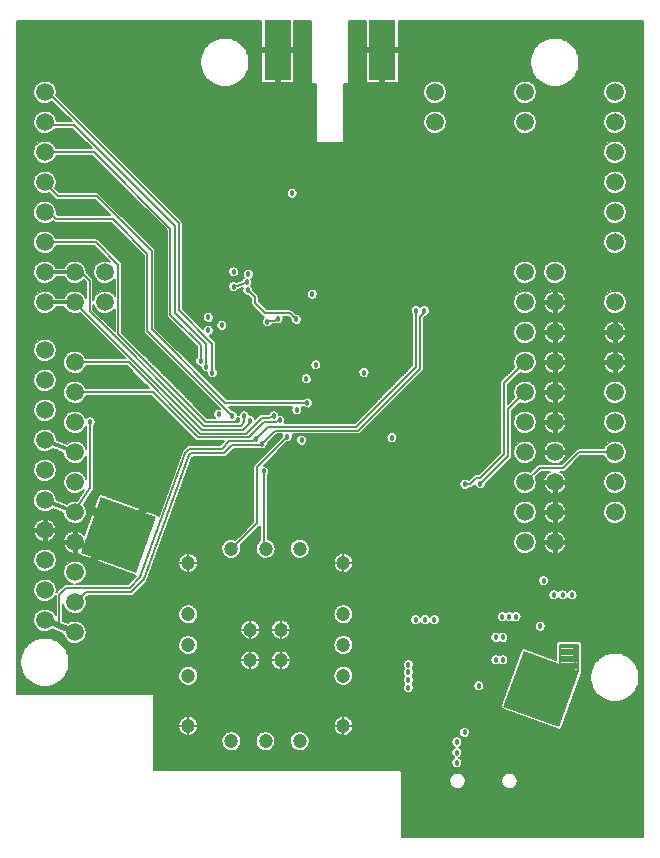
<source format=gbl>
G04 DipTrace 2.3.1.0*
%INBottom.gbr*%
%MOIN*%
%ADD13C,0.006*%
%ADD14C,0.0118*%
%ADD15C,0.0197*%
%ADD16C,0.0157*%
%ADD19C,0.0079*%
%ADD20C,0.0063*%
%ADD21C,0.0276*%
%ADD36C,0.0591*%
%ADD38C,0.0472*%
%ADD39R,0.09X0.2*%
%ADD62C,0.018*%
%ADD64C,0.025*%
%FSLAX44Y44*%
G04*
G70*
G90*
G75*
G01*
%LNBottom*%
%LPD*%
X6067Y13937D2*
D15*
X6890Y13563D1*
D14*
X7519Y14179D1*
X12480Y21289D2*
D13*
X12559Y21329D1*
X12736D1*
X12835Y21388D1*
X11791Y22598D2*
X11673Y22559D1*
X11358Y22461D1*
X10650Y19587D2*
Y20551D1*
X9528Y21673D1*
Y24587D1*
X5177Y28937D1*
X5067D1*
Y24937D2*
Y24862D1*
X5295D1*
X5453Y24705D1*
X7323D1*
X8484Y23543D1*
Y20984D1*
X11319Y18150D1*
X12362Y16299D2*
Y13720D1*
X12421D1*
X10256Y19980D2*
Y20512D1*
X9252Y21516D1*
Y24390D1*
X6693Y26949D1*
X5079D1*
X5067Y26937D1*
X10453Y19783D2*
Y20531D1*
X9390Y21594D1*
Y24488D1*
X6024Y27854D1*
X5150D1*
X5067Y27937D1*
X6575Y17953D2*
D19*
Y15748D1*
X6201Y15197D1*
D13*
X6063Y14941D1*
X6067Y14937D1*
D14*
X5295Y15236D1*
D13*
X5067Y15337D1*
X6067Y16937D2*
D14*
X5315Y17244D1*
D13*
X5067Y17337D1*
Y23937D2*
X6772D1*
X7520Y23189D1*
Y20866D1*
X10433Y17953D1*
X11516D1*
X11512Y18000D1*
X11445D1*
X11398Y17953D1*
X6067Y22937D2*
D14*
X5067D1*
X11713Y18150D2*
D13*
Y17933D1*
X11594Y17815D1*
X10374D1*
X6555Y21634D1*
Y22657D1*
X6276Y22937D1*
X6067D1*
Y21937D2*
D14*
X5067D1*
X6067D2*
D13*
Y21925D1*
X10307Y17685D1*
X11669D1*
X11909Y17913D1*
Y17992D1*
X17441Y21654D2*
Y19783D1*
X15453Y17795D1*
X12520D1*
X12106Y17382D1*
X5067Y11337D2*
D15*
X5433Y11201D1*
X5550Y11154D1*
D13*
Y12184D1*
X5787Y12421D1*
X7894D1*
X8248Y12776D1*
X9744Y16909D1*
X9882Y17047D1*
X10965D1*
X11220Y17303D1*
X11988D1*
X12067Y17382D1*
X12106D1*
X5550Y11154D2*
D15*
X5728Y11083D1*
X6067Y10937D1*
X17717Y21654D2*
D13*
Y21594D1*
X17579Y21457D1*
Y19724D1*
X15512Y17657D1*
X12736D1*
X12303Y17224D1*
X12282D1*
X12211Y17167D1*
X11301D1*
X11043Y16909D1*
X9941D1*
X9862Y16831D1*
X8366Y12697D1*
X7953Y12283D1*
X6437D1*
X6079Y11925D1*
X6067Y11937D1*
X12697Y18150D2*
X12551Y18091D1*
X12303D1*
X11772Y17559D1*
X10236D1*
X7854Y19941D1*
X6071D1*
X6067Y19937D1*
X12894Y18000D2*
X12757Y17953D1*
X12382D1*
X11862Y17433D1*
X10165D1*
X8661Y18937D1*
X6067D1*
X5067Y25937D2*
Y25898D1*
X5492Y25472D1*
X6791D1*
X8622Y23642D1*
Y21043D1*
X11083Y18583D1*
X13819D1*
X13150Y17461D2*
X12146Y16457D1*
Y14567D1*
X11280Y13701D1*
Y13720D1*
X13445Y21368D2*
X13240Y21573D1*
X12409D1*
X12063Y21919D1*
Y22108D1*
X11827Y22344D1*
X19587Y15886D2*
X20512Y16811D1*
Y18382D1*
X21067Y18937D1*
X19070Y15871D2*
X19238D1*
X19449Y16083D1*
X19587D1*
X20374Y16870D1*
Y19244D1*
X21067Y19937D1*
X18799Y6929D2*
X18839Y6890D1*
X21067Y15937D2*
X21075D1*
X21555Y16417D1*
X22343D1*
X22862Y16937D1*
X24067D1*
D62*
X14902Y19764D3*
X13366Y23120D3*
X14252Y17461D3*
X19528Y7795D3*
X10866Y17244D3*
X21791Y10217D3*
X12480Y21289D3*
X12835Y21388D3*
X11791Y22598D3*
X11358Y22461D3*
X17185Y9606D3*
Y9862D3*
Y9350D3*
Y9094D3*
X21575Y11142D3*
X10650Y19587D3*
X11319Y18150D3*
X12362Y16299D3*
X11319Y18150D3*
X10256Y19980D3*
X10453Y19783D3*
X6575Y17953D3*
X11512Y18000D3*
X11713Y18150D3*
X11909Y17992D3*
X17441Y21654D3*
X12106Y17382D3*
X17717Y21654D3*
X12303Y17224D3*
X12697Y18150D3*
X12894Y18000D3*
X13819Y18583D3*
X13150Y17461D3*
X13819Y18583D3*
X13780Y19390D3*
X13445Y21368D3*
X11827Y22344D3*
D3*
X19587Y15886D3*
X19070Y15871D3*
X18799Y6929D3*
X19528Y9154D3*
X19055Y7598D3*
X18799Y6594D3*
Y7283D3*
X20335Y10020D3*
X20098D3*
X20335Y10768D3*
X20098D3*
X10965Y21171D3*
X11849Y22868D3*
X14094Y19852D3*
X10866Y18209D3*
X15703Y19593D3*
X13465Y18356D3*
X13622Y17343D3*
X10512Y21004D3*
Y21433D3*
X11358Y22953D3*
X13976Y22205D3*
X13307Y25571D3*
X16634Y17421D3*
D64*
X11319Y20581D3*
X13091D3*
X11752D3*
X12205D3*
D62*
X20394Y22028D3*
X17303D3*
X21555Y26417D3*
D64*
X11319Y19341D3*
X13091D3*
X11752D3*
X12205D3*
X11319Y18809D3*
X13091D3*
X11752D3*
X12205D3*
X12461Y22746D3*
X12815D3*
X13169D3*
X12461Y22392D3*
X12815D3*
X13169D3*
X12461Y22037D3*
X12815D3*
X13169D3*
D62*
X17303Y24783D3*
X16772Y19626D3*
D64*
X11319Y19872D3*
D62*
X18701Y27244D3*
X17500Y25768D3*
D64*
X13091Y19872D3*
X11752D3*
X12205D3*
X12657Y20581D3*
D62*
X20059Y18504D3*
D64*
X12657Y19341D3*
Y18809D3*
Y19872D3*
D62*
X17953Y26594D3*
X17303Y22953D3*
X19921Y11909D3*
X16654Y9390D3*
X17303Y23898D3*
X18878Y10807D3*
X17185Y8465D3*
X16594Y7697D3*
X11614Y16732D3*
X11299Y12008D3*
X17953Y8465D3*
X18386Y18878D3*
X20630Y26378D3*
X17185Y7697D3*
X8209Y13957D3*
X22579Y28465D3*
X20433Y24193D3*
X17913Y21201D3*
X15650Y16732D3*
X17953Y7697D3*
X11535Y12756D3*
X19783Y20079D3*
X14862Y16732D3*
X19508Y16713D3*
X18524D3*
X17087Y17087D3*
X12835Y16732D3*
X14547Y18661D3*
X17106Y18504D3*
X13839Y16732D3*
X23425Y11673D3*
X23150Y9055D3*
X19783Y23484D3*
X24016Y8268D3*
X21220Y7736D3*
X22913Y8268D3*
X18563Y23720D3*
Y22500D3*
X13209Y12008D3*
X14075D3*
X20472Y23130D3*
X21555Y28465D3*
X14094Y11024D3*
X14961D3*
X14094Y10000D3*
X14606Y8740D3*
X19075Y21161D3*
X12402Y8622D3*
X13681Y8307D3*
X15374Y24016D3*
Y24409D3*
X15394Y8740D3*
X15374Y25197D3*
Y23622D3*
Y24803D3*
X6909Y13898D3*
X19665Y19114D3*
X13681Y9134D3*
X23701Y23563D3*
X18543Y21280D3*
X21555Y24429D3*
X23701Y25453D3*
Y26417D3*
Y28465D3*
X15374Y26772D3*
X16142Y20866D3*
X19724Y26083D3*
X23386Y15394D3*
X19665Y22283D3*
X4724Y9055D3*
X19409Y18110D3*
X17992Y24350D3*
X19626Y21024D3*
X14882Y26772D3*
X23701Y24429D3*
X7185Y14783D3*
X6693Y12992D3*
X19094Y22402D3*
X6614Y19508D3*
X10492Y12362D3*
X14724Y15531D3*
X12283Y12008D3*
X9961Y19232D3*
X14724Y14606D3*
X9528Y17638D3*
X6614Y18563D3*
X5610Y13583D3*
Y17657D3*
X9528Y16929D3*
X10335Y18504D3*
X15039Y12283D3*
X16752Y12815D3*
X17461Y12323D3*
X10335Y16654D3*
X17008Y11850D3*
X9508Y14606D3*
X5827Y11457D3*
X10394Y14075D3*
X15984Y12303D3*
X16122Y13209D3*
X15689Y13996D3*
X14724D3*
X16594Y8465D3*
X9252Y7008D3*
X9843D3*
X11811D3*
X12992D3*
X11811Y7795D3*
X12992D3*
X10630Y7008D3*
X10787Y8661D3*
X11220Y8228D3*
X11890Y9134D3*
X12756D3*
X13031Y8622D3*
X16535Y7008D3*
X10059Y8661D3*
X9350D3*
X21969Y6654D3*
Y5079D3*
X9823Y15453D3*
X11575Y14606D3*
X10610Y14902D3*
X11575Y15531D3*
X6043Y9685D3*
X5610Y12638D3*
X16850Y10630D3*
X13150Y14606D3*
X22736Y9843D3*
X17421Y11358D3*
X17736D3*
X18051D3*
X6594Y20866D3*
X22736Y10433D3*
X17736Y10610D3*
X18091D3*
X20551Y11457D3*
X20315D3*
X20768D3*
X22736Y10138D3*
X5827Y16457D3*
X16299Y14252D3*
Y15531D3*
X7677Y12736D3*
X21496Y11791D3*
X18268Y13524D3*
X22028Y12185D3*
X5610Y14646D3*
X22638Y12185D3*
X21693Y12657D3*
X22323Y12185D3*
X21142Y11791D3*
X12520Y12756D3*
X18406Y12224D3*
X11063Y23819D3*
X17402Y13169D3*
X17736Y15531D3*
X5591Y19587D3*
X18858Y9587D3*
Y8307D3*
X19744Y10807D3*
Y9783D3*
X15984Y11437D3*
X20098Y7933D3*
X20118Y9055D3*
X19193Y12598D3*
X5610Y15610D3*
X10925Y16142D3*
X15984Y10650D3*
X8268Y18701D3*
X5591Y20866D3*
X7736Y22500D3*
X6988Y24311D3*
X7874Y26535D3*
X7677Y18110D3*
X16142Y21260D3*
X6575Y23465D3*
X15177Y22224D3*
X7835Y23642D3*
X6555Y25079D3*
X8957Y22441D3*
X7717Y25217D3*
X7087Y25866D3*
X5610Y23465D3*
X14961Y7008D3*
X8957Y23228D3*
X5906Y9055D3*
X15984Y9075D3*
X5118Y9055D3*
X15984Y8287D3*
X17323Y7008D3*
X14173D3*
X5512Y9055D3*
X6299D3*
X13563Y12756D3*
X18150Y6063D3*
X20492Y25335D3*
X15984Y9843D3*
Y7480D3*
X19685Y6063D3*
X21299D3*
X21555Y25453D3*
X18898Y5118D3*
X20472D3*
X19547Y24665D3*
X22441Y4213D3*
X23228D3*
X24016D3*
X19685Y5118D3*
X7303Y20236D3*
X7224Y21358D3*
X8957Y21732D3*
Y23976D3*
X9173Y21024D3*
X5610Y22441D3*
X8327Y24606D3*
X18799Y19626D3*
X22598Y25453D3*
X19094Y26614D3*
X14823Y22224D3*
X23445Y13504D3*
X18524Y17677D3*
X22579Y27421D3*
X5610Y21654D3*
X15295Y18268D3*
X13150Y15531D3*
X22579Y24429D3*
X14173Y27165D3*
X7638Y19528D3*
X17087Y14705D3*
X19134Y23602D3*
X20335Y19665D3*
Y20945D3*
X18799Y25098D3*
X22657Y23563D3*
X17185Y20866D3*
X21575Y23563D3*
X15177Y21831D3*
X13799Y23031D3*
X22854Y11102D3*
X23701Y27421D3*
X20256Y12933D3*
X20236Y14350D3*
X5591Y18602D3*
X19449Y13819D3*
X21555Y13268D3*
X18661Y14606D3*
X17756Y19626D3*
X18130Y25256D3*
X18484Y25984D3*
X20000Y27028D3*
X17992Y22224D3*
X21555Y27421D3*
X15374Y25591D3*
Y26378D3*
Y25984D3*
X16142Y24016D3*
X17992Y23287D3*
X23386Y17402D3*
Y16575D3*
Y14291D3*
X16142Y24409D3*
Y25197D3*
X20059Y17224D3*
X7776Y15512D3*
X23484Y12677D3*
X22579Y26437D3*
X16142Y23622D3*
Y24803D3*
Y26772D3*
Y25591D3*
Y26378D3*
Y25984D3*
X15787Y21831D3*
Y22224D3*
Y23012D3*
X16142Y21654D3*
X15787Y22618D3*
X16142Y23228D3*
Y22047D3*
Y22835D3*
Y22441D3*
X14213Y23858D3*
X13799Y23445D3*
X14213Y23287D3*
X13701Y24409D3*
Y25197D3*
Y24803D3*
X13543Y24094D3*
X13701Y25591D3*
X13307Y25984D3*
X13701D3*
X12520D3*
X12913D3*
X11988Y25354D3*
X12382D3*
X11201D3*
X11594D3*
X13780Y26772D3*
X14173D3*
X12992D3*
X13386D3*
X16024Y27165D3*
X15374Y27559D3*
X15768D3*
X15098Y27953D3*
X11791Y24173D3*
X15098Y28346D3*
Y29134D3*
Y28740D3*
X14035Y27953D3*
Y28346D3*
Y29134D3*
Y28740D3*
X13681Y29528D3*
Y31102D3*
X12520Y24173D3*
X12146D3*
X13681Y30315D3*
X15433Y29528D3*
Y31102D3*
Y30315D3*
X12165Y29528D3*
Y31102D3*
Y30315D3*
X16969Y29528D3*
Y31102D3*
Y30315D3*
X13386Y27323D3*
Y28898D3*
Y28110D3*
X12598Y27323D3*
Y28898D3*
Y28110D3*
X11811Y27323D3*
Y28898D3*
Y28110D3*
X11024Y27323D3*
Y28898D3*
X10236Y28110D3*
X9449Y27323D3*
Y28898D3*
X8661Y28110D3*
X7874Y27323D3*
Y28898D3*
X9843Y29528D3*
Y31102D3*
X9055D3*
Y30315D3*
X8268Y29528D3*
Y31102D3*
X7480D3*
Y30315D3*
X6693Y29528D3*
Y31102D3*
X5906D3*
Y30315D3*
X11417Y31102D3*
X10630D3*
X8661Y25748D3*
X6299Y25866D3*
X11240Y21457D3*
X8661Y18110D3*
X5118Y29528D3*
Y31102D3*
X4331Y29528D3*
Y31102D3*
Y30315D3*
Y27165D3*
Y28740D3*
Y27953D3*
Y24803D3*
Y26378D3*
Y25591D3*
Y22441D3*
Y24016D3*
Y23228D3*
Y20079D3*
Y21654D3*
Y20866D3*
Y17717D3*
Y19291D3*
Y18504D3*
Y15354D3*
Y16929D3*
Y16142D3*
Y12992D3*
Y14567D3*
Y13780D3*
Y10630D3*
Y12205D3*
Y11417D3*
X6043Y10354D3*
X4213Y9646D3*
X4331Y9055D3*
X24803Y29528D3*
Y31102D3*
Y30315D3*
Y27165D3*
Y28740D3*
Y27953D3*
Y24803D3*
Y26378D3*
Y25591D3*
Y22441D3*
Y24016D3*
Y23228D3*
Y20079D3*
Y21654D3*
Y20866D3*
Y17717D3*
Y19291D3*
Y18504D3*
Y15354D3*
Y16929D3*
Y16142D3*
Y12992D3*
Y14567D3*
Y13780D3*
Y10630D3*
Y12205D3*
Y11417D3*
X24862Y9843D3*
Y9055D3*
X24803Y6693D3*
Y8268D3*
Y7480D3*
Y4331D3*
Y5906D3*
Y5118D3*
X24094Y22933D3*
X23386Y20866D3*
Y22441D3*
Y21654D3*
Y18504D3*
Y20079D3*
Y19291D3*
X9843Y24213D3*
X9685Y25748D3*
X11063Y24626D3*
X9843Y21850D3*
Y23425D3*
Y22638D3*
X10630Y24213D3*
Y25787D3*
Y25000D3*
Y21850D3*
Y23425D3*
Y22638D3*
X9449Y24961D3*
X11811Y25984D3*
X23228Y31102D3*
Y30315D3*
X10945Y10394D3*
X22441Y31102D3*
X10965Y11339D3*
X21654Y31102D3*
X9606Y12362D3*
X20866Y29528D3*
Y31102D3*
X20079D3*
Y30315D3*
X19291Y29528D3*
Y31102D3*
X18504D3*
Y30315D3*
X17717Y29528D3*
Y31102D3*
X16732Y24803D3*
Y26378D3*
Y25591D3*
Y22598D3*
Y24173D3*
Y23386D3*
X19291Y28740D3*
Y27953D3*
X18642Y28740D3*
Y27953D3*
X17717Y27165D3*
X20079Y28740D3*
Y27953D3*
X16929Y27165D3*
Y28740D3*
Y27953D3*
X5610Y24291D3*
X16142Y28740D3*
Y27953D3*
X24016Y29528D3*
Y31102D3*
X16732Y21811D3*
Y21024D3*
X7087Y28110D3*
X6220Y27323D3*
X6299Y28898D3*
X5610Y27323D3*
Y28898D3*
Y28110D3*
Y25079D3*
Y26535D3*
Y25866D3*
X12598Y26535D3*
X11811D3*
X11024D3*
X10236D3*
X8661D3*
X9232Y19665D3*
X8425Y20512D3*
X6299Y26535D3*
X8012Y21358D3*
X7087Y9055D3*
X8268D3*
X7480D3*
X7874D3*
X8661D3*
X6693D3*
X17126Y5709D3*
X8858Y6496D3*
Y7283D3*
X17126Y5315D3*
X8858Y6890D3*
Y8858D3*
Y7677D3*
Y8465D3*
Y8071D3*
X17126Y4921D3*
Y4528D3*
X9646Y6496D3*
X10039D3*
X10433D3*
X9252D3*
X12008D3*
X13189D3*
X12402D3*
X12795D3*
X13583D3*
X17126Y4213D3*
X14764Y6496D3*
X13976D3*
X14370D3*
X15157D3*
X15748Y7008D3*
X15945Y6496D3*
X17126D3*
X16339D3*
X16732D3*
X17126Y6102D3*
X15551Y6496D3*
X8661Y16909D3*
X6890Y17323D3*
X7579Y10236D3*
X6693D3*
X8661Y15295D3*
X7776Y16693D3*
X8465Y10472D3*
Y12047D3*
X6890Y15748D3*
X8465Y11260D3*
X7579Y11811D3*
X8465Y9685D3*
X6693Y11811D3*
Y11024D3*
X7579D3*
X6693Y9449D3*
X7579D3*
X21654Y4213D3*
X24016Y7480D3*
X23228Y6693D3*
X20866Y4213D3*
X20079D3*
X22441Y7480D3*
X19291Y4213D3*
X24016Y5906D3*
X23228Y5118D3*
X18504Y4213D3*
X17717D3*
X22441Y5906D3*
X22252Y10434D2*
D19*
X22827D1*
X22252Y10357D2*
X22827D1*
X22252Y10280D2*
X22827D1*
X22252Y10202D2*
X22827D1*
X22252Y10125D2*
X22827D1*
X22252Y10047D2*
X22827D1*
X22252Y9970D2*
X22827D1*
X22252Y9892D2*
X22827D1*
X22252Y9815D2*
X22827D1*
X22252Y9738D2*
X22827D1*
X22341Y9660D2*
X22827D1*
X22552Y9583D2*
X22799D1*
X22795Y10512D2*
X22244D1*
Y9694D1*
X22625Y9553D1*
X22773Y9500D1*
X22835Y9654D1*
Y10512D1*
X22795D1*
X4132Y31245D2*
D20*
X12274D1*
X13380D2*
X13927D1*
X15207D2*
X15754D1*
X16860D2*
X25002D1*
X4132Y31184D2*
X12274D1*
X13380D2*
X13927D1*
X15207D2*
X15754D1*
X16860D2*
X25002D1*
X4132Y31122D2*
X12274D1*
X13380D2*
X13927D1*
X15207D2*
X15754D1*
X16860D2*
X25002D1*
X4132Y31060D2*
X12274D1*
X13380D2*
X13927D1*
X15207D2*
X15754D1*
X16860D2*
X25002D1*
X4132Y30999D2*
X12274D1*
X13380D2*
X13927D1*
X15207D2*
X15754D1*
X16860D2*
X25002D1*
X4132Y30937D2*
X12274D1*
X13380D2*
X13927D1*
X15207D2*
X15754D1*
X16860D2*
X25002D1*
X4132Y30875D2*
X12274D1*
X13380D2*
X13927D1*
X15207D2*
X15754D1*
X16860D2*
X25002D1*
X4132Y30814D2*
X12274D1*
X13380D2*
X13927D1*
X15207D2*
X15754D1*
X16860D2*
X25002D1*
X4132Y30752D2*
X10970D1*
X11164D2*
X12274D1*
X13380D2*
X13927D1*
X15207D2*
X15754D1*
X16860D2*
X21970D1*
X22164D2*
X25002D1*
X4132Y30690D2*
X10736D1*
X11398D2*
X12274D1*
X13380D2*
X13927D1*
X15207D2*
X15754D1*
X16860D2*
X21736D1*
X22398D2*
X25002D1*
X4132Y30629D2*
X10620D1*
X11514D2*
X12274D1*
X13380D2*
X13927D1*
X15207D2*
X15754D1*
X16860D2*
X21620D1*
X22514D2*
X25002D1*
X4132Y30567D2*
X10536D1*
X11598D2*
X12274D1*
X13380D2*
X13927D1*
X15207D2*
X15754D1*
X16860D2*
X21536D1*
X22598D2*
X25002D1*
X4132Y30505D2*
X10470D1*
X11664D2*
X12274D1*
X13380D2*
X13927D1*
X15207D2*
X15754D1*
X16860D2*
X21470D1*
X22664D2*
X25002D1*
X4132Y30444D2*
X10415D1*
X11718D2*
X12274D1*
X13380D2*
X13927D1*
X15207D2*
X15754D1*
X16860D2*
X21415D1*
X22718D2*
X25002D1*
X4132Y30382D2*
X10372D1*
X11762D2*
X12274D1*
X13380D2*
X13927D1*
X15207D2*
X15754D1*
X16860D2*
X21372D1*
X22762D2*
X25002D1*
X4132Y30320D2*
X10336D1*
X11798D2*
X12274D1*
X13380D2*
X13927D1*
X15207D2*
X15754D1*
X16860D2*
X21336D1*
X22798D2*
X25002D1*
X4132Y30259D2*
X10306D1*
X11828D2*
X12274D1*
X13380D2*
X13927D1*
X15207D2*
X15754D1*
X16860D2*
X21306D1*
X22828D2*
X25002D1*
X4132Y30197D2*
X10283D1*
X11851D2*
X12274D1*
X13380D2*
X13927D1*
X15207D2*
X15754D1*
X16860D2*
X21283D1*
X22851D2*
X25002D1*
X4132Y30135D2*
X10265D1*
X11869D2*
X12274D1*
X13380D2*
X13927D1*
X15207D2*
X15754D1*
X16860D2*
X21265D1*
X22869D2*
X25002D1*
X4132Y30073D2*
X10252D1*
X11882D2*
X12274D1*
X13380D2*
X13927D1*
X15207D2*
X15754D1*
X16860D2*
X21252D1*
X22882D2*
X25002D1*
X4132Y30012D2*
X10244D1*
X11890D2*
X12274D1*
X13380D2*
X13927D1*
X15207D2*
X15754D1*
X16860D2*
X21244D1*
X22890D2*
X25002D1*
X4132Y29950D2*
X10240D1*
X11894D2*
X12274D1*
X13380D2*
X13927D1*
X15207D2*
X15754D1*
X16860D2*
X21240D1*
X22894D2*
X25002D1*
X4132Y29888D2*
X10242D1*
X11892D2*
X12274D1*
X13380D2*
X13927D1*
X15207D2*
X15754D1*
X16860D2*
X21242D1*
X22892D2*
X25002D1*
X4132Y29827D2*
X10248D1*
X11886D2*
X12274D1*
X13380D2*
X13927D1*
X15207D2*
X15754D1*
X16860D2*
X21248D1*
X22886D2*
X25002D1*
X4132Y29765D2*
X10259D1*
X11875D2*
X12274D1*
X13380D2*
X13927D1*
X15207D2*
X15754D1*
X16860D2*
X21259D1*
X22875D2*
X25002D1*
X4132Y29703D2*
X10275D1*
X11859D2*
X12274D1*
X13380D2*
X13927D1*
X15207D2*
X15754D1*
X16860D2*
X21275D1*
X22859D2*
X25002D1*
X4132Y29642D2*
X10295D1*
X11838D2*
X12274D1*
X13380D2*
X13927D1*
X15207D2*
X15754D1*
X16860D2*
X21295D1*
X22838D2*
X25002D1*
X4132Y29580D2*
X10322D1*
X11812D2*
X12274D1*
X13380D2*
X13927D1*
X15207D2*
X15754D1*
X16860D2*
X21322D1*
X22812D2*
X25002D1*
X4132Y29518D2*
X10355D1*
X11778D2*
X12274D1*
X13380D2*
X13927D1*
X15207D2*
X15754D1*
X16860D2*
X21355D1*
X22778D2*
X25002D1*
X4132Y29457D2*
X10396D1*
X11738D2*
X12274D1*
X13380D2*
X13927D1*
X15207D2*
X15754D1*
X16860D2*
X21396D1*
X22738D2*
X25002D1*
X4132Y29395D2*
X10445D1*
X11689D2*
X12274D1*
X13380D2*
X13927D1*
X15207D2*
X15754D1*
X16860D2*
X21445D1*
X22689D2*
X25002D1*
X4132Y29333D2*
X10506D1*
X11628D2*
X12274D1*
X13380D2*
X13927D1*
X15207D2*
X15754D1*
X16860D2*
X21506D1*
X22628D2*
X25002D1*
X4132Y29272D2*
X4856D1*
X5277D2*
X10581D1*
X11553D2*
X12274D1*
X13380D2*
X13927D1*
X15207D2*
X15754D1*
X16860D2*
X17856D1*
X18277D2*
X20856D1*
X21277D2*
X21581D1*
X22553D2*
X23856D1*
X24277D2*
X25002D1*
X4132Y29210D2*
X4779D1*
X5355D2*
X10681D1*
X11453D2*
X13977D1*
X15156D2*
X17779D1*
X18355D2*
X20779D1*
X21355D2*
X21681D1*
X22453D2*
X23779D1*
X24355D2*
X25002D1*
X4132Y29148D2*
X4730D1*
X5403D2*
X10836D1*
X11298D2*
X14085D1*
X15049D2*
X17730D1*
X18403D2*
X20730D1*
X21403D2*
X21836D1*
X22298D2*
X23730D1*
X24403D2*
X25002D1*
X4132Y29087D2*
X4698D1*
X5436D2*
X14085D1*
X15049D2*
X17698D1*
X18436D2*
X20698D1*
X21436D2*
X23698D1*
X24436D2*
X25002D1*
X4132Y29025D2*
X4678D1*
X5456D2*
X14085D1*
X15049D2*
X17678D1*
X18456D2*
X20678D1*
X21456D2*
X23678D1*
X24456D2*
X25002D1*
X4132Y28963D2*
X4669D1*
X5464D2*
X14085D1*
X15049D2*
X17669D1*
X18464D2*
X20669D1*
X21464D2*
X23669D1*
X24464D2*
X25002D1*
X4132Y28902D2*
X4670D1*
X5463D2*
X14085D1*
X15049D2*
X17670D1*
X18463D2*
X20670D1*
X21463D2*
X23670D1*
X24463D2*
X25002D1*
X4132Y28840D2*
X4680D1*
X5461D2*
X14085D1*
X15049D2*
X17680D1*
X18454D2*
X20680D1*
X21454D2*
X23680D1*
X24454D2*
X25002D1*
X4132Y28778D2*
X4702D1*
X5522D2*
X14085D1*
X15049D2*
X17702D1*
X18432D2*
X20702D1*
X21432D2*
X23702D1*
X24432D2*
X25002D1*
X4132Y28717D2*
X4736D1*
X5584D2*
X14085D1*
X15049D2*
X17736D1*
X18398D2*
X20736D1*
X21398D2*
X23736D1*
X24398D2*
X25002D1*
X4132Y28655D2*
X4788D1*
X5646D2*
X14085D1*
X15049D2*
X17788D1*
X18345D2*
X20788D1*
X21345D2*
X23788D1*
X24345D2*
X25002D1*
X4132Y28593D2*
X4872D1*
X5262D2*
X5335D1*
X5707D2*
X14085D1*
X15049D2*
X17872D1*
X18262D2*
X20872D1*
X21262D2*
X23872D1*
X24262D2*
X25002D1*
X4132Y28531D2*
X5397D1*
X5769D2*
X14085D1*
X15049D2*
X25002D1*
X4132Y28470D2*
X5459D1*
X5831D2*
X14085D1*
X15049D2*
X25002D1*
X4132Y28408D2*
X5520D1*
X5892D2*
X14085D1*
X15049D2*
X25002D1*
X4132Y28346D2*
X5582D1*
X5954D2*
X14085D1*
X15049D2*
X25002D1*
X4132Y28285D2*
X4879D1*
X5255D2*
X5644D1*
X6016D2*
X14085D1*
X15049D2*
X17879D1*
X18255D2*
X20879D1*
X21255D2*
X23879D1*
X24255D2*
X25002D1*
X4132Y28223D2*
X4792D1*
X5341D2*
X5705D1*
X6077D2*
X14085D1*
X15049D2*
X17792D1*
X18341D2*
X20792D1*
X21341D2*
X23792D1*
X24341D2*
X25002D1*
X4132Y28161D2*
X4739D1*
X5395D2*
X5767D1*
X6139D2*
X14085D1*
X15049D2*
X17739D1*
X18395D2*
X20739D1*
X21395D2*
X23739D1*
X24395D2*
X25002D1*
X4132Y28100D2*
X4704D1*
X5430D2*
X5829D1*
X6201D2*
X14085D1*
X15049D2*
X17704D1*
X18430D2*
X20704D1*
X21430D2*
X23704D1*
X24430D2*
X25002D1*
X4132Y28038D2*
X4682D1*
X5452D2*
X5890D1*
X6262D2*
X14085D1*
X15049D2*
X17682D1*
X18452D2*
X20682D1*
X21452D2*
X23682D1*
X24452D2*
X25002D1*
X4132Y27976D2*
X4670D1*
X6324D2*
X14085D1*
X15049D2*
X17670D1*
X18463D2*
X20670D1*
X21463D2*
X23670D1*
X24463D2*
X25002D1*
X4132Y27915D2*
X4669D1*
X6386D2*
X14085D1*
X15049D2*
X17669D1*
X18464D2*
X20669D1*
X21464D2*
X23669D1*
X24464D2*
X25002D1*
X4132Y27853D2*
X4677D1*
X6447D2*
X14085D1*
X15049D2*
X17677D1*
X18457D2*
X20677D1*
X21457D2*
X23677D1*
X24457D2*
X25002D1*
X4132Y27791D2*
X4697D1*
X6509D2*
X14085D1*
X15049D2*
X17697D1*
X18437D2*
X20697D1*
X21437D2*
X23697D1*
X24437D2*
X25002D1*
X4132Y27730D2*
X4727D1*
X6571D2*
X14085D1*
X15049D2*
X17727D1*
X18406D2*
X20727D1*
X21406D2*
X23727D1*
X24406D2*
X25002D1*
X4132Y27668D2*
X4776D1*
X5358D2*
X6024D1*
X6632D2*
X14085D1*
X15049D2*
X17776D1*
X18358D2*
X20776D1*
X21358D2*
X23776D1*
X24358D2*
X25002D1*
X4132Y27606D2*
X4850D1*
X5284D2*
X6086D1*
X6694D2*
X14085D1*
X15049D2*
X17850D1*
X18284D2*
X20850D1*
X21284D2*
X23850D1*
X24284D2*
X25002D1*
X4132Y27545D2*
X6148D1*
X6756D2*
X14085D1*
X15049D2*
X25002D1*
X4132Y27483D2*
X6209D1*
X6817D2*
X14085D1*
X15049D2*
X25002D1*
X4132Y27421D2*
X6271D1*
X6879D2*
X14085D1*
X15049D2*
X25002D1*
X4132Y27360D2*
X6333D1*
X6941D2*
X14085D1*
X15049D2*
X25002D1*
X4132Y27298D2*
X4908D1*
X5226D2*
X6394D1*
X7002D2*
X14085D1*
X15049D2*
X23908D1*
X24226D2*
X25002D1*
X4132Y27236D2*
X4807D1*
X5327D2*
X6456D1*
X7064D2*
X23807D1*
X24327D2*
X25002D1*
X4132Y27175D2*
X4748D1*
X5386D2*
X6518D1*
X7126D2*
X23748D1*
X24386D2*
X25002D1*
X4132Y27113D2*
X4710D1*
X5424D2*
X6579D1*
X7187D2*
X23710D1*
X24424D2*
X25002D1*
X4132Y27051D2*
X4685D1*
X7249D2*
X23685D1*
X24449D2*
X25002D1*
X4132Y26990D2*
X4672D1*
X7311D2*
X23672D1*
X24462D2*
X25002D1*
X4132Y26928D2*
X4668D1*
X7372D2*
X23668D1*
X24465D2*
X25002D1*
X4132Y26866D2*
X4675D1*
X7434D2*
X23675D1*
X24459D2*
X25002D1*
X4132Y26804D2*
X4692D1*
X5442D2*
X6652D1*
X7496D2*
X23692D1*
X24442D2*
X25002D1*
X4132Y26743D2*
X4720D1*
X5414D2*
X6713D1*
X7557D2*
X23720D1*
X24414D2*
X25002D1*
X4132Y26681D2*
X4764D1*
X5370D2*
X6775D1*
X7619D2*
X23764D1*
X24370D2*
X25002D1*
X4132Y26619D2*
X4831D1*
X5303D2*
X6837D1*
X7681D2*
X23831D1*
X24303D2*
X25002D1*
X4132Y26558D2*
X4961D1*
X5173D2*
X6898D1*
X7742D2*
X23961D1*
X24173D2*
X25002D1*
X4132Y26496D2*
X6960D1*
X7804D2*
X25002D1*
X4132Y26434D2*
X7022D1*
X7866D2*
X25002D1*
X4132Y26373D2*
X7083D1*
X7927D2*
X25002D1*
X4132Y26311D2*
X4943D1*
X5191D2*
X7145D1*
X7989D2*
X23943D1*
X24191D2*
X25002D1*
X4132Y26249D2*
X4824D1*
X5310D2*
X7207D1*
X8051D2*
X23824D1*
X24310D2*
X25002D1*
X4132Y26188D2*
X4759D1*
X5375D2*
X7268D1*
X8112D2*
X23759D1*
X24375D2*
X25002D1*
X4132Y26126D2*
X4717D1*
X5417D2*
X7330D1*
X8174D2*
X23717D1*
X24417D2*
X25002D1*
X4132Y26064D2*
X4690D1*
X5444D2*
X7392D1*
X8236D2*
X23690D1*
X24444D2*
X25002D1*
X4132Y26003D2*
X4674D1*
X5460D2*
X7453D1*
X8297D2*
X23674D1*
X24460D2*
X25002D1*
X4132Y25941D2*
X4668D1*
X5465D2*
X7515D1*
X8359D2*
X23668D1*
X24465D2*
X25002D1*
X4132Y25879D2*
X4672D1*
X5462D2*
X7577D1*
X8421D2*
X23672D1*
X24462D2*
X25002D1*
X4132Y25818D2*
X4687D1*
X5447D2*
X7638D1*
X8482D2*
X23687D1*
X24447D2*
X25002D1*
X4132Y25756D2*
X4713D1*
X5421D2*
X7700D1*
X8544D2*
X13274D1*
X13340D2*
X23713D1*
X24421D2*
X25002D1*
X4132Y25694D2*
X4753D1*
X5457D2*
X7762D1*
X8606D2*
X13161D1*
X13454D2*
X23753D1*
X24381D2*
X25002D1*
X4132Y25633D2*
X4813D1*
X5518D2*
X7823D1*
X8667D2*
X13124D1*
X13490D2*
X23813D1*
X24321D2*
X25002D1*
X4132Y25571D2*
X4920D1*
X6878D2*
X7885D1*
X8729D2*
X13113D1*
X13501D2*
X23920D1*
X24213D2*
X25002D1*
X4132Y25509D2*
X5270D1*
X6941D2*
X7947D1*
X8791D2*
X13124D1*
X13490D2*
X25002D1*
X4132Y25448D2*
X5331D1*
X7002D2*
X8008D1*
X8852D2*
X13161D1*
X13454D2*
X25002D1*
X4132Y25386D2*
X5393D1*
X7064D2*
X8070D1*
X8914D2*
X13274D1*
X13340D2*
X25002D1*
X4132Y25324D2*
X4998D1*
X5136D2*
X6754D1*
X7126D2*
X8132D1*
X8976D2*
X23998D1*
X24136D2*
X25002D1*
X4132Y25262D2*
X4842D1*
X5292D2*
X6815D1*
X7187D2*
X8193D1*
X9037D2*
X23842D1*
X24292D2*
X25002D1*
X4132Y25201D2*
X4771D1*
X5363D2*
X6877D1*
X7249D2*
X8255D1*
X9099D2*
X23771D1*
X24363D2*
X25002D1*
X4132Y25139D2*
X4725D1*
X5409D2*
X6939D1*
X7311D2*
X8317D1*
X9161D2*
X23725D1*
X24409D2*
X25002D1*
X4132Y25077D2*
X4694D1*
X5440D2*
X7000D1*
X7372D2*
X8378D1*
X9222D2*
X23694D1*
X24440D2*
X25002D1*
X4132Y25016D2*
X4676D1*
X5458D2*
X7062D1*
X7434D2*
X8440D1*
X9284D2*
X23676D1*
X24458D2*
X25002D1*
X4132Y24954D2*
X4668D1*
X5465D2*
X7124D1*
X7496D2*
X8502D1*
X9346D2*
X23668D1*
X24465D2*
X25002D1*
X4132Y24892D2*
X4671D1*
X5462D2*
X7185D1*
X7557D2*
X8563D1*
X9407D2*
X23671D1*
X24462D2*
X25002D1*
X4132Y24831D2*
X4683D1*
X7619D2*
X8625D1*
X9469D2*
X23683D1*
X24451D2*
X25002D1*
X4132Y24769D2*
X4706D1*
X7681D2*
X8687D1*
X9531D2*
X23706D1*
X24428D2*
X25002D1*
X4132Y24707D2*
X4743D1*
X7742D2*
X8748D1*
X9592D2*
X23743D1*
X24391D2*
X25002D1*
X4132Y24646D2*
X4798D1*
X7804D2*
X8810D1*
X9647D2*
X23798D1*
X24336D2*
X25002D1*
X4132Y24584D2*
X4890D1*
X5244D2*
X5407D1*
X7866D2*
X8872D1*
X9661D2*
X23890D1*
X24244D2*
X25002D1*
X4132Y24522D2*
X7319D1*
X7927D2*
X8933D1*
X9661D2*
X25002D1*
X4132Y24461D2*
X7381D1*
X7989D2*
X8995D1*
X9661D2*
X25002D1*
X4132Y24399D2*
X7443D1*
X8051D2*
X9057D1*
X9661D2*
X25002D1*
X4132Y24337D2*
X7504D1*
X8112D2*
X9118D1*
X9661D2*
X25002D1*
X4132Y24276D2*
X4862D1*
X5272D2*
X7566D1*
X8174D2*
X9118D1*
X9661D2*
X23862D1*
X24272D2*
X25002D1*
X4132Y24214D2*
X4783D1*
X5351D2*
X7628D1*
X8236D2*
X9118D1*
X9661D2*
X23783D1*
X24351D2*
X25002D1*
X4132Y24152D2*
X4732D1*
X5401D2*
X7689D1*
X8297D2*
X9118D1*
X9661D2*
X23732D1*
X24401D2*
X25002D1*
X4132Y24091D2*
X4700D1*
X5434D2*
X7751D1*
X8359D2*
X9118D1*
X9661D2*
X23700D1*
X24434D2*
X25002D1*
X4132Y24029D2*
X4679D1*
X6866D2*
X7813D1*
X8421D2*
X9118D1*
X9661D2*
X23679D1*
X24455D2*
X25002D1*
X4132Y23967D2*
X4669D1*
X6927D2*
X7874D1*
X8482D2*
X9118D1*
X9661D2*
X23669D1*
X24464D2*
X25002D1*
X4132Y23906D2*
X4669D1*
X6989D2*
X7936D1*
X8544D2*
X9118D1*
X9661D2*
X23669D1*
X24464D2*
X25002D1*
X4132Y23844D2*
X4679D1*
X7051D2*
X7998D1*
X8606D2*
X9118D1*
X9661D2*
X23679D1*
X24455D2*
X25002D1*
X4132Y23782D2*
X4700D1*
X5434D2*
X6740D1*
X7112D2*
X8059D1*
X8667D2*
X9118D1*
X9661D2*
X23700D1*
X24434D2*
X25002D1*
X4132Y23720D2*
X4733D1*
X5400D2*
X6802D1*
X7174D2*
X8121D1*
X8728D2*
X9118D1*
X9661D2*
X23733D1*
X24400D2*
X25002D1*
X4132Y23659D2*
X4785D1*
X5349D2*
X6864D1*
X7236D2*
X8183D1*
X8754D2*
X9118D1*
X9661D2*
X23785D1*
X24349D2*
X25002D1*
X4132Y23597D2*
X4865D1*
X5269D2*
X6925D1*
X7297D2*
X8244D1*
X8756D2*
X9118D1*
X9661D2*
X23865D1*
X24269D2*
X25002D1*
X4132Y23535D2*
X6987D1*
X7359D2*
X8306D1*
X8756D2*
X9118D1*
X9661D2*
X25002D1*
X4132Y23474D2*
X7049D1*
X7421D2*
X8350D1*
X8756D2*
X9118D1*
X9661D2*
X25002D1*
X4132Y23412D2*
X7110D1*
X7482D2*
X8350D1*
X8756D2*
X9118D1*
X9661D2*
X25002D1*
X4132Y23350D2*
X7172D1*
X7544D2*
X8350D1*
X8756D2*
X9118D1*
X9661D2*
X25002D1*
X4132Y23289D2*
X4887D1*
X5247D2*
X5887D1*
X6247D2*
X6887D1*
X7606D2*
X8350D1*
X8756D2*
X9118D1*
X9661D2*
X20887D1*
X21247D2*
X21887D1*
X22247D2*
X25002D1*
X4132Y23227D2*
X4796D1*
X5337D2*
X5796D1*
X6337D2*
X6796D1*
X7648D2*
X8350D1*
X8756D2*
X9118D1*
X9661D2*
X20796D1*
X21337D2*
X21796D1*
X22337D2*
X25002D1*
X4132Y23165D2*
X4742D1*
X5392D2*
X5742D1*
X6392D2*
X6742D1*
X7653D2*
X8350D1*
X8756D2*
X9118D1*
X9661D2*
X20742D1*
X21392D2*
X21742D1*
X22392D2*
X25002D1*
X4132Y23104D2*
X4706D1*
X5428D2*
X5706D1*
X6428D2*
X6706D1*
X7653D2*
X8350D1*
X8756D2*
X9118D1*
X9661D2*
X11241D1*
X11475D2*
X20706D1*
X21428D2*
X21706D1*
X22428D2*
X25002D1*
X4132Y23042D2*
X4683D1*
X6451D2*
X6683D1*
X7653D2*
X8350D1*
X8756D2*
X9118D1*
X9661D2*
X11187D1*
X11529D2*
X11775D1*
X11923D2*
X20683D1*
X21451D2*
X21683D1*
X22451D2*
X25002D1*
X4132Y22980D2*
X4671D1*
X6462D2*
X6671D1*
X7653D2*
X8350D1*
X8756D2*
X9118D1*
X9661D2*
X11167D1*
X11549D2*
X11693D1*
X12005D2*
X20671D1*
X21462D2*
X21671D1*
X22462D2*
X25002D1*
X4132Y22919D2*
X4669D1*
X6480D2*
X6669D1*
X7653D2*
X8350D1*
X8756D2*
X9118D1*
X9661D2*
X11168D1*
X11548D2*
X11662D1*
X12035D2*
X20669D1*
X21464D2*
X21669D1*
X22464D2*
X25002D1*
X4132Y22857D2*
X4676D1*
X6541D2*
X6676D1*
X7653D2*
X8350D1*
X8756D2*
X9118D1*
X9661D2*
X11191D1*
X11525D2*
X11656D1*
X12041D2*
X20676D1*
X21458D2*
X21676D1*
X22458D2*
X25002D1*
X4132Y22795D2*
X4695D1*
X6603D2*
X6695D1*
X7653D2*
X8350D1*
X8756D2*
X9118D1*
X9661D2*
X11251D1*
X11465D2*
X11670D1*
X12027D2*
X20695D1*
X21439D2*
X21695D1*
X22439D2*
X25002D1*
X4132Y22734D2*
X4725D1*
X5408D2*
X5725D1*
X6663D2*
X6725D1*
X7653D2*
X8350D1*
X8756D2*
X9118D1*
X9661D2*
X11656D1*
X11985D2*
X20725D1*
X21408D2*
X21725D1*
X22408D2*
X25002D1*
X4132Y22672D2*
X4772D1*
X5362D2*
X5772D1*
X6688D2*
X6772D1*
X7653D2*
X8350D1*
X8756D2*
X9118D1*
X9661D2*
X11602D1*
X11969D2*
X20772D1*
X21362D2*
X21772D1*
X22362D2*
X25002D1*
X4132Y22610D2*
X4844D1*
X5290D2*
X5844D1*
X6290D2*
X6416D1*
X6689D2*
X6844D1*
X7290D2*
X7386D1*
X7653D2*
X8350D1*
X8756D2*
X9118D1*
X9661D2*
X11239D1*
X11984D2*
X20844D1*
X21290D2*
X21844D1*
X22290D2*
X25002D1*
X4132Y22549D2*
X5007D1*
X5127D2*
X6007D1*
X6127D2*
X6421D1*
X6689D2*
X7007D1*
X7127D2*
X7386D1*
X7653D2*
X8350D1*
X8756D2*
X9118D1*
X9661D2*
X11187D1*
X11978D2*
X21007D1*
X21127D2*
X22007D1*
X22127D2*
X25002D1*
X4132Y22487D2*
X6421D1*
X6689D2*
X7386D1*
X7653D2*
X8350D1*
X8756D2*
X9118D1*
X9661D2*
X11166D1*
X11955D2*
X25002D1*
X4132Y22425D2*
X6421D1*
X6689D2*
X7386D1*
X7653D2*
X8350D1*
X8756D2*
X9118D1*
X9661D2*
X11168D1*
X12002D2*
X25002D1*
X4132Y22364D2*
X6421D1*
X6689D2*
X7386D1*
X7653D2*
X8350D1*
X8756D2*
X9118D1*
X9661D2*
X11192D1*
X11525D2*
X11634D1*
X12020D2*
X13871D1*
X14082D2*
X25002D1*
X4132Y22302D2*
X4916D1*
X5217D2*
X5916D1*
X6217D2*
X6421D1*
X6689D2*
X6916D1*
X7217D2*
X7386D1*
X7653D2*
X8350D1*
X8756D2*
X9118D1*
X9661D2*
X11253D1*
X11463D2*
X11638D1*
X12055D2*
X13810D1*
X14143D2*
X20916D1*
X21217D2*
X21916D1*
X22217D2*
X23916D1*
X24217D2*
X25002D1*
X4132Y22240D2*
X4812D1*
X5322D2*
X5812D1*
X6322D2*
X6421D1*
X6689D2*
X6812D1*
X7322D2*
X7386D1*
X7653D2*
X8350D1*
X8756D2*
X9118D1*
X9661D2*
X11665D1*
X12117D2*
X13787D1*
X14166D2*
X20812D1*
X21322D2*
X21812D1*
X22322D2*
X23812D1*
X24322D2*
X25002D1*
X4132Y22178D2*
X4752D1*
X5382D2*
X5752D1*
X6382D2*
X6421D1*
X6689D2*
X6752D1*
X7653D2*
X8350D1*
X8756D2*
X9118D1*
X9661D2*
X11734D1*
X12175D2*
X13785D1*
X14168D2*
X20752D1*
X21382D2*
X21752D1*
X22382D2*
X23752D1*
X24382D2*
X25002D1*
X4132Y22117D2*
X4712D1*
X5422D2*
X5712D1*
X7653D2*
X8350D1*
X8756D2*
X9118D1*
X9661D2*
X11868D1*
X12196D2*
X13805D1*
X14148D2*
X20712D1*
X21422D2*
X21712D1*
X22422D2*
X23712D1*
X24422D2*
X25002D1*
X4132Y22055D2*
X4687D1*
X7653D2*
X8350D1*
X8756D2*
X9118D1*
X9661D2*
X11929D1*
X12197D2*
X13857D1*
X14095D2*
X20687D1*
X21447D2*
X21687D1*
X22447D2*
X23687D1*
X24447D2*
X25002D1*
X4132Y21993D2*
X4672D1*
X7653D2*
X8350D1*
X8756D2*
X9118D1*
X9661D2*
X11929D1*
X12197D2*
X20672D1*
X21462D2*
X21672D1*
X22462D2*
X23672D1*
X24462D2*
X25002D1*
X4132Y21932D2*
X4668D1*
X7653D2*
X8350D1*
X8756D2*
X9118D1*
X9661D2*
X11929D1*
X12236D2*
X20668D1*
X21465D2*
X21668D1*
X22465D2*
X23668D1*
X24465D2*
X25002D1*
X4132Y21870D2*
X4674D1*
X7653D2*
X8350D1*
X8756D2*
X9118D1*
X9661D2*
X11940D1*
X12298D2*
X20674D1*
X21460D2*
X21674D1*
X22460D2*
X23674D1*
X24460D2*
X25002D1*
X4132Y21808D2*
X4690D1*
X7653D2*
X8350D1*
X8756D2*
X9118D1*
X9661D2*
X11988D1*
X12360D2*
X17330D1*
X17552D2*
X17605D1*
X17828D2*
X20690D1*
X21444D2*
X21690D1*
X22444D2*
X23690D1*
X24444D2*
X25002D1*
X4132Y21747D2*
X4718D1*
X5416D2*
X5718D1*
X7653D2*
X8350D1*
X8756D2*
X9118D1*
X9661D2*
X12049D1*
X12421D2*
X17273D1*
X17885D2*
X20718D1*
X21416D2*
X21718D1*
X22416D2*
X23718D1*
X24416D2*
X25002D1*
X4132Y21685D2*
X4760D1*
X5374D2*
X5760D1*
X6690D2*
X6760D1*
X7653D2*
X8350D1*
X8756D2*
X9118D1*
X9702D2*
X12111D1*
X13306D2*
X17250D1*
X17907D2*
X20760D1*
X21374D2*
X21760D1*
X22374D2*
X23760D1*
X24374D2*
X25002D1*
X4132Y21623D2*
X4825D1*
X5309D2*
X5825D1*
X6752D2*
X6825D1*
X7309D2*
X7386D1*
X7653D2*
X8350D1*
X8756D2*
X9118D1*
X9764D2*
X12173D1*
X13376D2*
X17250D1*
X17907D2*
X20825D1*
X21309D2*
X21825D1*
X22309D2*
X23825D1*
X24309D2*
X25002D1*
X4132Y21562D2*
X4947D1*
X5187D2*
X5947D1*
X6187D2*
X6244D1*
X6813D2*
X6947D1*
X7187D2*
X7386D1*
X7653D2*
X8350D1*
X8756D2*
X9118D1*
X9825D2*
X10370D1*
X10653D2*
X12234D1*
X13437D2*
X17272D1*
X17886D2*
X20947D1*
X21187D2*
X21947D1*
X22187D2*
X23947D1*
X24187D2*
X25002D1*
X4132Y21500D2*
X6306D1*
X6875D2*
X7386D1*
X7653D2*
X8350D1*
X8756D2*
X9119D1*
X9887D2*
X10331D1*
X10693D2*
X12296D1*
X13584D2*
X17307D1*
X17830D2*
X25002D1*
X4132Y21438D2*
X6368D1*
X6937D2*
X7386D1*
X7653D2*
X8350D1*
X8756D2*
X9145D1*
X9949D2*
X10319D1*
X10705D2*
X12361D1*
X13021D2*
X13189D1*
X13625D2*
X17307D1*
X17746D2*
X25002D1*
X4132Y21377D2*
X6429D1*
X6998D2*
X7386D1*
X7653D2*
X8350D1*
X8756D2*
X9205D1*
X10010D2*
X10327D1*
X10697D2*
X12308D1*
X13027D2*
X13250D1*
X13638D2*
X17307D1*
X17712D2*
X25002D1*
X4132Y21315D2*
X6491D1*
X7060D2*
X7386D1*
X7653D2*
X8350D1*
X8756D2*
X9267D1*
X10072D2*
X10360D1*
X10663D2*
X10839D1*
X11090D2*
X12288D1*
X13014D2*
X13259D1*
X13631D2*
X17307D1*
X17712D2*
X20956D1*
X21178D2*
X21956D1*
X22178D2*
X23956D1*
X24178D2*
X25002D1*
X4132Y21253D2*
X6553D1*
X7122D2*
X7386D1*
X7653D2*
X8350D1*
X8756D2*
X9329D1*
X10134D2*
X10454D1*
X10570D2*
X10790D1*
X11139D2*
X12290D1*
X12971D2*
X13291D1*
X13598D2*
X17307D1*
X17712D2*
X20829D1*
X21305D2*
X21829D1*
X22305D2*
X23829D1*
X24305D2*
X25002D1*
X4132Y21192D2*
X6614D1*
X7183D2*
X7386D1*
X7653D2*
X8350D1*
X8756D2*
X9390D1*
X10195D2*
X10773D1*
X11156D2*
X12315D1*
X12646D2*
X13377D1*
X13513D2*
X17307D1*
X17712D2*
X20762D1*
X21372D2*
X21762D1*
X22372D2*
X23762D1*
X24372D2*
X25002D1*
X4132Y21130D2*
X6676D1*
X7245D2*
X7386D1*
X7653D2*
X8350D1*
X8756D2*
X9452D1*
X10257D2*
X10367D1*
X10656D2*
X10776D1*
X11153D2*
X12376D1*
X12585D2*
X17307D1*
X17712D2*
X20720D1*
X21414D2*
X21720D1*
X22414D2*
X23720D1*
X24414D2*
X25002D1*
X4132Y21068D2*
X6738D1*
X7307D2*
X7386D1*
X7653D2*
X8350D1*
X8783D2*
X9514D1*
X10694D2*
X10802D1*
X11127D2*
X17307D1*
X17712D2*
X20691D1*
X21443D2*
X21691D1*
X22443D2*
X23691D1*
X24443D2*
X25002D1*
X4132Y21007D2*
X6799D1*
X7653D2*
X8350D1*
X8844D2*
X9575D1*
X10705D2*
X10869D1*
X11060D2*
X17307D1*
X17712D2*
X20674D1*
X21460D2*
X21674D1*
X22460D2*
X23674D1*
X24460D2*
X25002D1*
X4132Y20945D2*
X6861D1*
X7653D2*
X8357D1*
X8906D2*
X9637D1*
X10696D2*
X17307D1*
X17712D2*
X20668D1*
X21465D2*
X21668D1*
X22465D2*
X23668D1*
X24465D2*
X25002D1*
X4132Y20883D2*
X6923D1*
X7689D2*
X8400D1*
X8968D2*
X9699D1*
X10661D2*
X17307D1*
X17712D2*
X20672D1*
X21462D2*
X21672D1*
X22462D2*
X23672D1*
X24462D2*
X25002D1*
X4132Y20822D2*
X6984D1*
X7750D2*
X8461D1*
X9029D2*
X9760D1*
X10565D2*
X17307D1*
X17712D2*
X20686D1*
X21448D2*
X21686D1*
X22448D2*
X23686D1*
X24448D2*
X25002D1*
X4132Y20760D2*
X7046D1*
X7812D2*
X8523D1*
X9091D2*
X9822D1*
X10627D2*
X17307D1*
X17712D2*
X20711D1*
X21423D2*
X21711D1*
X22423D2*
X23711D1*
X24423D2*
X25002D1*
X4132Y20698D2*
X4908D1*
X5226D2*
X7108D1*
X7874D2*
X8585D1*
X9153D2*
X9884D1*
X10689D2*
X17307D1*
X17712D2*
X20749D1*
X21385D2*
X21749D1*
X22385D2*
X23749D1*
X24385D2*
X25002D1*
X4132Y20636D2*
X4807D1*
X5327D2*
X7169D1*
X7935D2*
X8646D1*
X9214D2*
X9945D1*
X10750D2*
X17307D1*
X17712D2*
X20809D1*
X21325D2*
X21809D1*
X22325D2*
X23809D1*
X24325D2*
X25002D1*
X4132Y20575D2*
X4749D1*
X5385D2*
X7231D1*
X7997D2*
X8708D1*
X9276D2*
X10007D1*
X10780D2*
X17307D1*
X17712D2*
X20911D1*
X21223D2*
X21911D1*
X22223D2*
X23911D1*
X24223D2*
X25002D1*
X4132Y20513D2*
X4711D1*
X5423D2*
X7293D1*
X8059D2*
X8770D1*
X9338D2*
X10069D1*
X10783D2*
X17307D1*
X17712D2*
X25002D1*
X4132Y20451D2*
X4685D1*
X5449D2*
X7354D1*
X8120D2*
X8831D1*
X9400D2*
X10122D1*
X10783D2*
X17307D1*
X17712D2*
X25002D1*
X4132Y20390D2*
X4672D1*
X5462D2*
X7416D1*
X8182D2*
X8893D1*
X9462D2*
X10122D1*
X10783D2*
X17307D1*
X17712D2*
X25002D1*
X4132Y20328D2*
X4668D1*
X5465D2*
X6032D1*
X6102D2*
X7478D1*
X8244D2*
X8955D1*
X9524D2*
X10122D1*
X10783D2*
X17307D1*
X17712D2*
X21032D1*
X21102D2*
X22032D1*
X22102D2*
X24032D1*
X24102D2*
X25002D1*
X4132Y20266D2*
X4675D1*
X5459D2*
X5848D1*
X6286D2*
X7539D1*
X8305D2*
X9016D1*
X9585D2*
X10122D1*
X10783D2*
X17307D1*
X17712D2*
X20848D1*
X21286D2*
X21848D1*
X22286D2*
X23848D1*
X24286D2*
X25002D1*
X4132Y20205D2*
X4691D1*
X5443D2*
X5774D1*
X6360D2*
X7601D1*
X8367D2*
X9078D1*
X9647D2*
X10122D1*
X10783D2*
X17307D1*
X17712D2*
X20774D1*
X21360D2*
X21774D1*
X22360D2*
X23774D1*
X24360D2*
X25002D1*
X4132Y20143D2*
X4720D1*
X5414D2*
X5726D1*
X6407D2*
X7663D1*
X8429D2*
X9140D1*
X9709D2*
X10122D1*
X10783D2*
X17307D1*
X17712D2*
X20726D1*
X21407D2*
X21726D1*
X22407D2*
X23726D1*
X24407D2*
X25002D1*
X4132Y20081D2*
X4763D1*
X5371D2*
X5696D1*
X6438D2*
X7725D1*
X8490D2*
X9201D1*
X9770D2*
X10093D1*
X10783D2*
X17307D1*
X17712D2*
X20696D1*
X21438D2*
X21696D1*
X22438D2*
X23696D1*
X24438D2*
X25002D1*
X4132Y20020D2*
X4830D1*
X5304D2*
X5677D1*
X8552D2*
X9263D1*
X9832D2*
X10067D1*
X10783D2*
X14005D1*
X14184D2*
X17307D1*
X17712D2*
X20677D1*
X21457D2*
X21677D1*
X22457D2*
X23677D1*
X24457D2*
X25002D1*
X4132Y19958D2*
X4960D1*
X5174D2*
X5669D1*
X8614D2*
X9325D1*
X9894D2*
X10064D1*
X10783D2*
X13934D1*
X14255D2*
X17307D1*
X17712D2*
X20669D1*
X21464D2*
X21669D1*
X22464D2*
X23669D1*
X24464D2*
X25002D1*
X4132Y19896D2*
X5670D1*
X8675D2*
X9386D1*
X9955D2*
X10083D1*
X10783D2*
X13907D1*
X14282D2*
X17307D1*
X17712D2*
X20670D1*
X21463D2*
X21670D1*
X22463D2*
X23670D1*
X24463D2*
X25002D1*
X4132Y19835D2*
X5682D1*
X8737D2*
X9448D1*
X10017D2*
X10132D1*
X10783D2*
X13902D1*
X14287D2*
X17306D1*
X17712D2*
X20682D1*
X21452D2*
X21682D1*
X22452D2*
X23682D1*
X24452D2*
X25002D1*
X4132Y19773D2*
X5705D1*
X6429D2*
X7837D1*
X8799D2*
X9510D1*
X10079D2*
X10260D1*
X10783D2*
X13918D1*
X14271D2*
X15648D1*
X15758D2*
X17244D1*
X17712D2*
X20705D1*
X21429D2*
X21705D1*
X22429D2*
X23705D1*
X24429D2*
X25002D1*
X4132Y19711D2*
X4944D1*
X5190D2*
X5740D1*
X6394D2*
X7898D1*
X8860D2*
X9571D1*
X10140D2*
X10274D1*
X10795D2*
X13966D1*
X14223D2*
X15552D1*
X15853D2*
X17183D1*
X17712D2*
X20656D1*
X21394D2*
X21740D1*
X22394D2*
X23740D1*
X24394D2*
X25002D1*
X4132Y19650D2*
X4824D1*
X5310D2*
X5793D1*
X6340D2*
X7960D1*
X8922D2*
X9633D1*
X10202D2*
X10316D1*
X10832D2*
X15519D1*
X15887D2*
X17121D1*
X17688D2*
X20594D1*
X21340D2*
X21793D1*
X22340D2*
X23793D1*
X24340D2*
X25002D1*
X4132Y19588D2*
X4759D1*
X5375D2*
X5882D1*
X6252D2*
X8022D1*
X8984D2*
X9695D1*
X10264D2*
X10456D1*
X10843D2*
X15510D1*
X15896D2*
X17059D1*
X17628D2*
X20532D1*
X21252D2*
X21882D1*
X22252D2*
X23882D1*
X24252D2*
X25002D1*
X4132Y19526D2*
X4718D1*
X5416D2*
X8083D1*
X9045D2*
X9756D1*
X10325D2*
X10467D1*
X10833D2*
X13646D1*
X13913D2*
X15522D1*
X15884D2*
X16998D1*
X17567D2*
X20471D1*
X20842D2*
X25002D1*
X4132Y19465D2*
X4690D1*
X5444D2*
X8145D1*
X9107D2*
X9818D1*
X10387D2*
X10502D1*
X10797D2*
X13601D1*
X13958D2*
X15560D1*
X15845D2*
X16936D1*
X17505D2*
X20409D1*
X20780D2*
X25002D1*
X4132Y19403D2*
X4674D1*
X5460D2*
X8207D1*
X9169D2*
X9880D1*
X10449D2*
X10608D1*
X10691D2*
X13587D1*
X13972D2*
X16874D1*
X17443D2*
X20347D1*
X20718D2*
X25002D1*
X4132Y19341D2*
X4668D1*
X5465D2*
X8268D1*
X9230D2*
X9941D1*
X10510D2*
X13593D1*
X13966D2*
X16813D1*
X17382D2*
X20286D1*
X20657D2*
X25002D1*
X4132Y19280D2*
X4672D1*
X5462D2*
X5869D1*
X6265D2*
X8330D1*
X9292D2*
X10003D1*
X10572D2*
X13622D1*
X13937D2*
X16751D1*
X17320D2*
X20246D1*
X20595D2*
X20869D1*
X21265D2*
X21869D1*
X22265D2*
X23869D1*
X24265D2*
X25002D1*
X4132Y19218D2*
X4687D1*
X5447D2*
X5787D1*
X6347D2*
X8392D1*
X9354D2*
X10065D1*
X10634D2*
X13700D1*
X13859D2*
X16689D1*
X17258D2*
X20240D1*
X20533D2*
X20787D1*
X21347D2*
X21787D1*
X22347D2*
X23787D1*
X24347D2*
X25002D1*
X4132Y19156D2*
X4713D1*
X5421D2*
X5735D1*
X6399D2*
X8453D1*
X9415D2*
X10126D1*
X10695D2*
X16628D1*
X17197D2*
X20240D1*
X20508D2*
X20735D1*
X21399D2*
X21735D1*
X22399D2*
X23735D1*
X24399D2*
X25002D1*
X4132Y19094D2*
X4752D1*
X5382D2*
X5702D1*
X6432D2*
X8515D1*
X9477D2*
X10188D1*
X10757D2*
X16566D1*
X17135D2*
X20240D1*
X20508D2*
X20702D1*
X21432D2*
X21702D1*
X22432D2*
X23702D1*
X24432D2*
X25002D1*
X4132Y19033D2*
X4813D1*
X5321D2*
X5680D1*
X9539D2*
X10250D1*
X10819D2*
X16504D1*
X17073D2*
X20240D1*
X20508D2*
X20680D1*
X21454D2*
X21680D1*
X22454D2*
X23680D1*
X24454D2*
X25002D1*
X4132Y18971D2*
X4919D1*
X5214D2*
X5670D1*
X9600D2*
X10311D1*
X10880D2*
X16443D1*
X17012D2*
X20240D1*
X20508D2*
X20670D1*
X21463D2*
X21670D1*
X22463D2*
X23670D1*
X24463D2*
X25002D1*
X4132Y18909D2*
X5669D1*
X9662D2*
X10373D1*
X10942D2*
X16381D1*
X16950D2*
X20240D1*
X20508D2*
X20669D1*
X21464D2*
X21669D1*
X22464D2*
X23669D1*
X24464D2*
X25002D1*
X4132Y18848D2*
X5679D1*
X9724D2*
X10435D1*
X11004D2*
X16319D1*
X16888D2*
X20240D1*
X20508D2*
X20679D1*
X21455D2*
X21679D1*
X22455D2*
X23679D1*
X24455D2*
X25002D1*
X4132Y18786D2*
X5699D1*
X6435D2*
X8626D1*
X9785D2*
X10496D1*
X11065D2*
X16258D1*
X16827D2*
X20240D1*
X20508D2*
X20699D1*
X21435D2*
X21699D1*
X22435D2*
X23699D1*
X24435D2*
X25002D1*
X4132Y18724D2*
X5000D1*
X5134D2*
X5731D1*
X6402D2*
X8688D1*
X9847D2*
X10558D1*
X11127D2*
X13691D1*
X13947D2*
X16196D1*
X16765D2*
X20240D1*
X20508D2*
X20668D1*
X21402D2*
X21731D1*
X22402D2*
X23731D1*
X24402D2*
X25002D1*
X4132Y18663D2*
X4843D1*
X5291D2*
X5781D1*
X6353D2*
X8750D1*
X9909D2*
X10620D1*
X13994D2*
X16134D1*
X16703D2*
X20240D1*
X20508D2*
X20606D1*
X21353D2*
X21781D1*
X22353D2*
X23781D1*
X24353D2*
X25002D1*
X4132Y18601D2*
X4771D1*
X5363D2*
X5858D1*
X6275D2*
X8811D1*
X9970D2*
X10681D1*
X14012D2*
X16073D1*
X16642D2*
X20240D1*
X20508D2*
X20545D1*
X21275D2*
X21858D1*
X22275D2*
X23858D1*
X24275D2*
X25002D1*
X4132Y18539D2*
X4725D1*
X5409D2*
X8873D1*
X10032D2*
X10743D1*
X14007D2*
X16011D1*
X16580D2*
X20240D1*
X20855D2*
X25002D1*
X4132Y18478D2*
X4695D1*
X5439D2*
X8935D1*
X10094D2*
X10805D1*
X13980D2*
X15949D1*
X16518D2*
X20240D1*
X20793D2*
X25002D1*
X4132Y18416D2*
X4676D1*
X5458D2*
X8996D1*
X10155D2*
X10866D1*
X11238D2*
X13281D1*
X13649D2*
X13727D1*
X13910D2*
X15888D1*
X16457D2*
X20240D1*
X20732D2*
X25002D1*
X4132Y18354D2*
X4668D1*
X5465D2*
X9058D1*
X10217D2*
X10742D1*
X11300D2*
X13271D1*
X13658D2*
X15826D1*
X16395D2*
X20240D1*
X20670D2*
X25002D1*
X4132Y18293D2*
X4671D1*
X5462D2*
X5896D1*
X6238D2*
X9120D1*
X10279D2*
X10693D1*
X11446D2*
X11586D1*
X11839D2*
X12570D1*
X12824D2*
X13283D1*
X13647D2*
X15764D1*
X16333D2*
X20240D1*
X20646D2*
X20896D1*
X21238D2*
X21896D1*
X22238D2*
X23896D1*
X24238D2*
X25002D1*
X4132Y18231D2*
X4683D1*
X5451D2*
X5801D1*
X6333D2*
X9181D1*
X10340D2*
X10674D1*
X11494D2*
X11537D1*
X11888D2*
X12522D1*
X12872D2*
X13319D1*
X13610D2*
X15703D1*
X16272D2*
X20240D1*
X20646D2*
X20801D1*
X21333D2*
X21801D1*
X22333D2*
X23801D1*
X24333D2*
X25002D1*
X4132Y18169D2*
X4706D1*
X5428D2*
X5744D1*
X6390D2*
X9243D1*
X10402D2*
X10677D1*
X11975D2*
X12196D1*
X12979D2*
X15641D1*
X16210D2*
X20240D1*
X20646D2*
X20744D1*
X21390D2*
X21744D1*
X22390D2*
X23744D1*
X24390D2*
X25002D1*
X4132Y18108D2*
X4742D1*
X5392D2*
X5708D1*
X6426D2*
X6464D1*
X6686D2*
X9305D1*
X10464D2*
X10703D1*
X12063D2*
X12134D1*
X13053D2*
X15579D1*
X16148D2*
X20240D1*
X20646D2*
X20708D1*
X21426D2*
X21708D1*
X22426D2*
X23708D1*
X24426D2*
X25002D1*
X4132Y18046D2*
X4798D1*
X5336D2*
X5684D1*
X6743D2*
X9366D1*
X13082D2*
X15518D1*
X16087D2*
X20240D1*
X20646D2*
X20684D1*
X21450D2*
X21684D1*
X22450D2*
X23684D1*
X24450D2*
X25002D1*
X4132Y17984D2*
X4889D1*
X5245D2*
X5671D1*
X6766D2*
X9428D1*
X13087D2*
X15456D1*
X16025D2*
X20240D1*
X21462D2*
X21671D1*
X22462D2*
X23671D1*
X24462D2*
X25002D1*
X4132Y17923D2*
X5668D1*
X6766D2*
X9490D1*
X13070D2*
X15394D1*
X15962D2*
X20240D1*
X21465D2*
X21668D1*
X22465D2*
X23668D1*
X24465D2*
X25002D1*
X4132Y17861D2*
X5676D1*
X6744D2*
X9551D1*
X15901D2*
X20240D1*
X21458D2*
X21676D1*
X22458D2*
X23676D1*
X24458D2*
X25002D1*
X4132Y17799D2*
X5693D1*
X6717D2*
X9613D1*
X15839D2*
X20240D1*
X20646D2*
X20693D1*
X21441D2*
X21693D1*
X22441D2*
X23693D1*
X24441D2*
X25002D1*
X4132Y17738D2*
X5723D1*
X6717D2*
X9675D1*
X15777D2*
X20240D1*
X20646D2*
X20723D1*
X21411D2*
X21723D1*
X22411D2*
X23723D1*
X24411D2*
X25002D1*
X4132Y17676D2*
X4863D1*
X5271D2*
X5768D1*
X6366D2*
X6432D1*
X6717D2*
X9736D1*
X15716D2*
X20240D1*
X20646D2*
X20768D1*
X21366D2*
X21768D1*
X22366D2*
X23768D1*
X24366D2*
X25002D1*
X4132Y17614D2*
X4784D1*
X5350D2*
X5838D1*
X6296D2*
X6432D1*
X6717D2*
X9798D1*
X15654D2*
X20240D1*
X20646D2*
X20838D1*
X21296D2*
X21838D1*
X22296D2*
X23838D1*
X24296D2*
X25002D1*
X4132Y17552D2*
X4733D1*
X5400D2*
X5983D1*
X6150D2*
X6432D1*
X6717D2*
X9860D1*
X15589D2*
X16494D1*
X16774D2*
X20240D1*
X20646D2*
X20983D1*
X21150D2*
X21983D1*
X22150D2*
X23983D1*
X24150D2*
X25002D1*
X4132Y17491D2*
X4700D1*
X5434D2*
X6432D1*
X6717D2*
X9921D1*
X12756D2*
X12959D1*
X13340D2*
X13502D1*
X13742D2*
X16454D1*
X16814D2*
X20240D1*
X20646D2*
X25002D1*
X4132Y17429D2*
X4679D1*
X5455D2*
X6432D1*
X6717D2*
X9983D1*
X12694D2*
X12932D1*
X13340D2*
X13450D1*
X13794D2*
X16441D1*
X16827D2*
X20240D1*
X20646D2*
X25002D1*
X4132Y17367D2*
X4669D1*
X5464D2*
X6432D1*
X6717D2*
X10045D1*
X12632D2*
X12870D1*
X13318D2*
X13430D1*
X13814D2*
X16449D1*
X16819D2*
X20240D1*
X20646D2*
X25002D1*
X4132Y17306D2*
X4669D1*
X5583D2*
X5927D1*
X6207D2*
X6432D1*
X6717D2*
X11037D1*
X12571D2*
X12809D1*
X13261D2*
X13432D1*
X13812D2*
X16480D1*
X16787D2*
X20240D1*
X20646D2*
X20927D1*
X21207D2*
X21927D1*
X22207D2*
X23927D1*
X24207D2*
X25002D1*
X4132Y17244D2*
X4679D1*
X5734D2*
X5817D1*
X6317D2*
X6432D1*
X6717D2*
X10975D1*
X12509D2*
X12747D1*
X13119D2*
X13457D1*
X13787D2*
X16568D1*
X16700D2*
X20240D1*
X20646D2*
X20817D1*
X21317D2*
X21817D1*
X22317D2*
X23817D1*
X24317D2*
X25002D1*
X4132Y17182D2*
X4700D1*
X6379D2*
X6432D1*
X6717D2*
X10913D1*
X12492D2*
X12685D1*
X13057D2*
X13519D1*
X13725D2*
X20240D1*
X20646D2*
X20755D1*
X21379D2*
X21755D1*
X22379D2*
X23755D1*
X24379D2*
X25002D1*
X4132Y17121D2*
X4733D1*
X6717D2*
X9770D1*
X12465D2*
X12624D1*
X12996D2*
X20240D1*
X20646D2*
X20715D1*
X21419D2*
X21715D1*
X22419D2*
X23715D1*
X24419D2*
X25002D1*
X4132Y17059D2*
X4784D1*
X6717D2*
X9708D1*
X12397D2*
X12562D1*
X12934D2*
X20240D1*
X20646D2*
X20688D1*
X21446D2*
X21688D1*
X22446D2*
X22821D1*
X24446D2*
X25002D1*
X4132Y16997D2*
X4864D1*
X5270D2*
X5500D1*
X6717D2*
X9646D1*
X11317D2*
X12500D1*
X12872D2*
X20240D1*
X21461D2*
X21673D1*
X22461D2*
X22736D1*
X24461D2*
X25002D1*
X4132Y16936D2*
X5652D1*
X6717D2*
X9612D1*
X11256D2*
X12439D1*
X12811D2*
X20240D1*
X21465D2*
X21668D1*
X22465D2*
X22675D1*
X24465D2*
X25002D1*
X4132Y16874D2*
X5673D1*
X6717D2*
X9590D1*
X11194D2*
X12377D1*
X12749D2*
X20192D1*
X21461D2*
X21673D1*
X22461D2*
X22613D1*
X24461D2*
X25002D1*
X4132Y16812D2*
X5689D1*
X6717D2*
X9568D1*
X11132D2*
X12315D1*
X12687D2*
X20130D1*
X20646D2*
X20689D1*
X21445D2*
X21689D1*
X22445D2*
X22551D1*
X24445D2*
X25002D1*
X4132Y16751D2*
X5716D1*
X6717D2*
X9545D1*
X9974D2*
X12254D1*
X12626D2*
X20069D1*
X20630D2*
X20716D1*
X21418D2*
X21716D1*
X22418D2*
X22490D1*
X22862D2*
X23716D1*
X24418D2*
X25002D1*
X4132Y16689D2*
X4888D1*
X5246D2*
X5757D1*
X6377D2*
X6432D1*
X6717D2*
X9523D1*
X9953D2*
X12192D1*
X12564D2*
X20007D1*
X20576D2*
X20757D1*
X21377D2*
X21757D1*
X22377D2*
X22428D1*
X22800D2*
X23757D1*
X24377D2*
X25002D1*
X4132Y16627D2*
X4797D1*
X5337D2*
X5820D1*
X6314D2*
X6432D1*
X6717D2*
X9501D1*
X9930D2*
X12130D1*
X12502D2*
X19945D1*
X20514D2*
X20820D1*
X21314D2*
X21820D1*
X22314D2*
X22366D1*
X22738D2*
X23820D1*
X24314D2*
X25002D1*
X4132Y16566D2*
X4742D1*
X5392D2*
X5935D1*
X6199D2*
X6432D1*
X6717D2*
X9478D1*
X9907D2*
X12069D1*
X12441D2*
X19884D1*
X20453D2*
X20935D1*
X21199D2*
X21935D1*
X22199D2*
X22305D1*
X22677D2*
X23935D1*
X24199D2*
X25002D1*
X4132Y16504D2*
X4706D1*
X5428D2*
X6432D1*
X6717D2*
X9456D1*
X9886D2*
X12022D1*
X12379D2*
X19822D1*
X20391D2*
X21456D1*
X22615D2*
X25002D1*
X4132Y16442D2*
X4683D1*
X5451D2*
X6432D1*
X6717D2*
X9433D1*
X9863D2*
X12012D1*
X12489D2*
X19760D1*
X20329D2*
X21394D1*
X22553D2*
X25002D1*
X4132Y16381D2*
X4671D1*
X5462D2*
X6432D1*
X6717D2*
X9412D1*
X9840D2*
X12012D1*
X12537D2*
X19699D1*
X20268D2*
X21333D1*
X22492D2*
X25002D1*
X4132Y16319D2*
X4668D1*
X5465D2*
X5972D1*
X6162D2*
X6432D1*
X6717D2*
X9389D1*
X9819D2*
X12012D1*
X12554D2*
X19637D1*
X20206D2*
X20972D1*
X21162D2*
X21271D1*
X22429D2*
X23972D1*
X24162D2*
X25002D1*
X4132Y16257D2*
X4676D1*
X5458D2*
X5834D1*
X6300D2*
X6432D1*
X6717D2*
X9366D1*
X9796D2*
X12012D1*
X12551D2*
X19575D1*
X20144D2*
X20834D1*
X21581D2*
X21834D1*
X22300D2*
X23834D1*
X24300D2*
X25002D1*
X4132Y16196D2*
X4695D1*
X5439D2*
X5766D1*
X6368D2*
X6432D1*
X6717D2*
X9345D1*
X9774D2*
X12012D1*
X12525D2*
X19384D1*
X20083D2*
X20766D1*
X21520D2*
X21766D1*
X22368D2*
X23766D1*
X24368D2*
X25002D1*
X4132Y16134D2*
X4725D1*
X5408D2*
X5722D1*
X6717D2*
X9322D1*
X9751D2*
X12012D1*
X12496D2*
X19314D1*
X20021D2*
X20722D1*
X21458D2*
X21722D1*
X22412D2*
X23722D1*
X24412D2*
X25002D1*
X4132Y16072D2*
X4772D1*
X5362D2*
X5692D1*
X6717D2*
X9299D1*
X9729D2*
X12012D1*
X12496D2*
X19252D1*
X19959D2*
X20692D1*
X21442D2*
X21692D1*
X22442D2*
X23692D1*
X24442D2*
X25002D1*
X4132Y16010D2*
X4844D1*
X5290D2*
X5675D1*
X6717D2*
X9278D1*
X9707D2*
X12012D1*
X12496D2*
X18938D1*
X19898D2*
X20675D1*
X21459D2*
X21675D1*
X22459D2*
X23675D1*
X24459D2*
X25002D1*
X4132Y15949D2*
X5005D1*
X5129D2*
X5668D1*
X6717D2*
X9255D1*
X9684D2*
X12012D1*
X12496D2*
X18893D1*
X19836D2*
X20668D1*
X21465D2*
X21668D1*
X22465D2*
X23668D1*
X24465D2*
X25002D1*
X4132Y15887D2*
X5671D1*
X6717D2*
X9232D1*
X9662D2*
X12012D1*
X12496D2*
X18877D1*
X19780D2*
X20671D1*
X21462D2*
X21671D1*
X22462D2*
X23671D1*
X24462D2*
X25002D1*
X4132Y15825D2*
X5685D1*
X6717D2*
X9211D1*
X9640D2*
X12012D1*
X12496D2*
X18882D1*
X19770D2*
X20685D1*
X21449D2*
X21685D1*
X22449D2*
X23685D1*
X24449D2*
X25002D1*
X4132Y15764D2*
X5709D1*
X6717D2*
X9188D1*
X9617D2*
X12012D1*
X12496D2*
X18911D1*
X19311D2*
X19439D1*
X19734D2*
X20709D1*
X21425D2*
X21709D1*
X22425D2*
X23709D1*
X24425D2*
X25002D1*
X4132Y15702D2*
X4917D1*
X5216D2*
X5746D1*
X6710D2*
X9165D1*
X9595D2*
X12012D1*
X12496D2*
X18983D1*
X19155D2*
X19545D1*
X19628D2*
X20746D1*
X21388D2*
X21746D1*
X22388D2*
X23746D1*
X24388D2*
X25002D1*
X4132Y15640D2*
X4812D1*
X5322D2*
X5804D1*
X6673D2*
X9144D1*
X9573D2*
X12012D1*
X12496D2*
X20804D1*
X21330D2*
X21804D1*
X22330D2*
X23804D1*
X24330D2*
X25002D1*
X4132Y15579D2*
X4752D1*
X5382D2*
X5901D1*
X6233D2*
X6288D1*
X6631D2*
X9121D1*
X9550D2*
X12012D1*
X12496D2*
X20901D1*
X21233D2*
X21901D1*
X22233D2*
X23901D1*
X24233D2*
X25002D1*
X4132Y15517D2*
X4713D1*
X5421D2*
X6247D1*
X6589D2*
X6865D1*
X7011D2*
X9099D1*
X9528D2*
X12012D1*
X12496D2*
X25002D1*
X4132Y15455D2*
X4687D1*
X5447D2*
X6205D1*
X6547D2*
X6827D1*
X7181D2*
X9077D1*
X9506D2*
X12012D1*
X12496D2*
X25002D1*
X4132Y15394D2*
X4672D1*
X5462D2*
X6163D1*
X6506D2*
X6804D1*
X7350D2*
X9054D1*
X9483D2*
X12012D1*
X12496D2*
X25002D1*
X4132Y15332D2*
X4668D1*
X5486D2*
X6121D1*
X6463D2*
X6782D1*
X7520D2*
X9032D1*
X9462D2*
X12012D1*
X12496D2*
X25002D1*
X4132Y15270D2*
X4674D1*
X5645D2*
X5854D1*
X6421D2*
X6760D1*
X7689D2*
X9010D1*
X9439D2*
X12012D1*
X12496D2*
X20854D1*
X21279D2*
X21854D1*
X22279D2*
X23854D1*
X24279D2*
X25002D1*
X4132Y15209D2*
X4690D1*
X6380D2*
X6737D1*
X7858D2*
X8987D1*
X9416D2*
X12012D1*
X12496D2*
X20778D1*
X21356D2*
X21778D1*
X22356D2*
X23778D1*
X24356D2*
X25002D1*
X4132Y15147D2*
X4718D1*
X6404D2*
X6715D1*
X8027D2*
X8965D1*
X9395D2*
X12012D1*
X12496D2*
X20729D1*
X21404D2*
X21729D1*
X22404D2*
X23729D1*
X24404D2*
X25002D1*
X4132Y15085D2*
X4760D1*
X6436D2*
X6692D1*
X8198D2*
X8943D1*
X9372D2*
X12012D1*
X12496D2*
X20698D1*
X21436D2*
X21698D1*
X22436D2*
X23698D1*
X24436D2*
X25002D1*
X4132Y15024D2*
X4825D1*
X5309D2*
X5406D1*
X6456D2*
X6669D1*
X8367D2*
X8920D1*
X9349D2*
X12012D1*
X12496D2*
X20678D1*
X21456D2*
X21678D1*
X22456D2*
X23678D1*
X24456D2*
X25002D1*
X4132Y14962D2*
X4946D1*
X5188D2*
X5565D1*
X6464D2*
X6648D1*
X8536D2*
X8898D1*
X9328D2*
X12012D1*
X12496D2*
X20669D1*
X21464D2*
X21669D1*
X22464D2*
X23669D1*
X24464D2*
X25002D1*
X4132Y14900D2*
X5670D1*
X6463D2*
X6625D1*
X8706D2*
X8876D1*
X9305D2*
X12012D1*
X12496D2*
X20670D1*
X21463D2*
X21670D1*
X22463D2*
X23670D1*
X24463D2*
X25002D1*
X4132Y14839D2*
X5681D1*
X6453D2*
X6602D1*
X9282D2*
X12012D1*
X12496D2*
X20681D1*
X21453D2*
X21681D1*
X22453D2*
X23681D1*
X24453D2*
X25002D1*
X4132Y14777D2*
X5703D1*
X6431D2*
X6580D1*
X9261D2*
X12012D1*
X12496D2*
X20703D1*
X21431D2*
X21703D1*
X22431D2*
X23703D1*
X24431D2*
X25002D1*
X4132Y14715D2*
X4957D1*
X5177D2*
X5737D1*
X6397D2*
X6557D1*
X9238D2*
X12012D1*
X12496D2*
X20737D1*
X21397D2*
X21737D1*
X22397D2*
X23737D1*
X24397D2*
X25002D1*
X4132Y14654D2*
X4829D1*
X5305D2*
X5789D1*
X6344D2*
X6535D1*
X9215D2*
X12012D1*
X12496D2*
X20789D1*
X21344D2*
X21789D1*
X22344D2*
X23789D1*
X24344D2*
X25002D1*
X4132Y14592D2*
X4763D1*
X5371D2*
X5874D1*
X6260D2*
X6513D1*
X9194D2*
X11984D1*
X12496D2*
X20874D1*
X21260D2*
X21874D1*
X22260D2*
X23874D1*
X24260D2*
X25002D1*
X4132Y14530D2*
X4720D1*
X5414D2*
X6490D1*
X9171D2*
X11923D1*
X12496D2*
X25002D1*
X4132Y14469D2*
X4691D1*
X5443D2*
X6468D1*
X9149D2*
X11861D1*
X12496D2*
X25002D1*
X4132Y14407D2*
X4674D1*
X5460D2*
X6445D1*
X9126D2*
X11799D1*
X12171D2*
X12228D1*
X12496D2*
X25002D1*
X4132Y14345D2*
X4668D1*
X5465D2*
X6422D1*
X9104D2*
X11738D1*
X12110D2*
X12228D1*
X12496D2*
X25002D1*
X4132Y14283D2*
X4672D1*
X5462D2*
X5877D1*
X6257D2*
X6401D1*
X9082D2*
X11676D1*
X12048D2*
X12228D1*
X12496D2*
X20877D1*
X21257D2*
X21877D1*
X22257D2*
X25002D1*
X4132Y14222D2*
X4686D1*
X5448D2*
X5791D1*
X6342D2*
X6378D1*
X9059D2*
X11614D1*
X11986D2*
X12228D1*
X12496D2*
X20791D1*
X21342D2*
X21791D1*
X22342D2*
X25002D1*
X4132Y14160D2*
X4711D1*
X5423D2*
X5738D1*
X9037D2*
X11553D1*
X11925D2*
X12228D1*
X12496D2*
X20738D1*
X21396D2*
X21738D1*
X22396D2*
X25002D1*
X4132Y14098D2*
X4749D1*
X5385D2*
X5703D1*
X9015D2*
X11491D1*
X11863D2*
X12228D1*
X12496D2*
X20703D1*
X21431D2*
X21703D1*
X22431D2*
X25002D1*
X4132Y14037D2*
X4808D1*
X5326D2*
X5681D1*
X8992D2*
X11168D1*
X11391D2*
X11429D1*
X11801D2*
X12228D1*
X12532D2*
X13452D1*
X13674D2*
X20681D1*
X21453D2*
X21681D1*
X22453D2*
X25002D1*
X4132Y13975D2*
X4910D1*
X5224D2*
X5670D1*
X8970D2*
X11058D1*
X11740D2*
X12200D1*
X12643D2*
X13342D1*
X13784D2*
X20670D1*
X21463D2*
X21670D1*
X22463D2*
X25002D1*
X4132Y13913D2*
X5669D1*
X8948D2*
X11002D1*
X11678D2*
X12144D1*
X12699D2*
X13286D1*
X13840D2*
X20669D1*
X21464D2*
X21669D1*
X22464D2*
X25002D1*
X4132Y13852D2*
X5678D1*
X8925D2*
X10967D1*
X11616D2*
X12108D1*
X12734D2*
X13250D1*
X13876D2*
X20678D1*
X21456D2*
X21678D1*
X22456D2*
X25002D1*
X4132Y13790D2*
X5697D1*
X8903D2*
X10948D1*
X11611D2*
X12090D1*
X12753D2*
X13231D1*
X13895D2*
X20697D1*
X21437D2*
X21697D1*
X22437D2*
X25002D1*
X4132Y13728D2*
X5036D1*
X5098D2*
X5728D1*
X8881D2*
X10940D1*
X11619D2*
X12082D1*
X12761D2*
X13224D1*
X13902D2*
X20728D1*
X21405D2*
X21728D1*
X22405D2*
X25002D1*
X4132Y13667D2*
X4849D1*
X5285D2*
X5777D1*
X8858D2*
X10945D1*
X11614D2*
X12087D1*
X12756D2*
X13228D1*
X13898D2*
X20777D1*
X21357D2*
X21777D1*
X22357D2*
X25002D1*
X4132Y13605D2*
X4775D1*
X5359D2*
X5851D1*
X8837D2*
X10961D1*
X11598D2*
X12102D1*
X12740D2*
X13244D1*
X13882D2*
X20851D1*
X21282D2*
X21851D1*
X22282D2*
X25002D1*
X4132Y13543D2*
X4727D1*
X5406D2*
X6167D1*
X8814D2*
X9682D1*
X10003D2*
X10991D1*
X11568D2*
X12133D1*
X12710D2*
X13275D1*
X13851D2*
X14859D1*
X15180D2*
X25002D1*
X4132Y13482D2*
X4696D1*
X5438D2*
X6269D1*
X8791D2*
X9599D1*
X10087D2*
X11041D1*
X11518D2*
X12183D1*
X12659D2*
X13325D1*
X13801D2*
X14776D1*
X15264D2*
X25002D1*
X4132Y13420D2*
X4677D1*
X5457D2*
X6438D1*
X8770D2*
X9551D1*
X10134D2*
X11130D1*
X11429D2*
X12272D1*
X12571D2*
X13413D1*
X13712D2*
X14728D1*
X15311D2*
X25002D1*
X4132Y13358D2*
X4669D1*
X5464D2*
X6607D1*
X8747D2*
X9522D1*
X10163D2*
X14699D1*
X15340D2*
X25002D1*
X4132Y13297D2*
X4670D1*
X5463D2*
X5905D1*
X6229D2*
X6778D1*
X8724D2*
X9507D1*
X10178D2*
X14684D1*
X15355D2*
X25002D1*
X4132Y13235D2*
X4682D1*
X5452D2*
X5805D1*
X6329D2*
X6947D1*
X8703D2*
X9503D1*
X10182D2*
X14680D1*
X15359D2*
X25002D1*
X4132Y13173D2*
X4704D1*
X5430D2*
X5747D1*
X6387D2*
X7116D1*
X8680D2*
X9512D1*
X10173D2*
X14689D1*
X15350D2*
X25002D1*
X4132Y13112D2*
X4740D1*
X5394D2*
X5710D1*
X6424D2*
X7286D1*
X8657D2*
X9533D1*
X10152D2*
X14710D1*
X15330D2*
X25002D1*
X4132Y13050D2*
X4793D1*
X5340D2*
X5685D1*
X6449D2*
X7455D1*
X8636D2*
X9568D1*
X10117D2*
X14745D1*
X15294D2*
X25002D1*
X4132Y12988D2*
X4881D1*
X5253D2*
X5671D1*
X6462D2*
X7624D1*
X8613D2*
X9628D1*
X10057D2*
X14805D1*
X15234D2*
X25002D1*
X4132Y12927D2*
X5668D1*
X6465D2*
X7794D1*
X8590D2*
X9749D1*
X9936D2*
X14926D1*
X15113D2*
X25002D1*
X4132Y12865D2*
X5675D1*
X6459D2*
X7964D1*
X8568D2*
X25002D1*
X4132Y12803D2*
X5692D1*
X6442D2*
X8090D1*
X8546D2*
X21569D1*
X21817D2*
X25002D1*
X4132Y12741D2*
X5721D1*
X6413D2*
X8028D1*
X8524D2*
X21520D1*
X21866D2*
X25002D1*
X4132Y12680D2*
X4870D1*
X5264D2*
X5765D1*
X6369D2*
X7967D1*
X8501D2*
X21501D1*
X21885D2*
X25002D1*
X4132Y12618D2*
X4787D1*
X5346D2*
X5833D1*
X6301D2*
X7905D1*
X8472D2*
X21504D1*
X21882D2*
X25002D1*
X4132Y12556D2*
X4735D1*
X5399D2*
X5966D1*
X6168D2*
X7843D1*
X8411D2*
X21530D1*
X21856D2*
X25002D1*
X4132Y12495D2*
X4702D1*
X5432D2*
X5675D1*
X8350D2*
X21595D1*
X21791D2*
X25002D1*
X4132Y12433D2*
X4680D1*
X5454D2*
X5613D1*
X8288D2*
X25002D1*
X4132Y12371D2*
X4670D1*
X5463D2*
X5551D1*
X8226D2*
X22005D1*
X22050D2*
X22300D1*
X22345D2*
X22615D1*
X22660D2*
X25002D1*
X4132Y12310D2*
X4669D1*
X8165D2*
X21882D1*
X22783D2*
X25002D1*
X4132Y12248D2*
X4678D1*
X8103D2*
X21846D1*
X22820D2*
X25002D1*
X4132Y12186D2*
X4699D1*
X8041D2*
X21834D1*
X22832D2*
X25002D1*
X4132Y12125D2*
X4731D1*
X6464D2*
X21845D1*
X22821D2*
X25002D1*
X4132Y12063D2*
X4780D1*
X5354D2*
X5416D1*
X6445D2*
X21880D1*
X22785D2*
X25002D1*
X4132Y12001D2*
X4858D1*
X5275D2*
X5416D1*
X6461D2*
X21986D1*
X22069D2*
X22282D1*
X22364D2*
X22597D1*
X22679D2*
X25002D1*
X4132Y11940D2*
X5416D1*
X6465D2*
X25002D1*
X4132Y11878D2*
X5416D1*
X6461D2*
X25002D1*
X4132Y11816D2*
X5416D1*
X6447D2*
X9658D1*
X10027D2*
X14835D1*
X15205D2*
X25002D1*
X4132Y11755D2*
X5416D1*
X6420D2*
X9586D1*
X10099D2*
X14763D1*
X15276D2*
X25002D1*
X4132Y11693D2*
X4896D1*
X5238D2*
X5416D1*
X5683D2*
X5754D1*
X6380D2*
X9542D1*
X10143D2*
X14720D1*
X15320D2*
X25002D1*
X4132Y11631D2*
X4801D1*
X5333D2*
X5416D1*
X5683D2*
X5815D1*
X6319D2*
X9517D1*
X10168D2*
X14694D1*
X15345D2*
X20241D1*
X20389D2*
X20477D1*
X20625D2*
X20694D1*
X20841D2*
X25002D1*
X4132Y11570D2*
X4745D1*
X5683D2*
X5923D1*
X6211D2*
X9505D1*
X10180D2*
X14682D1*
X15357D2*
X20160D1*
X20923D2*
X25002D1*
X4132Y11508D2*
X4708D1*
X5683D2*
X9504D1*
X10181D2*
X14681D1*
X15358D2*
X17302D1*
X17540D2*
X17617D1*
X17855D2*
X17932D1*
X18170D2*
X20129D1*
X20954D2*
X25002D1*
X4132Y11446D2*
X4684D1*
X5683D2*
X9515D1*
X10170D2*
X14692D1*
X15347D2*
X17250D1*
X18222D2*
X20122D1*
X20961D2*
X25002D1*
X4132Y11385D2*
X4671D1*
X5683D2*
X9539D1*
X10146D2*
X14717D1*
X15323D2*
X17229D1*
X18243D2*
X20136D1*
X20947D2*
X25002D1*
X4132Y11323D2*
X4668D1*
X5683D2*
X5990D1*
X6144D2*
X9580D1*
X10105D2*
X11757D1*
X12062D2*
X12781D1*
X13086D2*
X14757D1*
X15282D2*
X17231D1*
X18241D2*
X20178D1*
X20904D2*
X21522D1*
X21628D2*
X25002D1*
X4132Y11261D2*
X4676D1*
X6294D2*
X9647D1*
X10038D2*
X11669D1*
X12150D2*
X12693D1*
X13173D2*
X14824D1*
X15215D2*
X17255D1*
X18217D2*
X21424D1*
X21725D2*
X25002D1*
X4132Y11199D2*
X4693D1*
X6365D2*
X11620D1*
X12199D2*
X12644D1*
X13222D2*
X17316D1*
X17526D2*
X17631D1*
X17841D2*
X17946D1*
X18156D2*
X21391D1*
X21759D2*
X25002D1*
X4132Y11138D2*
X4723D1*
X6410D2*
X11591D1*
X12228D2*
X12614D1*
X13252D2*
X21382D1*
X21768D2*
X25002D1*
X4132Y11076D2*
X4768D1*
X6440D2*
X11574D1*
X12245D2*
X12598D1*
X13269D2*
X21394D1*
X21756D2*
X25002D1*
X4132Y11014D2*
X4838D1*
X5296D2*
X5367D1*
X6458D2*
X11570D1*
X12249D2*
X12594D1*
X13273D2*
X21431D1*
X21718D2*
X25002D1*
X4132Y10953D2*
X4982D1*
X5151D2*
X5522D1*
X6465D2*
X11578D1*
X12241D2*
X12601D1*
X13265D2*
X20065D1*
X20131D2*
X20301D1*
X20368D2*
X25002D1*
X4132Y10891D2*
X5671D1*
X6462D2*
X11598D1*
X12221D2*
X12621D1*
X13245D2*
X19952D1*
X20481D2*
X25002D1*
X4132Y10829D2*
X5683D1*
X6451D2*
X9735D1*
X9950D2*
X11633D1*
X12186D2*
X12657D1*
X13210D2*
X14912D1*
X15127D2*
X19915D1*
X20518D2*
X25002D1*
X4132Y10768D2*
X5707D1*
X6427D2*
X9623D1*
X10062D2*
X11690D1*
X12129D2*
X12714D1*
X13152D2*
X14800D1*
X15239D2*
X19905D1*
X20528D2*
X25002D1*
X4132Y10706D2*
X4776D1*
X5358D2*
X5744D1*
X6390D2*
X9566D1*
X10119D2*
X11802D1*
X12017D2*
X12826D1*
X13040D2*
X14743D1*
X15296D2*
X19915D1*
X20518D2*
X25002D1*
X4132Y10644D2*
X4646D1*
X5488D2*
X5799D1*
X6335D2*
X9531D1*
X10154D2*
X14708D1*
X15332D2*
X19952D1*
X20481D2*
X22172D1*
X22906D2*
X25002D1*
X4132Y10583D2*
X4555D1*
X5579D2*
X5893D1*
X6241D2*
X9511D1*
X10174D2*
X14688D1*
X15351D2*
X20065D1*
X20131D2*
X20301D1*
X20368D2*
X22106D1*
X22972D2*
X25002D1*
X4132Y10521D2*
X4485D1*
X5649D2*
X9503D1*
X10182D2*
X14680D1*
X15359D2*
X22101D1*
X22977D2*
X25002D1*
X4132Y10459D2*
X4428D1*
X5706D2*
X9507D1*
X10178D2*
X14684D1*
X15355D2*
X22101D1*
X22977D2*
X25002D1*
X4132Y10398D2*
X4382D1*
X5752D2*
X9524D1*
X10161D2*
X14701D1*
X15338D2*
X20977D1*
X21077D2*
X22101D1*
X22977D2*
X25002D1*
X4132Y10336D2*
X4345D1*
X5789D2*
X9553D1*
X10132D2*
X14730D1*
X15309D2*
X20926D1*
X21246D2*
X22101D1*
X22977D2*
X25002D1*
X4132Y10274D2*
X4313D1*
X5821D2*
X9602D1*
X10083D2*
X11714D1*
X12105D2*
X12737D1*
X13129D2*
X14780D1*
X15260D2*
X20904D1*
X21415D2*
X22101D1*
X22977D2*
X25002D1*
X4132Y10213D2*
X4288D1*
X5845D2*
X9690D1*
X9995D2*
X11647D1*
X12172D2*
X12670D1*
X13196D2*
X14867D1*
X15172D2*
X20881D1*
X21585D2*
X22101D1*
X22977D2*
X23794D1*
X24339D2*
X25002D1*
X4132Y10151D2*
X4269D1*
X5865D2*
X11606D1*
X12212D2*
X12630D1*
X13236D2*
X19959D1*
X20474D2*
X20858D1*
X21755D2*
X22101D1*
X22977D2*
X23657D1*
X24477D2*
X25002D1*
X4132Y10089D2*
X4255D1*
X5879D2*
X11582D1*
X12237D2*
X12605D1*
X13261D2*
X19918D1*
X20515D2*
X20837D1*
X21924D2*
X22101D1*
X22977D2*
X23563D1*
X24571D2*
X25002D1*
X4132Y10028D2*
X4245D1*
X5889D2*
X11571D1*
X12248D2*
X12595D1*
X13272D2*
X17092D1*
X17278D2*
X19906D1*
X20527D2*
X20814D1*
X22977D2*
X23491D1*
X24643D2*
X25002D1*
X4132Y9966D2*
X4241D1*
X5893D2*
X11572D1*
X12247D2*
X12596D1*
X13271D2*
X17023D1*
X17347D2*
X19913D1*
X20520D2*
X20791D1*
X22977D2*
X23434D1*
X24700D2*
X25002D1*
X4132Y9904D2*
X4241D1*
X5893D2*
X11584D1*
X12235D2*
X12607D1*
X13259D2*
X16996D1*
X17374D2*
X19945D1*
X20488D2*
X20769D1*
X22977D2*
X23387D1*
X24747D2*
X25002D1*
X4132Y9843D2*
X4246D1*
X5888D2*
X11609D1*
X12210D2*
X12633D1*
X13233D2*
X16993D1*
X17377D2*
X20033D1*
X20164D2*
X20269D1*
X20400D2*
X20746D1*
X22977D2*
X23348D1*
X24786D2*
X25002D1*
X4132Y9781D2*
X4256D1*
X5878D2*
X9677D1*
X10008D2*
X11653D1*
X12166D2*
X12676D1*
X13190D2*
X14854D1*
X15185D2*
X17010D1*
X17360D2*
X20725D1*
X22977D2*
X23316D1*
X24818D2*
X25002D1*
X4132Y9719D2*
X4270D1*
X5864D2*
X9597D1*
X10088D2*
X11725D1*
X12094D2*
X12748D1*
X13118D2*
X14774D1*
X15266D2*
X17030D1*
X17340D2*
X20702D1*
X22977D2*
X23290D1*
X24843D2*
X25002D1*
X4132Y9657D2*
X4289D1*
X5844D2*
X9549D1*
X10136D2*
X14726D1*
X15313D2*
X16999D1*
X17371D2*
X20679D1*
X22977D2*
X23271D1*
X24863D2*
X25002D1*
X4132Y9596D2*
X4315D1*
X5819D2*
X9521D1*
X10164D2*
X14698D1*
X15341D2*
X16992D1*
X17378D2*
X20657D1*
X22970D2*
X23256D1*
X24878D2*
X25002D1*
X4132Y9534D2*
X4347D1*
X5787D2*
X9506D1*
X10179D2*
X14683D1*
X15356D2*
X17006D1*
X17364D2*
X20634D1*
X22948D2*
X23246D1*
X24888D2*
X25002D1*
X4132Y9472D2*
X4385D1*
X5749D2*
X9503D1*
X10182D2*
X14680D1*
X15359D2*
X17037D1*
X17333D2*
X20612D1*
X22925D2*
X23241D1*
X24893D2*
X25002D1*
X4132Y9411D2*
X4431D1*
X5703D2*
X9512D1*
X10173D2*
X14689D1*
X15350D2*
X17002D1*
X17368D2*
X20590D1*
X22903D2*
X23241D1*
X24893D2*
X25002D1*
X4132Y9349D2*
X4489D1*
X5645D2*
X9534D1*
X10151D2*
X14711D1*
X15329D2*
X16991D1*
X17379D2*
X20567D1*
X22881D2*
X23245D1*
X24889D2*
X25002D1*
X4132Y9287D2*
X4560D1*
X5574D2*
X9570D1*
X10115D2*
X14747D1*
X15292D2*
X17003D1*
X17367D2*
X19391D1*
X19664D2*
X20544D1*
X22858D2*
X23254D1*
X24880D2*
X25002D1*
X4132Y9226D2*
X4653D1*
X5481D2*
X9631D1*
X10054D2*
X14808D1*
X15231D2*
X17039D1*
X17331D2*
X19349D1*
X19707D2*
X20522D1*
X22836D2*
X23268D1*
X24866D2*
X25002D1*
X4132Y9164D2*
X4787D1*
X5347D2*
X9760D1*
X9925D2*
X14937D1*
X15102D2*
X17005D1*
X17365D2*
X19335D1*
X19720D2*
X20500D1*
X22813D2*
X23287D1*
X24846D2*
X25002D1*
X4132Y9102D2*
X16992D1*
X17378D2*
X19342D1*
X19713D2*
X20477D1*
X22791D2*
X23312D1*
X24822D2*
X25002D1*
X4132Y9041D2*
X17000D1*
X17370D2*
X19372D1*
X19683D2*
X20455D1*
X22769D2*
X23343D1*
X24791D2*
X25002D1*
X4132Y8979D2*
X17032D1*
X17338D2*
X19454D1*
X19601D2*
X20432D1*
X22746D2*
X23380D1*
X24754D2*
X25002D1*
X4132Y8917D2*
X17119D1*
X17251D2*
X20410D1*
X22723D2*
X23426D1*
X24708D2*
X25002D1*
X8699Y8856D2*
X20388D1*
X22701D2*
X23482D1*
X24651D2*
X25002D1*
X8699Y8794D2*
X20365D1*
X22679D2*
X23551D1*
X24583D2*
X25002D1*
X8699Y8732D2*
X20343D1*
X22656D2*
X23641D1*
X24493D2*
X25002D1*
X8699Y8671D2*
X20320D1*
X22634D2*
X23769D1*
X24365D2*
X25002D1*
X8699Y8609D2*
X20297D1*
X22611D2*
X25002D1*
X8699Y8547D2*
X20275D1*
X22588D2*
X25002D1*
X8699Y8486D2*
X20253D1*
X22566D2*
X25002D1*
X8699Y8424D2*
X20257D1*
X22544D2*
X25002D1*
X8699Y8362D2*
X20335D1*
X22522D2*
X25002D1*
X8699Y8301D2*
X20504D1*
X22499D2*
X25002D1*
X8699Y8239D2*
X20673D1*
X22476D2*
X25002D1*
X8699Y8177D2*
X20843D1*
X22454D2*
X25002D1*
X8699Y8115D2*
X9693D1*
X9992D2*
X14870D1*
X15169D2*
X21012D1*
X22432D2*
X25002D1*
X8699Y8054D2*
X9604D1*
X10081D2*
X14782D1*
X15258D2*
X21181D1*
X22409D2*
X25002D1*
X8699Y7992D2*
X9554D1*
X10131D2*
X14731D1*
X15308D2*
X21351D1*
X22387D2*
X25002D1*
X8699Y7930D2*
X9524D1*
X10161D2*
X14701D1*
X15338D2*
X21521D1*
X22364D2*
X25002D1*
X8699Y7869D2*
X9508D1*
X10177D2*
X14685D1*
X15354D2*
X21690D1*
X22341D2*
X25002D1*
X8699Y7807D2*
X9503D1*
X10182D2*
X14680D1*
X15359D2*
X21859D1*
X22320D2*
X25002D1*
X8699Y7745D2*
X9511D1*
X10174D2*
X14688D1*
X15351D2*
X18933D1*
X19177D2*
X22029D1*
X22296D2*
X25002D1*
X8699Y7684D2*
X9530D1*
X10155D2*
X14707D1*
X15333D2*
X18882D1*
X19228D2*
X25002D1*
X8699Y7622D2*
X9565D1*
X10120D2*
X11177D1*
X11382D2*
X12319D1*
X12524D2*
X13461D1*
X13665D2*
X14742D1*
X15297D2*
X18863D1*
X19247D2*
X25002D1*
X8699Y7560D2*
X9621D1*
X10064D2*
X11061D1*
X11498D2*
X12203D1*
X12640D2*
X13345D1*
X13781D2*
X14798D1*
X15241D2*
X18865D1*
X19245D2*
X25002D1*
X8699Y7499D2*
X9731D1*
X9954D2*
X11004D1*
X11555D2*
X12146D1*
X12697D2*
X13287D1*
X13838D2*
X14909D1*
X15131D2*
X18891D1*
X19219D2*
X25002D1*
X8699Y7437D2*
X10969D1*
X11590D2*
X12110D1*
X12732D2*
X13252D1*
X13874D2*
X18686D1*
X18912D2*
X18955D1*
X19155D2*
X25002D1*
X8699Y7375D2*
X10948D1*
X11611D2*
X12090D1*
X12753D2*
X13231D1*
X13895D2*
X18630D1*
X18968D2*
X25002D1*
X8699Y7314D2*
X10940D1*
X11619D2*
X12082D1*
X12761D2*
X13224D1*
X13902D2*
X18608D1*
X18990D2*
X25002D1*
X8699Y7252D2*
X10944D1*
X11615D2*
X12086D1*
X12757D2*
X13227D1*
X13899D2*
X18608D1*
X18990D2*
X25002D1*
X8699Y7190D2*
X10960D1*
X11599D2*
X12101D1*
X12741D2*
X13243D1*
X13883D2*
X18631D1*
X18967D2*
X25002D1*
X8699Y7129D2*
X10989D1*
X11570D2*
X12131D1*
X12712D2*
X13273D1*
X13853D2*
X18688D1*
X18910D2*
X25002D1*
X8699Y7067D2*
X11038D1*
X11521D2*
X12180D1*
X12662D2*
X13322D1*
X13804D2*
X18666D1*
X18932D2*
X25002D1*
X8699Y7005D2*
X11124D1*
X11435D2*
X12266D1*
X12577D2*
X13408D1*
X13718D2*
X18622D1*
X18976D2*
X25002D1*
X8699Y6944D2*
X18606D1*
X18992D2*
X25002D1*
X8699Y6882D2*
X18612D1*
X18986D2*
X25002D1*
X8699Y6820D2*
X18641D1*
X18958D2*
X25002D1*
X8699Y6759D2*
X18703D1*
X18896D2*
X25002D1*
X8699Y6697D2*
X18636D1*
X18962D2*
X25002D1*
X8699Y6635D2*
X18610D1*
X18988D2*
X25002D1*
X8699Y6573D2*
X18607D1*
X18991D2*
X25002D1*
X8699Y6512D2*
X18625D1*
X18973D2*
X25002D1*
X8699Y6450D2*
X18674D1*
X18924D2*
X25002D1*
X8699Y6388D2*
X25002D1*
X16952Y6327D2*
X25002D1*
X16966Y6265D2*
X25002D1*
X16966Y6203D2*
X18648D1*
X18990D2*
X20380D1*
X20722D2*
X25002D1*
X16966Y6142D2*
X18589D1*
X19049D2*
X20321D1*
X20781D2*
X25002D1*
X16966Y6080D2*
X18556D1*
X19082D2*
X20288D1*
X20814D2*
X25002D1*
X16966Y6018D2*
X18540D1*
X19097D2*
X20273D1*
X20830D2*
X25002D1*
X16966Y5957D2*
X18539D1*
X19098D2*
X20272D1*
X20831D2*
X25002D1*
X16966Y5895D2*
X18553D1*
X19085D2*
X20286D1*
X20817D2*
X25002D1*
X16966Y5833D2*
X18584D1*
X19054D2*
X20316D1*
X20786D2*
X25002D1*
X16966Y5772D2*
X18640D1*
X18998D2*
X20372D1*
X20730D2*
X25002D1*
X16966Y5710D2*
X25002D1*
X16966Y5648D2*
X25002D1*
X16966Y5587D2*
X25002D1*
X16966Y5525D2*
X25002D1*
X16966Y5463D2*
X25002D1*
X16966Y5402D2*
X25002D1*
X16966Y5340D2*
X25002D1*
X16966Y5278D2*
X25002D1*
X16966Y5217D2*
X25002D1*
X16966Y5155D2*
X25002D1*
X16966Y5093D2*
X25002D1*
X16966Y5031D2*
X25002D1*
X16966Y4970D2*
X25002D1*
X16966Y4908D2*
X25002D1*
X16966Y4846D2*
X25002D1*
X16966Y4785D2*
X25002D1*
X16966Y4723D2*
X25002D1*
X16966Y4661D2*
X25002D1*
X16966Y4600D2*
X25002D1*
X16966Y4538D2*
X25002D1*
X16966Y4476D2*
X25002D1*
X16966Y4415D2*
X25002D1*
X16966Y4353D2*
X25002D1*
X16966Y4291D2*
X25002D1*
X16966Y4230D2*
X25002D1*
X16966Y4168D2*
X25002D1*
X19091Y5953D2*
X19086Y5922D1*
X19077Y5892D1*
X19065Y5863D1*
X19049Y5835D1*
X19030Y5810D1*
X19009Y5787D1*
X18985Y5766D1*
X18959Y5749D1*
X18931Y5734D1*
X18902Y5723D1*
X18871Y5715D1*
X18840Y5711D1*
X18809Y5710D1*
X18777Y5713D1*
X18746Y5720D1*
X18717Y5730D1*
X18688Y5743D1*
X18661Y5760D1*
X18637Y5779D1*
X18614Y5802D1*
X18595Y5826D1*
X18578Y5853D1*
X18565Y5881D1*
X18555Y5911D1*
X18548Y5942D1*
X18545Y5973D1*
Y6005D1*
X18550Y6036D1*
X18557Y6067D1*
X18569Y6096D1*
X18583Y6124D1*
X18601Y6150D1*
X18621Y6174D1*
X18644Y6195D1*
X18669Y6214D1*
X18697Y6230D1*
X18726Y6242D1*
X18756Y6251D1*
X18787Y6257D1*
X18818Y6258D1*
X18850Y6257D1*
X18881Y6251D1*
X18911Y6243D1*
X18940Y6230D1*
X18967Y6215D1*
X18993Y6196D1*
X19016Y6175D1*
X19036Y6151D1*
X19054Y6125D1*
X19069Y6097D1*
X19080Y6068D1*
X19088Y6037D1*
X19093Y5984D1*
X19091Y5953D1*
X20824D2*
X20818Y5922D1*
X20809Y5892D1*
X20797Y5863D1*
X20781Y5835D1*
X20763Y5810D1*
X20741Y5787D1*
X20717Y5766D1*
X20691Y5749D1*
X20663Y5734D1*
X20634Y5723D1*
X20604Y5715D1*
X20572Y5711D1*
X20541Y5710D1*
X20510Y5713D1*
X20479Y5720D1*
X20449Y5730D1*
X20420Y5743D1*
X20394Y5760D1*
X20369Y5779D1*
X20347Y5802D1*
X20327Y5826D1*
X20310Y5853D1*
X20297Y5881D1*
X20287Y5911D1*
X20280Y5942D1*
X20277Y5973D1*
X20278Y6005D1*
X20282Y6036D1*
X20290Y6067D1*
X20301Y6096D1*
X20315Y6124D1*
X20333Y6150D1*
X20353Y6174D1*
X20376Y6195D1*
X20402Y6214D1*
X20429Y6230D1*
X20458Y6242D1*
X20488Y6251D1*
X20519Y6257D1*
X20551Y6258D1*
X20582Y6257D1*
X20613Y6251D1*
X20643Y6243D1*
X20672Y6230D1*
X20700Y6215D1*
X20725Y6196D1*
X20748Y6175D1*
X20769Y6151D1*
X20786Y6125D1*
X20801Y6097D1*
X20812Y6068D1*
X20820Y6037D1*
X20825Y5984D1*
X20824Y5953D1*
X22887Y29906D2*
X22882Y29843D1*
X22872Y29780D1*
X22858Y29719D1*
X22839Y29659D1*
X22815Y29601D1*
X22787Y29544D1*
X22755Y29490D1*
X22718Y29439D1*
X22678Y29390D1*
X22635Y29345D1*
X22588Y29303D1*
X22537Y29265D1*
X22484Y29231D1*
X22429Y29201D1*
X22371Y29175D1*
X22312Y29154D1*
X22251Y29138D1*
X22190Y29126D1*
X22127Y29119D1*
X22064Y29117D1*
X22001Y29119D1*
X21939Y29127D1*
X21877Y29139D1*
X21816Y29156D1*
X21757Y29178D1*
X21700Y29204D1*
X21644Y29234D1*
X21592Y29269D1*
X21542Y29307D1*
X21495Y29349D1*
X21452Y29395D1*
X21412Y29444D1*
X21376Y29495D1*
X21344Y29550D1*
X21316Y29606D1*
X21293Y29665D1*
X21275Y29725D1*
X21261Y29786D1*
X21251Y29849D1*
X21247Y29911D1*
X21248Y29974D1*
X21253Y30037D1*
X21263Y30099D1*
X21278Y30161D1*
X21297Y30220D1*
X21321Y30279D1*
X21350Y30335D1*
X21382Y30389D1*
X21419Y30440D1*
X21459Y30488D1*
X21504Y30533D1*
X21551Y30575D1*
X21601Y30612D1*
X21655Y30646D1*
X21710Y30676D1*
X21768Y30701D1*
X21827Y30721D1*
X21888Y30738D1*
X21950Y30749D1*
X22013Y30755D1*
X22076Y30757D1*
X22139Y30754D1*
X22201Y30746D1*
X22263Y30733D1*
X22323Y30716D1*
X22382Y30694D1*
X22440Y30668D1*
X22495Y30637D1*
X22547Y30602D1*
X22597Y30563D1*
X22643Y30521D1*
X22686Y30475D1*
X22726Y30426D1*
X22761Y30374D1*
X22793Y30319D1*
X22820Y30262D1*
X22843Y30204D1*
X22861Y30143D1*
X22874Y30082D1*
X22883Y30020D1*
X22887Y29937D1*
Y29906D1*
X11887D2*
X11882Y29843D1*
X11872Y29780D1*
X11858Y29719D1*
X11839Y29659D1*
X11815Y29601D1*
X11787Y29544D1*
X11755Y29490D1*
X11718Y29439D1*
X11678Y29390D1*
X11635Y29345D1*
X11588Y29303D1*
X11537Y29265D1*
X11484Y29231D1*
X11429Y29201D1*
X11371Y29175D1*
X11312Y29154D1*
X11251Y29138D1*
X11190Y29126D1*
X11127Y29119D1*
X11064Y29117D1*
X11001Y29119D1*
X10939Y29127D1*
X10877Y29139D1*
X10816Y29156D1*
X10757Y29178D1*
X10700Y29204D1*
X10644Y29234D1*
X10592Y29269D1*
X10542Y29307D1*
X10495Y29349D1*
X10452Y29395D1*
X10412Y29444D1*
X10376Y29495D1*
X10344Y29550D1*
X10316Y29606D1*
X10293Y29665D1*
X10275Y29725D1*
X10261Y29786D1*
X10251Y29849D1*
X10247Y29911D1*
X10248Y29974D1*
X10253Y30037D1*
X10263Y30099D1*
X10278Y30161D1*
X10297Y30220D1*
X10321Y30279D1*
X10350Y30335D1*
X10382Y30389D1*
X10419Y30440D1*
X10459Y30488D1*
X10504Y30533D1*
X10551Y30575D1*
X10601Y30612D1*
X10655Y30646D1*
X10710Y30676D1*
X10768Y30701D1*
X10827Y30721D1*
X10888Y30738D1*
X10950Y30749D1*
X11013Y30755D1*
X11076Y30757D1*
X11139Y30754D1*
X11201Y30746D1*
X11263Y30733D1*
X11323Y30716D1*
X11382Y30694D1*
X11440Y30668D1*
X11495Y30637D1*
X11547Y30602D1*
X11597Y30563D1*
X11643Y30521D1*
X11686Y30475D1*
X11726Y30426D1*
X11761Y30374D1*
X11793Y30319D1*
X11820Y30262D1*
X11843Y30204D1*
X11861Y30143D1*
X11874Y30082D1*
X11883Y30020D1*
X11887Y29937D1*
Y29906D1*
X5887Y9906D2*
X5882Y9843D1*
X5872Y9780D1*
X5858Y9719D1*
X5839Y9659D1*
X5815Y9601D1*
X5787Y9544D1*
X5755Y9490D1*
X5718Y9439D1*
X5678Y9390D1*
X5635Y9345D1*
X5588Y9303D1*
X5537Y9265D1*
X5484Y9231D1*
X5429Y9201D1*
X5371Y9175D1*
X5312Y9154D1*
X5251Y9138D1*
X5190Y9126D1*
X5127Y9119D1*
X5064Y9117D1*
X5001Y9119D1*
X4939Y9127D1*
X4877Y9139D1*
X4816Y9156D1*
X4757Y9178D1*
X4700Y9204D1*
X4644Y9234D1*
X4592Y9269D1*
X4542Y9307D1*
X4495Y9349D1*
X4452Y9395D1*
X4412Y9444D1*
X4376Y9495D1*
X4344Y9550D1*
X4316Y9606D1*
X4293Y9665D1*
X4275Y9725D1*
X4261Y9786D1*
X4251Y9849D1*
X4247Y9911D1*
X4248Y9974D1*
X4253Y10037D1*
X4263Y10099D1*
X4278Y10161D1*
X4297Y10220D1*
X4321Y10279D1*
X4350Y10335D1*
X4382Y10389D1*
X4419Y10440D1*
X4459Y10488D1*
X4504Y10533D1*
X4551Y10575D1*
X4601Y10612D1*
X4655Y10646D1*
X4710Y10676D1*
X4768Y10701D1*
X4827Y10721D1*
X4888Y10738D1*
X4950Y10749D1*
X5013Y10755D1*
X5076Y10757D1*
X5139Y10754D1*
X5201Y10746D1*
X5263Y10733D1*
X5323Y10716D1*
X5382Y10694D1*
X5440Y10668D1*
X5495Y10637D1*
X5547Y10602D1*
X5597Y10563D1*
X5643Y10521D1*
X5686Y10475D1*
X5726Y10426D1*
X5761Y10374D1*
X5793Y10319D1*
X5820Y10262D1*
X5843Y10204D1*
X5861Y10143D1*
X5874Y10082D1*
X5883Y10020D1*
X5887Y9937D1*
Y9906D1*
X24887Y9406D2*
X24882Y9343D1*
X24872Y9280D1*
X24858Y9219D1*
X24839Y9159D1*
X24815Y9101D1*
X24787Y9044D1*
X24755Y8990D1*
X24718Y8939D1*
X24678Y8890D1*
X24635Y8845D1*
X24588Y8803D1*
X24537Y8765D1*
X24484Y8731D1*
X24429Y8701D1*
X24371Y8675D1*
X24312Y8654D1*
X24251Y8638D1*
X24190Y8626D1*
X24127Y8619D1*
X24064Y8617D1*
X24001Y8619D1*
X23939Y8627D1*
X23877Y8639D1*
X23816Y8656D1*
X23757Y8678D1*
X23700Y8704D1*
X23644Y8734D1*
X23592Y8769D1*
X23542Y8807D1*
X23495Y8849D1*
X23452Y8895D1*
X23412Y8944D1*
X23376Y8995D1*
X23344Y9050D1*
X23316Y9106D1*
X23293Y9165D1*
X23275Y9225D1*
X23261Y9286D1*
X23251Y9349D1*
X23247Y9411D1*
X23248Y9474D1*
X23253Y9537D1*
X23263Y9599D1*
X23278Y9661D1*
X23297Y9720D1*
X23321Y9779D1*
X23350Y9835D1*
X23382Y9889D1*
X23419Y9940D1*
X23459Y9988D1*
X23504Y10033D1*
X23551Y10075D1*
X23601Y10112D1*
X23655Y10146D1*
X23710Y10176D1*
X23768Y10201D1*
X23827Y10221D1*
X23888Y10238D1*
X23950Y10249D1*
X24013Y10255D1*
X24076Y10257D1*
X24139Y10254D1*
X24201Y10246D1*
X24263Y10233D1*
X24323Y10216D1*
X24382Y10194D1*
X24440Y10168D1*
X24495Y10137D1*
X24547Y10102D1*
X24597Y10063D1*
X24643Y10021D1*
X24686Y9975D1*
X24726Y9926D1*
X24761Y9874D1*
X24793Y9819D1*
X24820Y9762D1*
X24843Y9704D1*
X24861Y9643D1*
X24874Y9582D1*
X24883Y9520D1*
X24887Y9437D1*
Y9406D1*
X24458Y14906D2*
X24448Y14843D1*
X24428Y14784D1*
X24399Y14728D1*
X24361Y14678D1*
X24316Y14634D1*
X24264Y14598D1*
X24207Y14571D1*
X24147Y14553D1*
X24085Y14545D1*
X24022Y14547D1*
X23960Y14560D1*
X23901Y14581D1*
X23846Y14613D1*
X23797Y14652D1*
X23755Y14699D1*
X23721Y14752D1*
X23696Y14809D1*
X23680Y14870D1*
X23675Y14933D1*
X23679Y14996D1*
X23693Y15057D1*
X23717Y15115D1*
X23750Y15169D1*
X23792Y15216D1*
X23840Y15257D1*
X23894Y15289D1*
X23952Y15312D1*
X24014Y15326D1*
X24077Y15329D1*
X24139Y15323D1*
X24200Y15306D1*
X24257Y15280D1*
X24310Y15245D1*
X24356Y15202D1*
X24394Y15153D1*
X24425Y15098D1*
X24446Y15038D1*
X24457Y14977D1*
X24459Y14937D1*
X24458Y14906D1*
Y15906D2*
X24448Y15843D1*
X24428Y15784D1*
X24399Y15728D1*
X24361Y15678D1*
X24316Y15634D1*
X24264Y15598D1*
X24207Y15571D1*
X24147Y15553D1*
X24085Y15545D1*
X24022Y15547D1*
X23960Y15560D1*
X23901Y15581D1*
X23846Y15613D1*
X23797Y15652D1*
X23755Y15699D1*
X23721Y15752D1*
X23696Y15809D1*
X23680Y15870D1*
X23675Y15933D1*
X23679Y15996D1*
X23693Y16057D1*
X23717Y16115D1*
X23750Y16169D1*
X23792Y16216D1*
X23840Y16257D1*
X23894Y16289D1*
X23952Y16312D1*
X24014Y16326D1*
X24077Y16329D1*
X24139Y16323D1*
X24200Y16306D1*
X24257Y16280D1*
X24310Y16245D1*
X24356Y16202D1*
X24394Y16153D1*
X24425Y16098D1*
X24446Y16038D1*
X24457Y15977D1*
X24459Y15937D1*
X24458Y15906D1*
Y16906D2*
X24448Y16843D1*
X24428Y16784D1*
X24399Y16728D1*
X24361Y16678D1*
X24316Y16634D1*
X24264Y16598D1*
X24207Y16571D1*
X24147Y16553D1*
X24085Y16545D1*
X24022Y16547D1*
X23960Y16560D1*
X23901Y16581D1*
X23846Y16613D1*
X23797Y16652D1*
X23755Y16699D1*
X23721Y16752D1*
X23696Y16810D1*
X22914D1*
X22432Y16327D1*
X22408Y16308D1*
X22379Y16295D1*
X22343Y16290D1*
X22240Y16289D1*
X22284Y16264D1*
X22324Y16233D1*
X22360Y16198D1*
X22391Y16158D1*
X22417Y16115D1*
X22437Y16068D1*
X22450Y16020D1*
X22458Y15970D1*
X22459Y15918D1*
X22453Y15868D1*
X22441Y15819D1*
X22423Y15772D1*
X22399Y15728D1*
X22369Y15687D1*
X22335Y15650D1*
X22296Y15619D1*
X22253Y15592D1*
X22207Y15571D1*
X22159Y15556D1*
X22110Y15547D1*
X22060Y15545D1*
X22009Y15549D1*
X21960Y15560D1*
X21913Y15576D1*
X21868Y15599D1*
X21826Y15627D1*
X21788Y15661D1*
X21755Y15699D1*
X21727Y15741D1*
X21705Y15786D1*
X21689Y15833D1*
X21678Y15883D1*
X21675Y15933D1*
X21677Y15983D1*
X21687Y16033D1*
X21702Y16081D1*
X21723Y16126D1*
X21750Y16169D1*
X21783Y16207D1*
X21820Y16242D1*
X21861Y16271D1*
X21896Y16290D1*
X21607D1*
X21422Y16104D1*
X21437Y16068D1*
X21453Y16008D1*
X21459Y15945D1*
X21458Y15906D1*
X21448Y15843D1*
X21428Y15784D1*
X21399Y15728D1*
X21361Y15678D1*
X21316Y15634D1*
X21264Y15598D1*
X21207Y15571D1*
X21147Y15553D1*
X21085Y15545D1*
X21022Y15547D1*
X20960Y15560D1*
X20901Y15581D1*
X20846Y15613D1*
X20797Y15652D1*
X20755Y15699D1*
X20721Y15752D1*
X20696Y15809D1*
X20680Y15870D1*
X20675Y15933D1*
X20679Y15996D1*
X20693Y16057D1*
X20717Y16115D1*
X20750Y16169D1*
X20792Y16216D1*
X20840Y16257D1*
X20894Y16289D1*
X20952Y16312D1*
X21014Y16326D1*
X21077Y16329D1*
X21139Y16323D1*
X21200Y16306D1*
X21244Y16287D1*
X21465Y16507D1*
X21490Y16527D1*
X21519Y16539D1*
X21555Y16544D1*
X22290D1*
X22772Y17027D1*
X22797Y17046D1*
X22826Y17059D1*
X22862Y17064D1*
X23696D1*
X23717Y17115D1*
X23750Y17169D1*
X23792Y17216D1*
X23840Y17257D1*
X23894Y17289D1*
X23952Y17312D1*
X24014Y17326D1*
X24077Y17329D1*
X24139Y17323D1*
X24200Y17306D1*
X24257Y17280D1*
X24310Y17245D1*
X24356Y17202D1*
X24394Y17153D1*
X24425Y17098D1*
X24446Y17038D1*
X24457Y16977D1*
X24459Y16937D1*
X24458Y16906D1*
Y17906D2*
X24448Y17843D1*
X24428Y17784D1*
X24399Y17728D1*
X24361Y17678D1*
X24316Y17634D1*
X24264Y17598D1*
X24207Y17571D1*
X24147Y17553D1*
X24085Y17545D1*
X24022Y17547D1*
X23960Y17560D1*
X23901Y17581D1*
X23846Y17613D1*
X23797Y17652D1*
X23755Y17699D1*
X23721Y17752D1*
X23696Y17809D1*
X23680Y17870D1*
X23675Y17933D1*
X23679Y17996D1*
X23693Y18057D1*
X23717Y18115D1*
X23750Y18169D1*
X23792Y18216D1*
X23840Y18257D1*
X23894Y18289D1*
X23952Y18312D1*
X24014Y18326D1*
X24077Y18329D1*
X24139Y18323D1*
X24200Y18306D1*
X24257Y18280D1*
X24310Y18245D1*
X24356Y18202D1*
X24394Y18153D1*
X24425Y18098D1*
X24446Y18038D1*
X24457Y17977D1*
X24459Y17937D1*
X24458Y17906D1*
Y18906D2*
X24448Y18843D1*
X24428Y18784D1*
X24399Y18728D1*
X24361Y18678D1*
X24316Y18634D1*
X24264Y18598D1*
X24207Y18571D1*
X24147Y18553D1*
X24085Y18545D1*
X24022Y18547D1*
X23960Y18560D1*
X23901Y18581D1*
X23846Y18613D1*
X23797Y18652D1*
X23755Y18699D1*
X23721Y18752D1*
X23696Y18809D1*
X23680Y18870D1*
X23675Y18933D1*
X23679Y18996D1*
X23693Y19057D1*
X23717Y19115D1*
X23750Y19169D1*
X23792Y19216D1*
X23840Y19257D1*
X23894Y19289D1*
X23952Y19312D1*
X24014Y19326D1*
X24077Y19329D1*
X24139Y19323D1*
X24200Y19306D1*
X24257Y19280D1*
X24310Y19245D1*
X24356Y19202D1*
X24394Y19153D1*
X24425Y19098D1*
X24446Y19038D1*
X24457Y18977D1*
X24459Y18937D1*
X24458Y18906D1*
X24459Y19931D2*
X24455Y19881D1*
X24445Y19831D1*
X24428Y19784D1*
X24405Y19739D1*
X24377Y19697D1*
X24344Y19659D1*
X24306Y19626D1*
X24264Y19598D1*
X24219Y19575D1*
X24172Y19559D1*
X24122Y19549D1*
X24072Y19545D1*
X24022Y19547D1*
X23972Y19556D1*
X23924Y19572D1*
X23879Y19593D1*
X23836Y19620D1*
X23797Y19652D1*
X23763Y19689D1*
X23734Y19730D1*
X23710Y19774D1*
X23692Y19821D1*
X23680Y19870D1*
X23675Y19920D1*
X23676Y19971D1*
X23684Y20020D1*
X23697Y20069D1*
X23717Y20115D1*
X23743Y20158D1*
X23774Y20198D1*
X23810Y20233D1*
X23850Y20264D1*
X23894Y20289D1*
X23940Y20308D1*
X23989Y20321D1*
X24039Y20328D1*
X24089Y20329D1*
X24139Y20323D1*
X24188Y20310D1*
X24235Y20292D1*
X24279Y20267D1*
X24319Y20237D1*
X24356Y20202D1*
X24387Y20163D1*
X24414Y20120D1*
X24434Y20074D1*
X24449Y20026D1*
X24457Y19977D1*
X24459Y19931D1*
Y20931D2*
X24455Y20881D1*
X24445Y20831D1*
X24428Y20784D1*
X24405Y20739D1*
X24377Y20697D1*
X24344Y20659D1*
X24306Y20626D1*
X24264Y20598D1*
X24219Y20575D1*
X24172Y20559D1*
X24122Y20549D1*
X24072Y20545D1*
X24022Y20547D1*
X23972Y20556D1*
X23924Y20572D1*
X23879Y20593D1*
X23836Y20620D1*
X23797Y20652D1*
X23763Y20689D1*
X23734Y20730D1*
X23710Y20774D1*
X23692Y20821D1*
X23680Y20870D1*
X23675Y20920D1*
X23676Y20971D1*
X23684Y21020D1*
X23697Y21069D1*
X23717Y21115D1*
X23743Y21158D1*
X23774Y21198D1*
X23810Y21233D1*
X23850Y21264D1*
X23894Y21289D1*
X23940Y21308D1*
X23989Y21321D1*
X24039Y21328D1*
X24089Y21329D1*
X24139Y21323D1*
X24188Y21310D1*
X24235Y21292D1*
X24279Y21267D1*
X24319Y21237D1*
X24356Y21202D1*
X24387Y21163D1*
X24414Y21120D1*
X24434Y21074D1*
X24449Y21026D1*
X24457Y20977D1*
X24459Y20931D1*
X24458Y21906D2*
X24448Y21843D1*
X24428Y21784D1*
X24399Y21728D1*
X24361Y21678D1*
X24316Y21634D1*
X24264Y21598D1*
X24207Y21571D1*
X24147Y21553D1*
X24085Y21545D1*
X24022Y21547D1*
X23960Y21560D1*
X23901Y21581D1*
X23846Y21613D1*
X23797Y21652D1*
X23755Y21699D1*
X23721Y21752D1*
X23696Y21809D1*
X23680Y21870D1*
X23675Y21933D1*
X23679Y21996D1*
X23693Y22057D1*
X23717Y22115D1*
X23750Y22169D1*
X23792Y22216D1*
X23840Y22257D1*
X23894Y22289D1*
X23952Y22312D1*
X24014Y22326D1*
X24077Y22329D1*
X24139Y22323D1*
X24200Y22306D1*
X24257Y22280D1*
X24310Y22245D1*
X24356Y22202D1*
X24394Y22153D1*
X24425Y22098D1*
X24446Y22038D1*
X24457Y21977D1*
X24459Y21937D1*
X24458Y21906D1*
Y23906D2*
X24448Y23843D1*
X24428Y23784D1*
X24399Y23728D1*
X24361Y23678D1*
X24316Y23634D1*
X24264Y23598D1*
X24207Y23571D1*
X24147Y23553D1*
X24085Y23545D1*
X24022Y23547D1*
X23960Y23560D1*
X23901Y23581D1*
X23846Y23613D1*
X23797Y23652D1*
X23755Y23699D1*
X23721Y23752D1*
X23696Y23809D1*
X23680Y23870D1*
X23675Y23933D1*
X23679Y23996D1*
X23693Y24057D1*
X23717Y24115D1*
X23750Y24169D1*
X23792Y24216D1*
X23840Y24257D1*
X23894Y24289D1*
X23952Y24312D1*
X24014Y24326D1*
X24077Y24329D1*
X24139Y24323D1*
X24200Y24306D1*
X24257Y24280D1*
X24310Y24245D1*
X24356Y24202D1*
X24394Y24153D1*
X24425Y24098D1*
X24446Y24038D1*
X24457Y23977D1*
X24459Y23937D1*
X24458Y23906D1*
Y24906D2*
X24448Y24843D1*
X24428Y24784D1*
X24399Y24728D1*
X24361Y24678D1*
X24316Y24634D1*
X24264Y24598D1*
X24207Y24571D1*
X24147Y24553D1*
X24085Y24545D1*
X24022Y24547D1*
X23960Y24560D1*
X23901Y24581D1*
X23846Y24613D1*
X23797Y24652D1*
X23755Y24699D1*
X23721Y24752D1*
X23696Y24809D1*
X23680Y24870D1*
X23675Y24933D1*
X23679Y24996D1*
X23693Y25057D1*
X23717Y25115D1*
X23750Y25169D1*
X23792Y25216D1*
X23840Y25257D1*
X23894Y25289D1*
X23952Y25312D1*
X24014Y25326D1*
X24077Y25329D1*
X24139Y25323D1*
X24200Y25306D1*
X24257Y25280D1*
X24310Y25245D1*
X24356Y25202D1*
X24394Y25153D1*
X24425Y25098D1*
X24446Y25038D1*
X24457Y24977D1*
X24459Y24937D1*
X24458Y24906D1*
Y25906D2*
X24448Y25843D1*
X24428Y25784D1*
X24399Y25728D1*
X24361Y25678D1*
X24316Y25634D1*
X24264Y25598D1*
X24207Y25571D1*
X24147Y25553D1*
X24085Y25545D1*
X24022Y25547D1*
X23960Y25560D1*
X23901Y25581D1*
X23846Y25613D1*
X23797Y25652D1*
X23755Y25699D1*
X23721Y25752D1*
X23696Y25809D1*
X23680Y25870D1*
X23675Y25933D1*
X23679Y25996D1*
X23693Y26057D1*
X23717Y26115D1*
X23750Y26169D1*
X23792Y26216D1*
X23840Y26257D1*
X23894Y26289D1*
X23952Y26312D1*
X24014Y26326D1*
X24077Y26329D1*
X24139Y26323D1*
X24200Y26306D1*
X24257Y26280D1*
X24310Y26245D1*
X24356Y26202D1*
X24394Y26153D1*
X24425Y26098D1*
X24446Y26038D1*
X24457Y25977D1*
X24459Y25937D1*
X24458Y25906D1*
Y26906D2*
X24448Y26843D1*
X24428Y26784D1*
X24399Y26728D1*
X24361Y26678D1*
X24316Y26634D1*
X24264Y26598D1*
X24207Y26571D1*
X24147Y26553D1*
X24085Y26545D1*
X24022Y26547D1*
X23960Y26560D1*
X23901Y26581D1*
X23846Y26613D1*
X23797Y26652D1*
X23755Y26699D1*
X23721Y26752D1*
X23696Y26809D1*
X23680Y26870D1*
X23675Y26933D1*
X23679Y26996D1*
X23693Y27057D1*
X23717Y27115D1*
X23750Y27169D1*
X23792Y27216D1*
X23840Y27257D1*
X23894Y27289D1*
X23952Y27312D1*
X24014Y27326D1*
X24077Y27329D1*
X24139Y27323D1*
X24200Y27306D1*
X24257Y27280D1*
X24310Y27245D1*
X24356Y27202D1*
X24394Y27153D1*
X24425Y27098D1*
X24446Y27038D1*
X24457Y26977D1*
X24459Y26937D1*
X24458Y26906D1*
Y27906D2*
X24448Y27843D1*
X24428Y27784D1*
X24399Y27728D1*
X24361Y27678D1*
X24316Y27634D1*
X24264Y27598D1*
X24207Y27571D1*
X24147Y27553D1*
X24085Y27545D1*
X24022Y27547D1*
X23960Y27560D1*
X23901Y27581D1*
X23846Y27613D1*
X23797Y27652D1*
X23755Y27699D1*
X23721Y27752D1*
X23696Y27809D1*
X23680Y27870D1*
X23675Y27933D1*
X23679Y27996D1*
X23693Y28057D1*
X23717Y28115D1*
X23750Y28169D1*
X23792Y28216D1*
X23840Y28257D1*
X23894Y28289D1*
X23952Y28312D1*
X24014Y28326D1*
X24077Y28329D1*
X24139Y28323D1*
X24200Y28306D1*
X24257Y28280D1*
X24310Y28245D1*
X24356Y28202D1*
X24394Y28153D1*
X24425Y28098D1*
X24446Y28038D1*
X24457Y27977D1*
X24459Y27937D1*
X24458Y27906D1*
Y28906D2*
X24448Y28843D1*
X24428Y28784D1*
X24399Y28728D1*
X24361Y28678D1*
X24316Y28634D1*
X24264Y28598D1*
X24207Y28571D1*
X24147Y28553D1*
X24085Y28545D1*
X24022Y28547D1*
X23960Y28560D1*
X23901Y28581D1*
X23846Y28613D1*
X23797Y28652D1*
X23755Y28699D1*
X23721Y28752D1*
X23696Y28809D1*
X23680Y28870D1*
X23675Y28933D1*
X23679Y28996D1*
X23693Y29057D1*
X23717Y29115D1*
X23750Y29169D1*
X23792Y29216D1*
X23840Y29257D1*
X23894Y29289D1*
X23952Y29312D1*
X24014Y29326D1*
X24077Y29329D1*
X24139Y29323D1*
X24200Y29306D1*
X24257Y29280D1*
X24310Y29245D1*
X24356Y29202D1*
X24394Y29153D1*
X24425Y29098D1*
X24446Y29038D1*
X24457Y28977D1*
X24459Y28937D1*
X24458Y28906D1*
X5458D2*
X5448Y28846D1*
X5868Y28426D1*
X9617Y24677D1*
X9637Y24652D1*
X9649Y24623D1*
X9655Y24587D1*
Y21725D1*
X10331Y21050D1*
X10339Y21075D1*
X10353Y21103D1*
X10372Y21129D1*
X10395Y21150D1*
X10421Y21168D1*
X10450Y21181D1*
X10480Y21188D1*
X10512Y21191D1*
X10543Y21188D1*
X10574Y21181D1*
X10602Y21168D1*
X10628Y21150D1*
X10651Y21129D1*
X10670Y21104D1*
X10685Y21076D1*
X10694Y21046D1*
X10699Y21004D1*
X10696Y20973D1*
X10688Y20942D1*
X10676Y20913D1*
X10658Y20887D1*
X10637Y20864D1*
X10611Y20845D1*
X10583Y20831D1*
X10558Y20823D1*
X10740Y20641D1*
X10759Y20616D1*
X10771Y20588D1*
X10777Y20551D1*
Y19723D1*
X10789Y19711D1*
X10808Y19686D1*
X10822Y19658D1*
X10832Y19628D1*
X10837Y19587D1*
X10834Y19555D1*
X10826Y19525D1*
X10813Y19496D1*
X10796Y19470D1*
X10774Y19447D1*
X10749Y19428D1*
X10721Y19414D1*
X10691Y19404D1*
X10660Y19400D1*
X10629Y19401D1*
X10598Y19407D1*
X10568Y19418D1*
X10541Y19434D1*
X10517Y19454D1*
X10497Y19478D1*
X10481Y19505D1*
X10470Y19535D1*
X10464Y19566D1*
X10463Y19596D1*
X10432Y19597D1*
X10401Y19604D1*
X10372Y19615D1*
X10344Y19631D1*
X10320Y19651D1*
X10300Y19675D1*
X10284Y19702D1*
X10273Y19732D1*
X10267Y19762D1*
X10266Y19793D1*
X10235Y19794D1*
X10204Y19800D1*
X10175Y19812D1*
X10148Y19828D1*
X10124Y19848D1*
X10103Y19872D1*
X10087Y19899D1*
X10076Y19928D1*
X10070Y19959D1*
X10069Y19991D1*
X10073Y20022D1*
X10083Y20052D1*
X10097Y20080D1*
X10116Y20105D1*
X10128Y20116D1*
X10129Y20460D1*
X9162Y21426D1*
X9143Y21451D1*
X9130Y21479D1*
X9125Y21516D1*
Y24338D1*
X7380Y26082D1*
X6641Y26821D1*
X5442Y26822D1*
X5428Y26784D1*
X5399Y26728D1*
X5361Y26678D1*
X5316Y26634D1*
X5264Y26598D1*
X5207Y26571D1*
X5147Y26553D1*
X5085Y26545D1*
X5022Y26547D1*
X4960Y26560D1*
X4901Y26581D1*
X4846Y26613D1*
X4797Y26652D1*
X4755Y26699D1*
X4721Y26752D1*
X4696Y26809D1*
X4680Y26870D1*
X4675Y26933D1*
X4679Y26996D1*
X4693Y27057D1*
X4717Y27115D1*
X4750Y27169D1*
X4792Y27216D1*
X4840Y27257D1*
X4894Y27289D1*
X4952Y27312D1*
X5014Y27326D1*
X5077Y27329D1*
X5139Y27323D1*
X5200Y27306D1*
X5257Y27280D1*
X5310Y27245D1*
X5356Y27202D1*
X5394Y27153D1*
X5425Y27098D1*
X5433Y27077D1*
X5709Y27076D1*
X6623D1*
X6182Y27516D1*
X5971Y27727D1*
X5399D1*
X5361Y27678D1*
X5316Y27634D1*
X5264Y27598D1*
X5207Y27571D1*
X5147Y27553D1*
X5085Y27545D1*
X5022Y27547D1*
X4960Y27560D1*
X4901Y27581D1*
X4846Y27613D1*
X4797Y27652D1*
X4755Y27699D1*
X4721Y27752D1*
X4696Y27809D1*
X4680Y27870D1*
X4675Y27933D1*
X4679Y27996D1*
X4693Y28057D1*
X4717Y28115D1*
X4750Y28169D1*
X4792Y28216D1*
X4840Y28257D1*
X4894Y28289D1*
X4952Y28312D1*
X5014Y28326D1*
X5077Y28329D1*
X5139Y28323D1*
X5200Y28306D1*
X5257Y28280D1*
X5310Y28245D1*
X5356Y28202D1*
X5394Y28153D1*
X5425Y28098D1*
X5446Y28038D1*
X5457Y27981D1*
X5954D1*
X5585Y28350D1*
X5307Y28627D1*
X5264Y28598D1*
X5207Y28571D1*
X5147Y28553D1*
X5085Y28545D1*
X5022Y28547D1*
X4960Y28560D1*
X4901Y28581D1*
X4846Y28613D1*
X4797Y28652D1*
X4755Y28699D1*
X4721Y28752D1*
X4696Y28809D1*
X4680Y28870D1*
X4675Y28933D1*
X4679Y28996D1*
X4693Y29057D1*
X4717Y29115D1*
X4750Y29169D1*
X4792Y29216D1*
X4840Y29257D1*
X4894Y29289D1*
X4952Y29312D1*
X5014Y29326D1*
X5077Y29329D1*
X5139Y29323D1*
X5200Y29306D1*
X5257Y29280D1*
X5310Y29245D1*
X5356Y29202D1*
X5394Y29153D1*
X5425Y29098D1*
X5446Y29038D1*
X5457Y28977D1*
X5459Y28937D1*
X5458Y28906D1*
Y25906D2*
X5448Y25843D1*
X5428Y25784D1*
X5405Y25739D1*
X5544Y25600D1*
X6791D1*
X6823Y25596D1*
X6852Y25584D1*
X6881Y25562D1*
X8712Y23732D1*
X8731Y23707D1*
X8744Y23678D1*
X8749Y23642D1*
Y21095D1*
X10494Y19352D1*
X11136Y18709D1*
X11398Y18710D1*
X13682D1*
X13702Y18729D1*
X13728Y18746D1*
X13757Y18759D1*
X13787Y18767D1*
X13819Y18770D1*
X13850Y18767D1*
X13881Y18759D1*
X13909Y18747D1*
X13935Y18729D1*
X13958Y18707D1*
X13977Y18682D1*
X13992Y18654D1*
X14001Y18624D1*
X14006Y18583D1*
X14003Y18551D1*
X13996Y18521D1*
X13983Y18492D1*
X13965Y18466D1*
X13944Y18443D1*
X13918Y18424D1*
X13891Y18410D1*
X13861Y18400D1*
X13829Y18396D1*
X13798Y18397D1*
X13767Y18403D1*
X13738Y18414D1*
X13711Y18430D1*
X13682Y18456D1*
X13623D1*
X13637Y18428D1*
X13647Y18398D1*
X13652Y18356D1*
X13649Y18325D1*
X13641Y18294D1*
X13628Y18266D1*
X13611Y18240D1*
X13589Y18217D1*
X13564Y18198D1*
X13536Y18183D1*
X13506Y18174D1*
X13475Y18169D1*
X13444Y18170D1*
X13413Y18176D1*
X13383Y18188D1*
X13356Y18204D1*
X13332Y18224D1*
X13312Y18248D1*
X13296Y18275D1*
X13285Y18304D1*
X13279Y18335D1*
X13278Y18367D1*
X13282Y18398D1*
X13292Y18428D1*
X13306Y18455D1*
X12843Y18456D1*
X11192D1*
X11311Y18337D1*
X11350Y18334D1*
X11381Y18326D1*
X11409Y18313D1*
X11435Y18296D1*
X11458Y18274D1*
X11477Y18249D1*
X11492Y18221D1*
X11502Y18187D1*
X11528Y18186D1*
X11540Y18221D1*
X11554Y18249D1*
X11573Y18274D1*
X11596Y18296D1*
X11622Y18313D1*
X11651Y18326D1*
X11681Y18334D1*
X11712Y18337D1*
X11744Y18334D1*
X11774Y18326D1*
X11803Y18313D1*
X11829Y18296D1*
X11852Y18274D1*
X11871Y18249D1*
X11885Y18221D1*
X11897Y18179D1*
X11941Y18177D1*
X11971Y18169D1*
X12000Y18156D1*
X12026Y18139D1*
X12049Y18117D1*
X12068Y18092D1*
X12086Y18054D1*
X12213Y18180D1*
X12238Y18200D1*
X12267Y18212D1*
X12303Y18218D1*
X12523D1*
X12538Y18249D1*
X12557Y18274D1*
X12580Y18296D1*
X12606Y18313D1*
X12635Y18326D1*
X12665Y18334D1*
X12697Y18337D1*
X12728Y18334D1*
X12759Y18326D1*
X12787Y18313D1*
X12813Y18296D1*
X12836Y18274D1*
X12855Y18249D1*
X12870Y18221D1*
X12880Y18187D1*
X12925Y18185D1*
X12955Y18177D1*
X12984Y18164D1*
X13010Y18146D1*
X13033Y18125D1*
X13052Y18100D1*
X13067Y18072D1*
X13076Y18042D1*
X13081Y18000D1*
X13078Y17969D1*
X13070Y17938D1*
X13064Y17923D1*
X13780Y17922D1*
X15401D1*
X17145Y19667D1*
X17314Y19836D1*
Y21517D1*
X17288Y21545D1*
X17272Y21572D1*
X17261Y21602D1*
X17255Y21633D1*
X17254Y21664D1*
X17258Y21695D1*
X17268Y21725D1*
X17282Y21753D1*
X17301Y21778D1*
X17324Y21800D1*
X17350Y21817D1*
X17379Y21830D1*
X17409Y21838D1*
X17441Y21841D1*
X17472Y21838D1*
X17503Y21830D1*
X17531Y21817D1*
X17558Y21800D1*
X17578Y21780D1*
X17600Y21800D1*
X17626Y21817D1*
X17655Y21830D1*
X17685Y21838D1*
X17716Y21841D1*
X17748Y21838D1*
X17778Y21830D1*
X17807Y21817D1*
X17833Y21800D1*
X17856Y21778D1*
X17875Y21753D1*
X17889Y21725D1*
X17899Y21695D1*
X17904Y21654D1*
X17901Y21622D1*
X17893Y21592D1*
X17880Y21563D1*
X17863Y21537D1*
X17841Y21514D1*
X17816Y21495D1*
X17780Y21478D1*
X17706Y21404D1*
Y19724D1*
X17702Y19693D1*
X17691Y19664D1*
X17669Y19635D1*
X15602Y17568D1*
X15577Y17548D1*
X15548Y17536D1*
X15512Y17530D1*
X13324D1*
X13332Y17502D1*
X13337Y17461D1*
X13334Y17429D1*
X13326Y17399D1*
X13313Y17370D1*
X13296Y17344D1*
X13274Y17321D1*
X13249Y17302D1*
X13221Y17288D1*
X13191Y17278D1*
X13160Y17274D1*
X13143D1*
X12355Y16486D1*
X12393Y16484D1*
X12424Y16476D1*
X12453Y16463D1*
X12479Y16446D1*
X12502Y16424D1*
X12521Y16399D1*
X12535Y16371D1*
X12545Y16341D1*
X12549Y16299D1*
X12547Y16268D1*
X12539Y16237D1*
X12526Y16209D1*
X12509Y16183D1*
X12489Y16162D1*
Y14046D1*
X12519Y14039D1*
X12577Y14015D1*
X12630Y13981D1*
X12675Y13937D1*
X12711Y13885D1*
X12737Y13828D1*
X12751Y13767D1*
X12754Y13720D1*
X12749Y13658D1*
X12731Y13597D1*
X12702Y13541D1*
X12664Y13492D1*
X12616Y13450D1*
X12562Y13419D1*
X12503Y13397D1*
X12441Y13388D1*
X12378Y13390D1*
X12317Y13404D1*
X12259Y13429D1*
X12207Y13465D1*
X12163Y13510D1*
X12128Y13562D1*
X12104Y13620D1*
X12090Y13682D1*
X12089Y13744D1*
X12099Y13806D1*
X12121Y13865D1*
X12154Y13919D1*
X12196Y13966D1*
X12236Y13997D1*
X12235Y14477D1*
X11723Y13965D1*
X11593Y13835D1*
X11604Y13798D1*
X11612Y13735D1*
X11611Y13689D1*
X11599Y13627D1*
X11576Y13569D1*
X11542Y13516D1*
X11499Y13470D1*
X11448Y13433D1*
X11391Y13407D1*
X11330Y13391D1*
X11268Y13387D1*
X11205Y13396D1*
X11145Y13415D1*
X11091Y13446D1*
X11042Y13486D1*
X11003Y13535D1*
X10973Y13591D1*
X10954Y13651D1*
X10946Y13713D1*
X10951Y13776D1*
X10967Y13836D1*
X10995Y13893D1*
X11032Y13944D1*
X11078Y13986D1*
X11132Y14019D1*
X11191Y14042D1*
X11253Y14053D1*
X11315Y14052D1*
X11377Y14039D1*
X11420Y14022D1*
X11591Y14192D1*
X12019Y14620D1*
Y16457D1*
X12022Y16488D1*
X12034Y16517D1*
X12056Y16547D1*
X12963Y17453D1*
X12967Y17502D1*
X12976Y17531D1*
X12803Y17530D1*
X12788D1*
X12490Y17231D1*
X12488Y17193D1*
X12480Y17163D1*
X12467Y17134D1*
X12449Y17108D1*
X12428Y17085D1*
X12403Y17066D1*
X12375Y17051D1*
X12345Y17042D1*
X12314Y17038D1*
X12282D1*
X12249Y17046D1*
X12233Y17042D1*
X12180Y17040D1*
X11354D1*
X11133Y16820D1*
X11108Y16800D1*
X11080Y16788D1*
X11043Y16782D1*
X9993D1*
X9971Y16758D1*
X8486Y12654D1*
X8470Y12623D1*
X8434Y12585D1*
X8043Y12194D1*
X8018Y12174D1*
X7989Y12162D1*
X7953Y12156D1*
X6489D1*
X6426Y12093D1*
X6446Y12038D1*
X6457Y11977D1*
X6459Y11937D1*
X6454Y11874D1*
X6439Y11813D1*
X6415Y11755D1*
X6381Y11702D1*
X6339Y11655D1*
X6291Y11615D1*
X6236Y11583D1*
X6178Y11561D1*
X6116Y11548D1*
X6053Y11545D1*
X5991Y11552D1*
X5930Y11569D1*
X5873Y11596D1*
X5821Y11631D1*
X5775Y11675D1*
X5737Y11725D1*
X5707Y11780D1*
X5687Y11840D1*
X5677Y11895D1*
Y11313D1*
X5769Y11277D1*
X5832Y11251D1*
X5866Y11274D1*
X5923Y11302D1*
X5983Y11320D1*
X6045Y11329D1*
X6108Y11327D1*
X6170Y11316D1*
X6229Y11294D1*
X6284Y11264D1*
X6334Y11225D1*
X6376Y11178D1*
X6411Y11126D1*
X6437Y11068D1*
X6453Y11008D1*
X6459Y10945D1*
X6458Y10906D1*
X6448Y10843D1*
X6428Y10784D1*
X6399Y10728D1*
X6361Y10678D1*
X6316Y10634D1*
X6264Y10598D1*
X6207Y10571D1*
X6147Y10553D1*
X6085Y10545D1*
X6022Y10547D1*
X5960Y10560D1*
X5901Y10581D1*
X5846Y10613D1*
X5797Y10652D1*
X5755Y10699D1*
X5721Y10752D1*
X5696Y10809D1*
X5680Y10870D1*
X5677Y10893D1*
X5449Y10984D1*
X5318Y11035D1*
X5264Y10998D1*
X5207Y10971D1*
X5147Y10953D1*
X5085Y10945D1*
X5022Y10947D1*
X4960Y10960D1*
X4901Y10981D1*
X4846Y11013D1*
X4797Y11052D1*
X4755Y11099D1*
X4721Y11152D1*
X4696Y11209D1*
X4680Y11270D1*
X4675Y11333D1*
X4679Y11396D1*
X4693Y11457D1*
X4717Y11515D1*
X4750Y11569D1*
X4792Y11616D1*
X4840Y11657D1*
X4894Y11689D1*
X4952Y11712D1*
X5014Y11726D1*
X5077Y11729D1*
X5139Y11723D1*
X5200Y11706D1*
X5257Y11680D1*
X5310Y11645D1*
X5356Y11602D1*
X5394Y11553D1*
X5423Y11500D1*
Y12172D1*
X5399Y12128D1*
X5361Y12078D1*
X5316Y12034D1*
X5264Y11998D1*
X5207Y11971D1*
X5147Y11953D1*
X5085Y11945D1*
X5022Y11947D1*
X4960Y11960D1*
X4901Y11981D1*
X4846Y12013D1*
X4797Y12052D1*
X4755Y12099D1*
X4721Y12152D1*
X4696Y12209D1*
X4680Y12270D1*
X4675Y12333D1*
X4679Y12396D1*
X4693Y12457D1*
X4717Y12515D1*
X4750Y12569D1*
X4792Y12616D1*
X4840Y12657D1*
X4894Y12689D1*
X4952Y12712D1*
X5014Y12726D1*
X5077Y12729D1*
X5139Y12723D1*
X5200Y12706D1*
X5257Y12680D1*
X5310Y12645D1*
X5356Y12602D1*
X5394Y12553D1*
X5425Y12498D1*
X5446Y12438D1*
X5457Y12377D1*
X5459Y12337D1*
X5454Y12274D1*
X5452Y12266D1*
X5698Y12511D1*
X5722Y12530D1*
X5751Y12543D1*
X5787Y12548D1*
X6015D1*
X5960Y12560D1*
X5901Y12581D1*
X5846Y12613D1*
X5797Y12652D1*
X5755Y12699D1*
X5721Y12752D1*
X5696Y12809D1*
X5680Y12870D1*
X5675Y12933D1*
X5679Y12996D1*
X5693Y13057D1*
X5717Y13115D1*
X5750Y13169D1*
X5792Y13216D1*
X5840Y13257D1*
X5894Y13289D1*
X5952Y13312D1*
X6014Y13326D1*
X6077Y13329D1*
X6139Y13323D1*
X6200Y13306D1*
X6257Y13280D1*
X6310Y13245D1*
X6356Y13202D1*
X6394Y13153D1*
X6425Y13098D1*
X6446Y13038D1*
X6457Y12977D1*
X6459Y12937D1*
X6454Y12874D1*
X6439Y12813D1*
X6415Y12755D1*
X6381Y12702D1*
X6339Y12655D1*
X6291Y12615D1*
X6236Y12583D1*
X6178Y12561D1*
X6119Y12548D1*
X7842D1*
X8114Y12821D1*
X8089Y12823D1*
X8045Y12837D1*
X6213Y13505D1*
X6192Y13519D1*
X6176Y13539D1*
X6167Y13558D1*
X6122Y13549D1*
X6072Y13545D1*
X6022Y13547D1*
X5972Y13556D1*
X5924Y13572D1*
X5879Y13593D1*
X5836Y13620D1*
X5797Y13652D1*
X5763Y13689D1*
X5734Y13730D1*
X5710Y13774D1*
X5692Y13821D1*
X5680Y13870D1*
X5675Y13920D1*
X5676Y13971D1*
X5684Y14020D1*
X5697Y14069D1*
X5717Y14115D1*
X5743Y14158D1*
X5774Y14198D1*
X5810Y14233D1*
X5850Y14264D1*
X5894Y14289D1*
X5940Y14308D1*
X5989Y14321D1*
X6039Y14328D1*
X6089Y14329D1*
X6139Y14323D1*
X6188Y14310D1*
X6235Y14292D1*
X6279Y14267D1*
X6319Y14237D1*
X6356Y14202D1*
X6371Y14185D1*
X6842Y15480D1*
X6855Y15501D1*
X6873Y15519D1*
X6895Y15531D1*
X6920Y15537D1*
X6945D1*
X6970Y15530D1*
X8825Y14854D1*
X8846Y14839D1*
X8856Y14829D1*
X9625Y16953D1*
X9640Y16983D1*
X9676Y17022D1*
X9792Y17137D1*
X9817Y17156D1*
X9846Y17169D1*
X9882Y17174D1*
X10912D1*
X11043Y17306D1*
X10165D1*
X10134Y17310D1*
X10105Y17321D1*
X10075Y17343D1*
X8609Y18810D1*
X6438D1*
X6415Y18755D1*
X6381Y18702D1*
X6339Y18655D1*
X6291Y18615D1*
X6236Y18583D1*
X6178Y18561D1*
X6116Y18548D1*
X6053Y18545D1*
X5991Y18552D1*
X5930Y18569D1*
X5873Y18596D1*
X5821Y18631D1*
X5775Y18675D1*
X5737Y18725D1*
X5707Y18780D1*
X5687Y18840D1*
X5676Y18902D1*
Y18964D1*
X5685Y19027D1*
X5704Y19087D1*
X5733Y19143D1*
X5770Y19193D1*
X5815Y19238D1*
X5866Y19274D1*
X5923Y19302D1*
X5983Y19320D1*
X6045Y19329D1*
X6108Y19327D1*
X6170Y19316D1*
X6229Y19294D1*
X6284Y19264D1*
X6334Y19225D1*
X6376Y19178D1*
X6411Y19126D1*
X6437Y19068D1*
X6438Y19064D1*
X8552D1*
X8253Y19362D1*
X7802Y19814D1*
X6439Y19813D1*
X6415Y19755D1*
X6381Y19702D1*
X6339Y19655D1*
X6291Y19615D1*
X6236Y19583D1*
X6178Y19561D1*
X6116Y19548D1*
X6053Y19545D1*
X5991Y19552D1*
X5930Y19569D1*
X5873Y19596D1*
X5821Y19631D1*
X5775Y19675D1*
X5737Y19725D1*
X5707Y19780D1*
X5687Y19840D1*
X5676Y19902D1*
Y19964D1*
X5685Y20027D1*
X5704Y20087D1*
X5733Y20143D1*
X5770Y20193D1*
X5815Y20238D1*
X5866Y20274D1*
X5923Y20302D1*
X5983Y20320D1*
X6045Y20329D1*
X6108Y20327D1*
X6170Y20316D1*
X6229Y20294D1*
X6284Y20264D1*
X6334Y20225D1*
X6376Y20178D1*
X6411Y20126D1*
X6437Y20068D1*
X7016D1*
X7745D1*
X7233Y20579D1*
X6231Y21581D1*
X6178Y21561D1*
X6116Y21548D1*
X6053Y21545D1*
X5991Y21552D1*
X5930Y21569D1*
X5873Y21596D1*
X5821Y21631D1*
X5775Y21675D1*
X5737Y21725D1*
X5707Y21781D1*
X5426D1*
X5399Y21728D1*
X5361Y21678D1*
X5316Y21634D1*
X5264Y21598D1*
X5207Y21571D1*
X5147Y21553D1*
X5085Y21545D1*
X5022Y21547D1*
X4960Y21560D1*
X4901Y21581D1*
X4846Y21613D1*
X4797Y21652D1*
X4755Y21699D1*
X4721Y21752D1*
X4696Y21809D1*
X4680Y21870D1*
X4675Y21933D1*
X4679Y21996D1*
X4693Y22057D1*
X4717Y22115D1*
X4750Y22169D1*
X4792Y22216D1*
X4840Y22257D1*
X4894Y22289D1*
X4952Y22312D1*
X5014Y22326D1*
X5077Y22329D1*
X5139Y22323D1*
X5200Y22306D1*
X5257Y22280D1*
X5310Y22245D1*
X5356Y22202D1*
X5394Y22153D1*
X5425Y22098D1*
X5427Y22093D1*
X5708D1*
X5733Y22143D1*
X5770Y22193D1*
X5815Y22238D1*
X5866Y22274D1*
X5923Y22302D1*
X5983Y22320D1*
X6045Y22329D1*
X6108Y22327D1*
X6170Y22316D1*
X6229Y22294D1*
X6284Y22264D1*
X6334Y22225D1*
X6376Y22178D1*
X6411Y22126D1*
X6428Y22090D1*
Y22605D1*
X6359Y22674D1*
X6316Y22634D1*
X6264Y22598D1*
X6207Y22571D1*
X6147Y22553D1*
X6085Y22545D1*
X6022Y22547D1*
X5960Y22560D1*
X5901Y22581D1*
X5846Y22613D1*
X5797Y22652D1*
X5755Y22699D1*
X5721Y22752D1*
X5707Y22781D1*
X5426D1*
X5399Y22728D1*
X5361Y22678D1*
X5316Y22634D1*
X5264Y22598D1*
X5207Y22571D1*
X5147Y22553D1*
X5085Y22545D1*
X5022Y22547D1*
X4960Y22560D1*
X4901Y22581D1*
X4846Y22613D1*
X4797Y22652D1*
X4755Y22699D1*
X4721Y22752D1*
X4696Y22809D1*
X4680Y22870D1*
X4675Y22933D1*
X4679Y22996D1*
X4693Y23057D1*
X4717Y23115D1*
X4750Y23169D1*
X4792Y23216D1*
X4840Y23257D1*
X4894Y23289D1*
X4952Y23312D1*
X5014Y23326D1*
X5077Y23329D1*
X5139Y23323D1*
X5200Y23306D1*
X5257Y23280D1*
X5310Y23245D1*
X5356Y23202D1*
X5394Y23153D1*
X5425Y23098D1*
X5427Y23093D1*
X5708D1*
X5733Y23143D1*
X5770Y23193D1*
X5815Y23238D1*
X5866Y23274D1*
X5923Y23302D1*
X5983Y23320D1*
X6045Y23329D1*
X6108Y23327D1*
X6170Y23316D1*
X6229Y23294D1*
X6284Y23264D1*
X6334Y23225D1*
X6376Y23178D1*
X6411Y23126D1*
X6437Y23068D1*
X6453Y23008D1*
X6459Y22945D1*
Y22934D1*
X6645Y22747D1*
X6664Y22723D1*
X6677Y22694D1*
X6682Y22657D1*
Y22013D1*
X6693Y22057D1*
X6717Y22115D1*
X6750Y22169D1*
X6792Y22216D1*
X6840Y22257D1*
X6894Y22289D1*
X6952Y22312D1*
X7014Y22326D1*
X7077Y22329D1*
X7139Y22323D1*
X7200Y22306D1*
X7257Y22280D1*
X7310Y22245D1*
X7356Y22202D1*
X7393Y22155D1*
Y22718D1*
X7361Y22678D1*
X7316Y22634D1*
X7264Y22598D1*
X7207Y22571D1*
X7147Y22553D1*
X7085Y22545D1*
X7022Y22547D1*
X6960Y22560D1*
X6901Y22581D1*
X6846Y22613D1*
X6797Y22652D1*
X6755Y22699D1*
X6721Y22752D1*
X6696Y22809D1*
X6680Y22870D1*
X6675Y22933D1*
X6679Y22996D1*
X6693Y23057D1*
X6717Y23115D1*
X6750Y23169D1*
X6792Y23216D1*
X6840Y23257D1*
X6894Y23289D1*
X6952Y23312D1*
X7014Y23326D1*
X7077Y23329D1*
X7139Y23323D1*
X7200Y23306D1*
X7240Y23288D1*
X6719Y23810D1*
X5438D1*
X5415Y23755D1*
X5381Y23702D1*
X5339Y23655D1*
X5291Y23615D1*
X5236Y23583D1*
X5178Y23561D1*
X5116Y23548D1*
X5053Y23545D1*
X4991Y23552D1*
X4930Y23569D1*
X4873Y23596D1*
X4821Y23631D1*
X4775Y23675D1*
X4737Y23725D1*
X4707Y23780D1*
X4687Y23840D1*
X4676Y23902D1*
Y23964D1*
X4685Y24027D1*
X4704Y24087D1*
X4733Y24143D1*
X4770Y24193D1*
X4815Y24238D1*
X4866Y24274D1*
X4923Y24302D1*
X4983Y24320D1*
X5045Y24329D1*
X5108Y24327D1*
X5170Y24316D1*
X5229Y24294D1*
X5284Y24264D1*
X5334Y24225D1*
X5376Y24178D1*
X5411Y24126D1*
X5437Y24068D1*
X5438Y24064D1*
X6772D1*
X6803Y24060D1*
X6832Y24049D1*
X6862Y24027D1*
X7610Y23279D1*
X7629Y23254D1*
X7642Y23225D1*
X7647Y23189D1*
Y20918D1*
X9391Y19174D1*
X10486Y18080D1*
X10731D1*
X10714Y18100D1*
X10698Y18127D1*
X10686Y18157D1*
X10680Y18188D1*
X10679Y18219D1*
X10684Y18250D1*
X10693Y18280D1*
X10708Y18308D1*
X10727Y18333D1*
X10749Y18355D1*
X10776Y18372D1*
X10804Y18385D1*
X10835Y18393D1*
X10866Y18396D1*
X10895Y18394D1*
X8394Y20894D1*
X8375Y20919D1*
X8362Y20948D1*
X8357Y20984D1*
Y23491D1*
X7270Y24577D1*
X5453Y24578D1*
X5422Y24581D1*
X5392Y24593D1*
X5363Y24615D1*
X5330Y24648D1*
X5291Y24615D1*
X5236Y24583D1*
X5178Y24561D1*
X5116Y24548D1*
X5053Y24545D1*
X4991Y24552D1*
X4930Y24569D1*
X4873Y24596D1*
X4821Y24631D1*
X4775Y24675D1*
X4737Y24725D1*
X4707Y24780D1*
X4687Y24840D1*
X4676Y24902D1*
Y24964D1*
X4685Y25027D1*
X4704Y25087D1*
X4733Y25143D1*
X4770Y25193D1*
X4815Y25238D1*
X4866Y25274D1*
X4923Y25302D1*
X4983Y25320D1*
X5045Y25329D1*
X5108Y25327D1*
X5170Y25316D1*
X5229Y25294D1*
X5284Y25264D1*
X5334Y25225D1*
X5376Y25178D1*
X5411Y25126D1*
X5437Y25068D1*
X5453Y25008D1*
X5459Y24945D1*
X5458Y24906D1*
X5455Y24881D1*
X5506Y24832D1*
X7253D1*
X6884Y25200D1*
X6739Y25345D1*
X5492D1*
X5461Y25349D1*
X5432Y25361D1*
X5402Y25383D1*
X5212Y25573D1*
X5147Y25553D1*
X5085Y25545D1*
X5022Y25547D1*
X4960Y25560D1*
X4901Y25581D1*
X4846Y25613D1*
X4797Y25652D1*
X4755Y25699D1*
X4721Y25752D1*
X4696Y25809D1*
X4680Y25870D1*
X4675Y25933D1*
X4679Y25996D1*
X4693Y26057D1*
X4717Y26115D1*
X4750Y26169D1*
X4792Y26216D1*
X4840Y26257D1*
X4894Y26289D1*
X4952Y26312D1*
X5014Y26326D1*
X5077Y26329D1*
X5139Y26323D1*
X5200Y26306D1*
X5257Y26280D1*
X5310Y26245D1*
X5356Y26202D1*
X5394Y26153D1*
X5425Y26098D1*
X5446Y26038D1*
X5457Y25977D1*
X5459Y25937D1*
X5458Y25906D1*
Y20306D2*
X5448Y20243D1*
X5428Y20184D1*
X5399Y20128D1*
X5361Y20078D1*
X5316Y20034D1*
X5264Y19998D1*
X5207Y19971D1*
X5147Y19953D1*
X5085Y19945D1*
X5022Y19947D1*
X4960Y19960D1*
X4901Y19981D1*
X4846Y20013D1*
X4797Y20052D1*
X4755Y20099D1*
X4721Y20152D1*
X4696Y20209D1*
X4680Y20270D1*
X4675Y20333D1*
X4679Y20396D1*
X4693Y20457D1*
X4717Y20515D1*
X4750Y20569D1*
X4792Y20616D1*
X4840Y20657D1*
X4894Y20689D1*
X4952Y20712D1*
X5014Y20726D1*
X5077Y20729D1*
X5139Y20723D1*
X5200Y20706D1*
X5257Y20680D1*
X5310Y20645D1*
X5356Y20602D1*
X5394Y20553D1*
X5425Y20498D1*
X5446Y20438D1*
X5457Y20377D1*
X5459Y20337D1*
X5458Y20306D1*
Y19306D2*
X5448Y19243D1*
X5428Y19184D1*
X5399Y19128D1*
X5361Y19078D1*
X5316Y19034D1*
X5264Y18998D1*
X5207Y18971D1*
X5147Y18953D1*
X5085Y18945D1*
X5022Y18947D1*
X4960Y18960D1*
X4901Y18981D1*
X4846Y19013D1*
X4797Y19052D1*
X4755Y19099D1*
X4721Y19152D1*
X4696Y19209D1*
X4680Y19270D1*
X4675Y19333D1*
X4679Y19396D1*
X4693Y19457D1*
X4717Y19515D1*
X4750Y19569D1*
X4792Y19616D1*
X4840Y19657D1*
X4894Y19689D1*
X4952Y19712D1*
X5014Y19726D1*
X5077Y19729D1*
X5139Y19723D1*
X5200Y19706D1*
X5257Y19680D1*
X5310Y19645D1*
X5356Y19602D1*
X5394Y19553D1*
X5425Y19498D1*
X5446Y19438D1*
X5457Y19377D1*
X5459Y19337D1*
X5458Y19306D1*
Y18306D2*
X5448Y18243D1*
X5428Y18184D1*
X5399Y18128D1*
X5361Y18078D1*
X5316Y18034D1*
X5264Y17998D1*
X5207Y17971D1*
X5147Y17953D1*
X5085Y17945D1*
X5022Y17947D1*
X4960Y17960D1*
X4901Y17981D1*
X4846Y18013D1*
X4797Y18052D1*
X4755Y18099D1*
X4721Y18152D1*
X4696Y18209D1*
X4680Y18270D1*
X4675Y18333D1*
X4679Y18396D1*
X4693Y18457D1*
X4717Y18515D1*
X4750Y18569D1*
X4792Y18616D1*
X4840Y18657D1*
X4894Y18689D1*
X4952Y18712D1*
X5014Y18726D1*
X5077Y18729D1*
X5139Y18723D1*
X5200Y18706D1*
X5257Y18680D1*
X5310Y18645D1*
X5356Y18602D1*
X5394Y18553D1*
X5425Y18498D1*
X5446Y18438D1*
X5457Y18377D1*
X5459Y18337D1*
X5458Y18306D1*
X5347Y17063D2*
X5316Y17034D1*
X5264Y16998D1*
X5207Y16971D1*
X5147Y16953D1*
X5085Y16945D1*
X5022Y16947D1*
X4960Y16960D1*
X4901Y16981D1*
X4846Y17013D1*
X4797Y17052D1*
X4755Y17099D1*
X4721Y17152D1*
X4696Y17209D1*
X4680Y17270D1*
X4675Y17333D1*
X4679Y17396D1*
X4693Y17457D1*
X4717Y17515D1*
X4750Y17569D1*
X4792Y17616D1*
X4840Y17657D1*
X4894Y17689D1*
X4952Y17712D1*
X5014Y17726D1*
X5077Y17729D1*
X5139Y17723D1*
X5200Y17706D1*
X5257Y17680D1*
X5310Y17645D1*
X5356Y17602D1*
X5394Y17553D1*
X5425Y17498D1*
X5446Y17438D1*
X5457Y17377D1*
X5459Y17354D1*
X5792Y17218D1*
X5840Y17257D1*
X5894Y17289D1*
X5952Y17312D1*
X6014Y17326D1*
X6077Y17329D1*
X6139Y17323D1*
X6200Y17306D1*
X6257Y17280D1*
X6310Y17245D1*
X6356Y17202D1*
X6394Y17153D1*
X6425Y17098D1*
X6439Y17062D1*
X6438Y17812D1*
X6415Y17755D1*
X6381Y17702D1*
X6339Y17655D1*
X6291Y17615D1*
X6236Y17583D1*
X6178Y17561D1*
X6116Y17548D1*
X6053Y17545D1*
X5991Y17552D1*
X5930Y17569D1*
X5873Y17596D1*
X5821Y17631D1*
X5775Y17675D1*
X5737Y17725D1*
X5707Y17780D1*
X5687Y17840D1*
X5676Y17902D1*
Y17964D1*
X5685Y18027D1*
X5704Y18087D1*
X5733Y18143D1*
X5770Y18193D1*
X5815Y18238D1*
X5866Y18274D1*
X5923Y18302D1*
X5983Y18320D1*
X6045Y18329D1*
X6108Y18327D1*
X6170Y18316D1*
X6229Y18294D1*
X6284Y18264D1*
X6334Y18225D1*
X6376Y18178D1*
X6411Y18126D1*
X6434Y18075D1*
X6458Y18099D1*
X6484Y18117D1*
X6513Y18129D1*
X6543Y18137D1*
X6575Y18140D1*
X6606Y18137D1*
X6637Y18129D1*
X6665Y18117D1*
X6691Y18099D1*
X6714Y18078D1*
X6733Y18052D1*
X6748Y18025D1*
X6757Y17995D1*
X6762Y17953D1*
X6759Y17921D1*
X6751Y17891D1*
X6739Y17862D1*
X6721Y17836D1*
X6711Y17825D1*
Y15748D1*
X6708Y15717D1*
X6697Y15688D1*
X6652Y15619D1*
X6363Y15193D1*
X6394Y15153D1*
X6425Y15098D1*
X6446Y15038D1*
X6457Y14977D1*
X6459Y14937D1*
X6454Y14874D1*
X6439Y14813D1*
X6415Y14755D1*
X6381Y14702D1*
X6339Y14655D1*
X6291Y14615D1*
X6236Y14583D1*
X6178Y14561D1*
X6116Y14548D1*
X6053Y14545D1*
X5991Y14552D1*
X5930Y14569D1*
X5873Y14596D1*
X5821Y14631D1*
X5775Y14675D1*
X5737Y14725D1*
X5707Y14780D1*
X5687Y14840D1*
X5676Y14902D1*
X5675Y14922D1*
X5338Y15052D1*
X5291Y15015D1*
X5236Y14983D1*
X5178Y14961D1*
X5116Y14948D1*
X5053Y14945D1*
X4991Y14952D1*
X4930Y14969D1*
X4873Y14996D1*
X4821Y15031D1*
X4775Y15075D1*
X4737Y15125D1*
X4707Y15180D1*
X4687Y15240D1*
X4676Y15302D1*
Y15364D1*
X4685Y15427D1*
X4704Y15487D1*
X4733Y15543D1*
X4770Y15593D1*
X4815Y15638D1*
X4866Y15674D1*
X4923Y15702D1*
X4983Y15720D1*
X5045Y15729D1*
X5108Y15727D1*
X5170Y15716D1*
X5229Y15694D1*
X5284Y15664D1*
X5334Y15625D1*
X5376Y15578D1*
X5411Y15526D1*
X5437Y15468D1*
X5453Y15408D1*
X5459Y15345D1*
Y15340D1*
X5788Y15213D1*
X5840Y15257D1*
X5894Y15289D1*
X5952Y15312D1*
X6014Y15326D1*
X6077Y15329D1*
X6123Y15326D1*
X6361Y15678D1*
X6316Y15634D1*
X6264Y15598D1*
X6207Y15571D1*
X6147Y15553D1*
X6085Y15545D1*
X6022Y15547D1*
X5960Y15560D1*
X5901Y15581D1*
X5846Y15613D1*
X5797Y15652D1*
X5755Y15699D1*
X5721Y15752D1*
X5696Y15809D1*
X5680Y15870D1*
X5675Y15933D1*
X5679Y15996D1*
X5693Y16057D1*
X5717Y16115D1*
X5750Y16169D1*
X5792Y16216D1*
X5840Y16257D1*
X5894Y16289D1*
X5952Y16312D1*
X6014Y16326D1*
X6077Y16329D1*
X6139Y16323D1*
X6200Y16306D1*
X6257Y16280D1*
X6310Y16245D1*
X6356Y16202D1*
X6394Y16153D1*
X6425Y16098D1*
X6438Y16063D1*
Y16812D1*
X6415Y16755D1*
X6381Y16702D1*
X6339Y16655D1*
X6291Y16615D1*
X6236Y16583D1*
X6178Y16561D1*
X6116Y16548D1*
X6053Y16545D1*
X5991Y16552D1*
X5930Y16569D1*
X5873Y16596D1*
X5821Y16631D1*
X5775Y16675D1*
X5737Y16725D1*
X5707Y16780D1*
X5687Y16840D1*
X5676Y16902D1*
X5675Y16928D1*
X5347Y17062D1*
X5458Y16306D2*
X5448Y16243D1*
X5428Y16184D1*
X5399Y16128D1*
X5361Y16078D1*
X5316Y16034D1*
X5264Y15998D1*
X5207Y15971D1*
X5147Y15953D1*
X5085Y15945D1*
X5022Y15947D1*
X4960Y15960D1*
X4901Y15981D1*
X4846Y16013D1*
X4797Y16052D1*
X4755Y16099D1*
X4721Y16152D1*
X4696Y16209D1*
X4680Y16270D1*
X4675Y16333D1*
X4679Y16396D1*
X4693Y16457D1*
X4717Y16515D1*
X4750Y16569D1*
X4792Y16616D1*
X4840Y16657D1*
X4894Y16689D1*
X4952Y16712D1*
X5014Y16726D1*
X5077Y16729D1*
X5139Y16723D1*
X5200Y16706D1*
X5257Y16680D1*
X5310Y16645D1*
X5356Y16602D1*
X5394Y16553D1*
X5425Y16498D1*
X5446Y16438D1*
X5457Y16377D1*
X5459Y16337D1*
X5458Y16306D1*
X5459Y14331D2*
X5455Y14281D1*
X5445Y14231D1*
X5428Y14184D1*
X5405Y14139D1*
X5377Y14097D1*
X5344Y14059D1*
X5306Y14026D1*
X5264Y13998D1*
X5219Y13975D1*
X5172Y13959D1*
X5122Y13949D1*
X5072Y13945D1*
X5022Y13947D1*
X4972Y13956D1*
X4924Y13972D1*
X4879Y13993D1*
X4836Y14020D1*
X4797Y14052D1*
X4763Y14089D1*
X4734Y14130D1*
X4710Y14174D1*
X4692Y14221D1*
X4680Y14270D1*
X4675Y14320D1*
X4676Y14371D1*
X4684Y14420D1*
X4697Y14469D1*
X4717Y14515D1*
X4743Y14558D1*
X4774Y14598D1*
X4810Y14633D1*
X4850Y14664D1*
X4894Y14689D1*
X4940Y14708D1*
X4989Y14721D1*
X5039Y14728D1*
X5089Y14729D1*
X5139Y14723D1*
X5188Y14710D1*
X5235Y14692D1*
X5279Y14667D1*
X5319Y14637D1*
X5356Y14602D1*
X5387Y14563D1*
X5414Y14520D1*
X5434Y14474D1*
X5449Y14426D1*
X5457Y14377D1*
X5459Y14331D1*
X5458Y13306D2*
X5448Y13243D1*
X5428Y13184D1*
X5399Y13128D1*
X5361Y13078D1*
X5316Y13034D1*
X5264Y12998D1*
X5207Y12971D1*
X5147Y12953D1*
X5085Y12945D1*
X5022Y12947D1*
X4960Y12960D1*
X4901Y12981D1*
X4846Y13013D1*
X4797Y13052D1*
X4755Y13099D1*
X4721Y13152D1*
X4696Y13209D1*
X4680Y13270D1*
X4675Y13333D1*
X4679Y13396D1*
X4693Y13457D1*
X4717Y13515D1*
X4750Y13569D1*
X4792Y13616D1*
X4840Y13657D1*
X4894Y13689D1*
X4952Y13712D1*
X5014Y13726D1*
X5077Y13729D1*
X5139Y13723D1*
X5200Y13706D1*
X5257Y13680D1*
X5310Y13645D1*
X5356Y13602D1*
X5394Y13553D1*
X5425Y13498D1*
X5446Y13438D1*
X5457Y13377D1*
X5459Y13337D1*
X5458Y13306D1*
X21458Y16906D2*
X21448Y16843D1*
X21428Y16784D1*
X21399Y16728D1*
X21361Y16678D1*
X21316Y16634D1*
X21264Y16598D1*
X21207Y16571D1*
X21147Y16553D1*
X21085Y16545D1*
X21022Y16547D1*
X20960Y16560D1*
X20901Y16581D1*
X20846Y16613D1*
X20797Y16652D1*
X20755Y16699D1*
X20721Y16752D1*
X20696Y16809D1*
X20680Y16870D1*
X20675Y16933D1*
X20679Y16996D1*
X20693Y17057D1*
X20717Y17115D1*
X20750Y17169D1*
X20792Y17216D1*
X20840Y17257D1*
X20894Y17289D1*
X20952Y17312D1*
X21014Y17326D1*
X21077Y17329D1*
X21139Y17323D1*
X21200Y17306D1*
X21257Y17280D1*
X21310Y17245D1*
X21356Y17202D1*
X21394Y17153D1*
X21425Y17098D1*
X21446Y17038D1*
X21457Y16977D1*
X21459Y16937D1*
X21458Y16906D1*
Y17906D2*
X21448Y17843D1*
X21428Y17784D1*
X21399Y17728D1*
X21361Y17678D1*
X21316Y17634D1*
X21264Y17598D1*
X21207Y17571D1*
X21147Y17553D1*
X21085Y17545D1*
X21022Y17547D1*
X20960Y17560D1*
X20901Y17581D1*
X20846Y17613D1*
X20797Y17652D1*
X20755Y17699D1*
X20721Y17752D1*
X20696Y17809D1*
X20680Y17870D1*
X20675Y17933D1*
X20679Y17996D1*
X20693Y18057D1*
X20717Y18115D1*
X20750Y18169D1*
X20792Y18216D1*
X20840Y18257D1*
X20894Y18289D1*
X20952Y18312D1*
X21014Y18326D1*
X21077Y18329D1*
X21139Y18323D1*
X21200Y18306D1*
X21257Y18280D1*
X21310Y18245D1*
X21356Y18202D1*
X21394Y18153D1*
X21425Y18098D1*
X21446Y18038D1*
X21457Y17977D1*
X21459Y17937D1*
X21458Y17906D1*
Y18906D2*
X21448Y18843D1*
X21428Y18784D1*
X21399Y18728D1*
X21361Y18678D1*
X21316Y18634D1*
X21264Y18598D1*
X21207Y18571D1*
X21147Y18553D1*
X21085Y18545D1*
X21022Y18547D1*
X20960Y18560D1*
X20901Y18581D1*
X20895Y18585D1*
X20638Y18329D1*
X20639Y18004D1*
Y16811D1*
X20635Y16780D1*
X20624Y16751D1*
X20602Y16721D1*
X19774Y15894D1*
X19771Y15854D1*
X19763Y15824D1*
X19750Y15795D1*
X19733Y15769D1*
X19711Y15746D1*
X19686Y15727D1*
X19658Y15713D1*
X19628Y15703D1*
X19597Y15699D1*
X19566Y15700D1*
X19535Y15706D1*
X19505Y15717D1*
X19478Y15733D1*
X19454Y15753D1*
X19434Y15777D1*
X19418Y15805D1*
X19407Y15834D1*
X19402Y15856D1*
X19327Y15782D1*
X19303Y15762D1*
X19274Y15750D1*
X19238Y15744D1*
X19207D1*
X19169Y15713D1*
X19141Y15698D1*
X19111Y15689D1*
X19080Y15685D1*
X19049D1*
X19018Y15692D1*
X18988Y15703D1*
X18961Y15719D1*
X18937Y15739D1*
X18917Y15763D1*
X18901Y15790D1*
X18890Y15820D1*
X18884Y15850D1*
X18883Y15882D1*
X18887Y15913D1*
X18897Y15943D1*
X18911Y15971D1*
X18930Y15996D1*
X18953Y16018D1*
X18979Y16035D1*
X19008Y16048D1*
X19038Y16056D1*
X19069Y16059D1*
X19101Y16056D1*
X19131Y16048D1*
X19160Y16035D1*
X19195Y16009D1*
X19359Y16173D1*
X19384Y16192D1*
X19412Y16205D1*
X19449Y16210D1*
X19534D1*
X20248Y16924D1*
X20247Y17091D1*
Y19244D1*
X20251Y19275D1*
X20262Y19305D1*
X20284Y19334D1*
X20715Y19765D1*
X20696Y19809D1*
X20680Y19870D1*
X20675Y19933D1*
X20679Y19996D1*
X20693Y20057D1*
X20717Y20115D1*
X20750Y20169D1*
X20792Y20216D1*
X20840Y20257D1*
X20894Y20289D1*
X20952Y20312D1*
X21014Y20326D1*
X21077Y20329D1*
X21139Y20323D1*
X21200Y20306D1*
X21257Y20280D1*
X21310Y20245D1*
X21356Y20202D1*
X21394Y20153D1*
X21425Y20098D1*
X21446Y20038D1*
X21457Y19977D1*
X21459Y19937D1*
X21454Y19874D1*
X21439Y19813D1*
X21415Y19755D1*
X21381Y19702D1*
X21339Y19655D1*
X21291Y19615D1*
X21236Y19583D1*
X21178Y19561D1*
X21116Y19548D1*
X21053Y19545D1*
X20991Y19552D1*
X20930Y19569D1*
X20895Y19585D1*
X20501Y19191D1*
Y18898D1*
Y18550D1*
X20715Y18765D1*
X20696Y18809D1*
X20680Y18870D1*
X20675Y18933D1*
X20679Y18996D1*
X20693Y19057D1*
X20717Y19115D1*
X20750Y19169D1*
X20792Y19216D1*
X20840Y19257D1*
X20894Y19289D1*
X20952Y19312D1*
X21014Y19326D1*
X21077Y19329D1*
X21139Y19323D1*
X21200Y19306D1*
X21257Y19280D1*
X21310Y19245D1*
X21356Y19202D1*
X21394Y19153D1*
X21425Y19098D1*
X21446Y19038D1*
X21457Y18977D1*
X21459Y18937D1*
X21458Y18906D1*
Y20906D2*
X21448Y20843D1*
X21428Y20784D1*
X21399Y20728D1*
X21361Y20678D1*
X21316Y20634D1*
X21264Y20598D1*
X21207Y20571D1*
X21147Y20553D1*
X21085Y20545D1*
X21022Y20547D1*
X20960Y20560D1*
X20901Y20581D1*
X20846Y20613D1*
X20797Y20652D1*
X20755Y20699D1*
X20721Y20752D1*
X20696Y20809D1*
X20680Y20870D1*
X20675Y20933D1*
X20679Y20996D1*
X20693Y21057D1*
X20717Y21115D1*
X20750Y21169D1*
X20792Y21216D1*
X20840Y21257D1*
X20894Y21289D1*
X20952Y21312D1*
X21014Y21326D1*
X21077Y21329D1*
X21139Y21323D1*
X21200Y21306D1*
X21257Y21280D1*
X21310Y21245D1*
X21356Y21202D1*
X21394Y21153D1*
X21425Y21098D1*
X21446Y21038D1*
X21457Y20977D1*
X21459Y20937D1*
X21458Y20906D1*
Y21906D2*
X21448Y21843D1*
X21428Y21784D1*
X21399Y21728D1*
X21361Y21678D1*
X21316Y21634D1*
X21264Y21598D1*
X21207Y21571D1*
X21147Y21553D1*
X21085Y21545D1*
X21022Y21547D1*
X20960Y21560D1*
X20901Y21581D1*
X20846Y21613D1*
X20797Y21652D1*
X20755Y21699D1*
X20721Y21752D1*
X20696Y21809D1*
X20680Y21870D1*
X20675Y21933D1*
X20679Y21996D1*
X20693Y22057D1*
X20717Y22115D1*
X20750Y22169D1*
X20792Y22216D1*
X20840Y22257D1*
X20894Y22289D1*
X20952Y22312D1*
X21014Y22326D1*
X21077Y22329D1*
X21139Y22323D1*
X21200Y22306D1*
X21257Y22280D1*
X21310Y22245D1*
X21356Y22202D1*
X21394Y22153D1*
X21425Y22098D1*
X21446Y22038D1*
X21457Y21977D1*
X21459Y21937D1*
X21458Y21906D1*
Y22906D2*
X21448Y22843D1*
X21428Y22784D1*
X21399Y22728D1*
X21361Y22678D1*
X21316Y22634D1*
X21264Y22598D1*
X21207Y22571D1*
X21147Y22553D1*
X21085Y22545D1*
X21022Y22547D1*
X20960Y22560D1*
X20901Y22581D1*
X20846Y22613D1*
X20797Y22652D1*
X20755Y22699D1*
X20721Y22752D1*
X20696Y22809D1*
X20680Y22870D1*
X20675Y22933D1*
X20679Y22996D1*
X20693Y23057D1*
X20717Y23115D1*
X20750Y23169D1*
X20792Y23216D1*
X20840Y23257D1*
X20894Y23289D1*
X20952Y23312D1*
X21014Y23326D1*
X21077Y23329D1*
X21139Y23323D1*
X21200Y23306D1*
X21257Y23280D1*
X21310Y23245D1*
X21356Y23202D1*
X21394Y23153D1*
X21425Y23098D1*
X21446Y23038D1*
X21457Y22977D1*
X21459Y22937D1*
X21458Y22906D1*
Y13906D2*
X21448Y13843D1*
X21428Y13784D1*
X21399Y13728D1*
X21361Y13678D1*
X21316Y13634D1*
X21264Y13598D1*
X21207Y13571D1*
X21147Y13553D1*
X21085Y13545D1*
X21022Y13547D1*
X20960Y13560D1*
X20901Y13581D1*
X20846Y13613D1*
X20797Y13652D1*
X20755Y13699D1*
X20721Y13752D1*
X20696Y13809D1*
X20680Y13870D1*
X20675Y13933D1*
X20679Y13996D1*
X20693Y14057D1*
X20717Y14115D1*
X20750Y14169D1*
X20792Y14216D1*
X20840Y14257D1*
X20894Y14289D1*
X20952Y14312D1*
X21014Y14326D1*
X21077Y14329D1*
X21139Y14323D1*
X21200Y14306D1*
X21257Y14280D1*
X21310Y14245D1*
X21356Y14202D1*
X21394Y14153D1*
X21425Y14098D1*
X21446Y14038D1*
X21457Y13977D1*
X21459Y13937D1*
X21458Y13906D1*
Y14906D2*
X21448Y14843D1*
X21428Y14784D1*
X21399Y14728D1*
X21361Y14678D1*
X21316Y14634D1*
X21264Y14598D1*
X21207Y14571D1*
X21147Y14553D1*
X21085Y14545D1*
X21022Y14547D1*
X20960Y14560D1*
X20901Y14581D1*
X20846Y14613D1*
X20797Y14652D1*
X20755Y14699D1*
X20721Y14752D1*
X20696Y14809D1*
X20680Y14870D1*
X20675Y14933D1*
X20679Y14996D1*
X20693Y15057D1*
X20717Y15115D1*
X20750Y15169D1*
X20792Y15216D1*
X20840Y15257D1*
X20894Y15289D1*
X20952Y15312D1*
X21014Y15326D1*
X21077Y15329D1*
X21139Y15323D1*
X21200Y15306D1*
X21257Y15280D1*
X21310Y15245D1*
X21356Y15202D1*
X21394Y15153D1*
X21425Y15098D1*
X21446Y15038D1*
X21457Y14977D1*
X21459Y14937D1*
X21458Y14906D1*
X22459Y16931D2*
X22455Y16881D1*
X22445Y16831D1*
X22428Y16784D1*
X22405Y16739D1*
X22377Y16697D1*
X22344Y16659D1*
X22306Y16626D1*
X22264Y16598D1*
X22219Y16575D1*
X22172Y16559D1*
X22122Y16549D1*
X22072Y16545D1*
X22022Y16547D1*
X21972Y16556D1*
X21924Y16572D1*
X21879Y16593D1*
X21836Y16620D1*
X21797Y16652D1*
X21763Y16689D1*
X21734Y16730D1*
X21710Y16774D1*
X21692Y16821D1*
X21680Y16870D1*
X21675Y16920D1*
X21676Y16971D1*
X21684Y17020D1*
X21697Y17069D1*
X21717Y17115D1*
X21743Y17158D1*
X21774Y17198D1*
X21810Y17233D1*
X21850Y17264D1*
X21894Y17289D1*
X21940Y17308D1*
X21989Y17321D1*
X22039Y17328D1*
X22089Y17329D1*
X22139Y17323D1*
X22188Y17310D1*
X22235Y17292D1*
X22279Y17267D1*
X22319Y17237D1*
X22356Y17202D1*
X22387Y17163D1*
X22414Y17120D1*
X22434Y17074D1*
X22449Y17026D1*
X22457Y16977D1*
X22459Y16931D1*
Y17931D2*
X22455Y17881D1*
X22445Y17831D1*
X22428Y17784D1*
X22405Y17739D1*
X22377Y17697D1*
X22344Y17659D1*
X22306Y17626D1*
X22264Y17598D1*
X22219Y17575D1*
X22172Y17559D1*
X22122Y17549D1*
X22072Y17545D1*
X22022Y17547D1*
X21972Y17556D1*
X21924Y17572D1*
X21879Y17593D1*
X21836Y17620D1*
X21797Y17652D1*
X21763Y17689D1*
X21734Y17730D1*
X21710Y17774D1*
X21692Y17821D1*
X21680Y17870D1*
X21675Y17920D1*
X21676Y17971D1*
X21684Y18020D1*
X21697Y18069D1*
X21717Y18115D1*
X21743Y18158D1*
X21774Y18198D1*
X21810Y18233D1*
X21850Y18264D1*
X21894Y18289D1*
X21940Y18308D1*
X21989Y18321D1*
X22039Y18328D1*
X22089Y18329D1*
X22139Y18323D1*
X22188Y18310D1*
X22235Y18292D1*
X22279Y18267D1*
X22319Y18237D1*
X22356Y18202D1*
X22387Y18163D1*
X22414Y18120D1*
X22434Y18074D1*
X22449Y18026D1*
X22457Y17977D1*
X22459Y17931D1*
Y18931D2*
X22455Y18881D1*
X22445Y18831D1*
X22428Y18784D1*
X22405Y18739D1*
X22377Y18697D1*
X22344Y18659D1*
X22306Y18626D1*
X22264Y18598D1*
X22219Y18575D1*
X22172Y18559D1*
X22122Y18549D1*
X22072Y18545D1*
X22022Y18547D1*
X21972Y18556D1*
X21924Y18572D1*
X21879Y18593D1*
X21836Y18620D1*
X21797Y18652D1*
X21763Y18689D1*
X21734Y18730D1*
X21710Y18774D1*
X21692Y18821D1*
X21680Y18870D1*
X21675Y18920D1*
X21676Y18971D1*
X21684Y19020D1*
X21697Y19069D1*
X21717Y19115D1*
X21743Y19158D1*
X21774Y19198D1*
X21810Y19233D1*
X21850Y19264D1*
X21894Y19289D1*
X21940Y19308D1*
X21989Y19321D1*
X22039Y19328D1*
X22089Y19329D1*
X22139Y19323D1*
X22188Y19310D1*
X22235Y19292D1*
X22279Y19267D1*
X22319Y19237D1*
X22356Y19202D1*
X22387Y19163D1*
X22414Y19120D1*
X22434Y19074D1*
X22449Y19026D1*
X22457Y18977D1*
X22459Y18931D1*
Y19931D2*
X22455Y19881D1*
X22445Y19831D1*
X22428Y19784D1*
X22405Y19739D1*
X22377Y19697D1*
X22344Y19659D1*
X22306Y19626D1*
X22264Y19598D1*
X22219Y19575D1*
X22172Y19559D1*
X22122Y19549D1*
X22072Y19545D1*
X22022Y19547D1*
X21972Y19556D1*
X21924Y19572D1*
X21879Y19593D1*
X21836Y19620D1*
X21797Y19652D1*
X21763Y19689D1*
X21734Y19730D1*
X21710Y19774D1*
X21692Y19821D1*
X21680Y19870D1*
X21675Y19920D1*
X21676Y19971D1*
X21684Y20020D1*
X21697Y20069D1*
X21717Y20115D1*
X21743Y20158D1*
X21774Y20198D1*
X21810Y20233D1*
X21850Y20264D1*
X21894Y20289D1*
X21940Y20308D1*
X21989Y20321D1*
X22039Y20328D1*
X22089Y20329D1*
X22139Y20323D1*
X22188Y20310D1*
X22235Y20292D1*
X22279Y20267D1*
X22319Y20237D1*
X22356Y20202D1*
X22387Y20163D1*
X22414Y20120D1*
X22434Y20074D1*
X22449Y20026D1*
X22457Y19977D1*
X22459Y19931D1*
Y20931D2*
X22455Y20881D1*
X22445Y20831D1*
X22428Y20784D1*
X22405Y20739D1*
X22377Y20697D1*
X22344Y20659D1*
X22306Y20626D1*
X22264Y20598D1*
X22219Y20575D1*
X22172Y20559D1*
X22122Y20549D1*
X22072Y20545D1*
X22022Y20547D1*
X21972Y20556D1*
X21924Y20572D1*
X21879Y20593D1*
X21836Y20620D1*
X21797Y20652D1*
X21763Y20689D1*
X21734Y20730D1*
X21710Y20774D1*
X21692Y20821D1*
X21680Y20870D1*
X21675Y20920D1*
X21676Y20971D1*
X21684Y21020D1*
X21697Y21069D1*
X21717Y21115D1*
X21743Y21158D1*
X21774Y21198D1*
X21810Y21233D1*
X21850Y21264D1*
X21894Y21289D1*
X21940Y21308D1*
X21989Y21321D1*
X22039Y21328D1*
X22089Y21329D1*
X22139Y21323D1*
X22188Y21310D1*
X22235Y21292D1*
X22279Y21267D1*
X22319Y21237D1*
X22356Y21202D1*
X22387Y21163D1*
X22414Y21120D1*
X22434Y21074D1*
X22449Y21026D1*
X22457Y20977D1*
X22459Y20931D1*
Y21931D2*
X22455Y21881D1*
X22445Y21831D1*
X22428Y21784D1*
X22405Y21739D1*
X22377Y21697D1*
X22344Y21659D1*
X22306Y21626D1*
X22264Y21598D1*
X22219Y21575D1*
X22172Y21559D1*
X22122Y21549D1*
X22072Y21545D1*
X22022Y21547D1*
X21972Y21556D1*
X21924Y21572D1*
X21879Y21593D1*
X21836Y21620D1*
X21797Y21652D1*
X21763Y21689D1*
X21734Y21730D1*
X21710Y21774D1*
X21692Y21821D1*
X21680Y21870D1*
X21675Y21920D1*
X21676Y21971D1*
X21684Y22020D1*
X21697Y22069D1*
X21717Y22115D1*
X21743Y22158D1*
X21774Y22198D1*
X21810Y22233D1*
X21850Y22264D1*
X21894Y22289D1*
X21940Y22308D1*
X21989Y22321D1*
X22039Y22328D1*
X22089Y22329D1*
X22139Y22323D1*
X22188Y22310D1*
X22235Y22292D1*
X22279Y22267D1*
X22319Y22237D1*
X22356Y22202D1*
X22387Y22163D1*
X22414Y22120D1*
X22434Y22074D1*
X22449Y22026D1*
X22457Y21977D1*
X22459Y21931D1*
X22458Y22906D2*
X22448Y22843D1*
X22428Y22784D1*
X22399Y22728D1*
X22361Y22678D1*
X22316Y22634D1*
X22264Y22598D1*
X22207Y22571D1*
X22147Y22553D1*
X22085Y22545D1*
X22022Y22547D1*
X21960Y22560D1*
X21901Y22581D1*
X21846Y22613D1*
X21797Y22652D1*
X21755Y22699D1*
X21721Y22752D1*
X21696Y22809D1*
X21680Y22870D1*
X21675Y22933D1*
X21679Y22996D1*
X21693Y23057D1*
X21717Y23115D1*
X21750Y23169D1*
X21792Y23216D1*
X21840Y23257D1*
X21894Y23289D1*
X21952Y23312D1*
X22014Y23326D1*
X22077Y23329D1*
X22139Y23323D1*
X22200Y23306D1*
X22257Y23280D1*
X22310Y23245D1*
X22356Y23202D1*
X22394Y23153D1*
X22425Y23098D1*
X22446Y23038D1*
X22457Y22977D1*
X22459Y22937D1*
X22458Y22906D1*
X22459Y13931D2*
X22455Y13881D1*
X22445Y13831D1*
X22428Y13784D1*
X22405Y13739D1*
X22377Y13697D1*
X22344Y13659D1*
X22306Y13626D1*
X22264Y13598D1*
X22219Y13575D1*
X22172Y13559D1*
X22122Y13549D1*
X22072Y13545D1*
X22022Y13547D1*
X21972Y13556D1*
X21924Y13572D1*
X21879Y13593D1*
X21836Y13620D1*
X21797Y13652D1*
X21763Y13689D1*
X21734Y13730D1*
X21710Y13774D1*
X21692Y13821D1*
X21680Y13870D1*
X21675Y13920D1*
X21676Y13971D1*
X21684Y14020D1*
X21697Y14069D1*
X21717Y14115D1*
X21743Y14158D1*
X21774Y14198D1*
X21810Y14233D1*
X21850Y14264D1*
X21894Y14289D1*
X21940Y14308D1*
X21989Y14321D1*
X22039Y14328D1*
X22089Y14329D1*
X22139Y14323D1*
X22188Y14310D1*
X22235Y14292D1*
X22279Y14267D1*
X22319Y14237D1*
X22356Y14202D1*
X22387Y14163D1*
X22414Y14120D1*
X22434Y14074D1*
X22449Y14026D1*
X22457Y13977D1*
X22459Y13931D1*
Y14931D2*
X22455Y14881D1*
X22445Y14831D1*
X22428Y14784D1*
X22405Y14739D1*
X22377Y14697D1*
X22344Y14659D1*
X22306Y14626D1*
X22264Y14598D1*
X22219Y14575D1*
X22172Y14559D1*
X22122Y14549D1*
X22072Y14545D1*
X22022Y14547D1*
X21972Y14556D1*
X21924Y14572D1*
X21879Y14593D1*
X21836Y14620D1*
X21797Y14652D1*
X21763Y14689D1*
X21734Y14730D1*
X21710Y14774D1*
X21692Y14821D1*
X21680Y14870D1*
X21675Y14920D1*
X21676Y14971D1*
X21684Y15020D1*
X21697Y15069D1*
X21717Y15115D1*
X21743Y15158D1*
X21774Y15198D1*
X21810Y15233D1*
X21850Y15264D1*
X21894Y15289D1*
X21940Y15308D1*
X21989Y15321D1*
X22039Y15328D1*
X22089Y15329D1*
X22139Y15323D1*
X22188Y15310D1*
X22235Y15292D1*
X22279Y15267D1*
X22319Y15237D1*
X22356Y15202D1*
X22387Y15163D1*
X22414Y15120D1*
X22434Y15074D1*
X22449Y15026D1*
X22457Y14977D1*
X22459Y14931D1*
X7393Y21719D2*
X7361Y21678D1*
X7316Y21634D1*
X7264Y21598D1*
X7207Y21571D1*
X7147Y21553D1*
X7085Y21545D1*
X7022Y21547D1*
X6960Y21560D1*
X6901Y21581D1*
X6846Y21613D1*
X6797Y21652D1*
X6755Y21699D1*
X6721Y21752D1*
X6696Y21809D1*
X6682Y21862D1*
Y21686D1*
X7393Y20976D1*
Y21370D1*
Y21718D1*
X15351Y10480D2*
X15340Y10419D1*
X15316Y10360D1*
X15283Y10307D1*
X15239Y10261D1*
X15188Y10224D1*
X15131Y10198D1*
X15070Y10182D1*
X15008Y10179D1*
X14945Y10187D1*
X14886Y10207D1*
X14831Y10237D1*
X14782Y10278D1*
X14743Y10327D1*
X14713Y10382D1*
X14694Y10442D1*
X14687Y10504D1*
X14691Y10567D1*
X14707Y10628D1*
X14735Y10684D1*
X14772Y10735D1*
X14819Y10777D1*
X14872Y10811D1*
X14931Y10833D1*
X14993Y10844D1*
X15056Y10843D1*
X15117Y10830D1*
X15175Y10806D1*
X15228Y10772D1*
X15273Y10728D1*
X15309Y10677D1*
X15335Y10619D1*
X15350Y10558D1*
X15353Y10512D1*
X15351Y10480D1*
Y9457D2*
X15340Y9395D1*
X15316Y9337D1*
X15283Y9283D1*
X15239Y9238D1*
X15188Y9201D1*
X15131Y9174D1*
X15070Y9159D1*
X15008Y9155D1*
X14945Y9163D1*
X14886Y9183D1*
X14831Y9214D1*
X14782Y9254D1*
X14743Y9303D1*
X14713Y9358D1*
X14694Y9418D1*
X14687Y9481D1*
X14691Y9543D1*
X14707Y9604D1*
X14735Y9661D1*
X14772Y9711D1*
X14819Y9754D1*
X14872Y9787D1*
X14931Y9809D1*
X14993Y9820D1*
X15056Y9819D1*
X15117Y9807D1*
X15175Y9783D1*
X15228Y9748D1*
X15273Y9705D1*
X15309Y9653D1*
X15335Y9596D1*
X15350Y9535D1*
X15353Y9488D1*
X15351Y9457D1*
X15353Y7809D2*
X15349Y7765D1*
X15340Y7722D1*
X15325Y7680D1*
X15304Y7641D1*
X15279Y7605D1*
X15249Y7573D1*
X15215Y7545D1*
X15177Y7521D1*
X15137Y7503D1*
X15095Y7490D1*
X15052Y7483D1*
X15008Y7482D1*
X14964Y7486D1*
X14921Y7497D1*
X14880Y7512D1*
X14841Y7534D1*
X14806Y7560D1*
X14774Y7590D1*
X14746Y7624D1*
X14724Y7662D1*
X14706Y7703D1*
X14694Y7745D1*
X14688Y7789D1*
X14687Y7833D1*
X14692Y7876D1*
X14703Y7919D1*
X14720Y7960D1*
X14741Y7998D1*
X14768Y8033D1*
X14799Y8065D1*
X14834Y8092D1*
X14872Y8114D1*
X14913Y8131D1*
X14955Y8142D1*
X14999Y8148D1*
X15043Y8147D1*
X15087Y8141D1*
X15129Y8130D1*
X15170Y8112D1*
X15208Y8090D1*
X15242Y8063D1*
X15273Y8031D1*
X15299Y7996D1*
X15321Y7957D1*
X15337Y7917D1*
X15348Y7874D1*
X15353Y7830D1*
Y7809D1*
X13895Y7272D2*
X13883Y7210D1*
X13860Y7151D1*
X13826Y7098D1*
X13783Y7053D1*
X13732Y7016D1*
X13675Y6989D1*
X13614Y6974D1*
X13551Y6970D1*
X13489Y6978D1*
X13429Y6998D1*
X13374Y7029D1*
X13326Y7069D1*
X13286Y7118D1*
X13256Y7173D1*
X13237Y7233D1*
X13230Y7296D1*
X13234Y7358D1*
X13251Y7419D1*
X13278Y7476D1*
X13315Y7526D1*
X13362Y7569D1*
X13415Y7602D1*
X13474Y7624D1*
X13536Y7635D1*
X13599Y7634D1*
X13661Y7622D1*
X13719Y7598D1*
X13771Y7563D1*
X13816Y7520D1*
X13853Y7468D1*
X13878Y7411D1*
X13893Y7349D1*
X13896Y7303D1*
X13895Y7272D1*
X12753D2*
X12741Y7210D1*
X12718Y7151D1*
X12684Y7098D1*
X12641Y7053D1*
X12590Y7016D1*
X12533Y6989D1*
X12472Y6974D1*
X12409Y6970D1*
X12347Y6978D1*
X12287Y6998D1*
X12232Y7029D1*
X12184Y7069D1*
X12144Y7118D1*
X12114Y7173D1*
X12095Y7233D1*
X12088Y7296D1*
X12093Y7358D1*
X12109Y7419D1*
X12136Y7476D1*
X12174Y7526D1*
X12220Y7569D1*
X12274Y7602D1*
X12332Y7624D1*
X12394Y7635D1*
X12457Y7634D1*
X12519Y7622D1*
X12577Y7598D1*
X12630Y7563D1*
X12675Y7520D1*
X12711Y7468D1*
X12737Y7411D1*
X12751Y7349D1*
X12754Y7303D1*
X12753Y7272D1*
X11611D2*
X11599Y7210D1*
X11576Y7151D1*
X11542Y7098D1*
X11499Y7053D1*
X11448Y7016D1*
X11391Y6989D1*
X11330Y6974D1*
X11268Y6970D1*
X11205Y6978D1*
X11145Y6998D1*
X11091Y7029D1*
X11042Y7069D1*
X11003Y7118D1*
X10973Y7173D1*
X10954Y7233D1*
X10946Y7296D1*
X10951Y7358D1*
X10967Y7419D1*
X10995Y7476D1*
X11032Y7526D1*
X11078Y7569D1*
X11132Y7602D1*
X11191Y7624D1*
X11253Y7635D1*
X11315Y7634D1*
X11377Y7622D1*
X11435Y7598D1*
X11488Y7563D1*
X11533Y7520D1*
X11569Y7468D1*
X11595Y7411D1*
X11610Y7349D1*
X11613Y7303D1*
X11611Y7272D1*
X10176Y7809D2*
X10172Y7765D1*
X10162Y7722D1*
X10147Y7680D1*
X10127Y7641D1*
X10102Y7605D1*
X10072Y7573D1*
X10038Y7545D1*
X10000Y7521D1*
X9960Y7503D1*
X9918Y7490D1*
X9875Y7483D1*
X9831Y7482D1*
X9787Y7486D1*
X9744Y7497D1*
X9703Y7512D1*
X9664Y7534D1*
X9628Y7560D1*
X9597Y7590D1*
X9569Y7624D1*
X9546Y7662D1*
X9529Y7703D1*
X9517Y7745D1*
X9510Y7789D1*
Y7833D1*
X9515Y7876D1*
X9526Y7919D1*
X9542Y7960D1*
X9564Y7998D1*
X9591Y8033D1*
X9622Y8065D1*
X9657Y8092D1*
X9695Y8114D1*
X9736Y8131D1*
X9778Y8142D1*
X9822Y8148D1*
X9866Y8147D1*
X9910Y8141D1*
X9952Y8130D1*
X9993Y8112D1*
X10031Y8090D1*
X10065Y8063D1*
X10096Y8031D1*
X10122Y7996D1*
X10144Y7957D1*
X10160Y7917D1*
X10171Y7874D1*
X10175Y7830D1*
X10176Y7809D1*
X18458Y27906D2*
X18448Y27843D1*
X18428Y27784D1*
X18399Y27728D1*
X18361Y27678D1*
X18316Y27634D1*
X18264Y27598D1*
X18207Y27571D1*
X18147Y27553D1*
X18085Y27545D1*
X18022Y27547D1*
X17960Y27560D1*
X17901Y27581D1*
X17846Y27613D1*
X17797Y27652D1*
X17755Y27699D1*
X17721Y27752D1*
X17696Y27809D1*
X17680Y27870D1*
X17675Y27933D1*
X17679Y27996D1*
X17693Y28057D1*
X17717Y28115D1*
X17750Y28169D1*
X17792Y28216D1*
X17840Y28257D1*
X17894Y28289D1*
X17952Y28312D1*
X18014Y28326D1*
X18077Y28329D1*
X18139Y28323D1*
X18200Y28306D1*
X18257Y28280D1*
X18310Y28245D1*
X18356Y28202D1*
X18394Y28153D1*
X18425Y28098D1*
X18446Y28038D1*
X18457Y27977D1*
X18459Y27937D1*
X18458Y27906D1*
X10174Y9457D2*
X10162Y9395D1*
X10139Y9337D1*
X10105Y9283D1*
X10062Y9238D1*
X10011Y9201D1*
X9954Y9174D1*
X9893Y9159D1*
X9831Y9155D1*
X9768Y9163D1*
X9708Y9183D1*
X9654Y9214D1*
X9605Y9254D1*
X9566Y9303D1*
X9536Y9358D1*
X9517Y9418D1*
X9509Y9481D1*
X9514Y9543D1*
X9530Y9604D1*
X9557Y9661D1*
X9595Y9711D1*
X9641Y9754D1*
X9695Y9787D1*
X9754Y9809D1*
X9816Y9820D1*
X9878Y9819D1*
X9940Y9807D1*
X9998Y9783D1*
X10051Y9748D1*
X10096Y9705D1*
X10132Y9653D1*
X10158Y9596D1*
X10173Y9535D1*
X10176Y9488D1*
X10174Y9457D1*
X18458Y28906D2*
X18448Y28843D1*
X18428Y28784D1*
X18399Y28728D1*
X18361Y28678D1*
X18316Y28634D1*
X18264Y28598D1*
X18207Y28571D1*
X18147Y28553D1*
X18085Y28545D1*
X18022Y28547D1*
X17960Y28560D1*
X17901Y28581D1*
X17846Y28613D1*
X17797Y28652D1*
X17755Y28699D1*
X17721Y28752D1*
X17696Y28809D1*
X17680Y28870D1*
X17675Y28933D1*
X17679Y28996D1*
X17693Y29057D1*
X17717Y29115D1*
X17750Y29169D1*
X17792Y29216D1*
X17840Y29257D1*
X17894Y29289D1*
X17952Y29312D1*
X18014Y29326D1*
X18077Y29329D1*
X18139Y29323D1*
X18200Y29306D1*
X18257Y29280D1*
X18310Y29245D1*
X18356Y29202D1*
X18394Y29153D1*
X18425Y29098D1*
X18446Y29038D1*
X18457Y28977D1*
X18459Y28937D1*
X18458Y28906D1*
X10174Y10480D2*
X10162Y10419D1*
X10139Y10360D1*
X10105Y10307D1*
X10062Y10261D1*
X10011Y10224D1*
X9954Y10198D1*
X9893Y10182D1*
X9831Y10179D1*
X9768Y10187D1*
X9708Y10207D1*
X9654Y10237D1*
X9605Y10278D1*
X9566Y10327D1*
X9536Y10382D1*
X9517Y10442D1*
X9509Y10504D1*
X9514Y10567D1*
X9530Y10628D1*
X9557Y10684D1*
X9595Y10735D1*
X9641Y10777D1*
X9695Y10811D1*
X9754Y10833D1*
X9816Y10844D1*
X9878Y10843D1*
X9940Y10830D1*
X9998Y10806D1*
X10051Y10772D1*
X10096Y10728D1*
X10132Y10677D1*
X10158Y10619D1*
X10173Y10558D1*
X10176Y10512D1*
X10174Y10480D1*
X21458Y27906D2*
X21448Y27843D1*
X21428Y27784D1*
X21399Y27728D1*
X21361Y27678D1*
X21316Y27634D1*
X21264Y27598D1*
X21207Y27571D1*
X21147Y27553D1*
X21085Y27545D1*
X21022Y27547D1*
X20960Y27560D1*
X20901Y27581D1*
X20846Y27613D1*
X20797Y27652D1*
X20755Y27699D1*
X20721Y27752D1*
X20696Y27809D1*
X20680Y27870D1*
X20675Y27933D1*
X20679Y27996D1*
X20693Y28057D1*
X20717Y28115D1*
X20750Y28169D1*
X20792Y28216D1*
X20840Y28257D1*
X20894Y28289D1*
X20952Y28312D1*
X21014Y28326D1*
X21077Y28329D1*
X21139Y28323D1*
X21200Y28306D1*
X21257Y28280D1*
X21310Y28245D1*
X21356Y28202D1*
X21394Y28153D1*
X21425Y28098D1*
X21446Y28038D1*
X21457Y27977D1*
X21459Y27937D1*
X21458Y27906D1*
X10174Y11504D2*
X10162Y11442D1*
X10139Y11384D1*
X10105Y11331D1*
X10062Y11285D1*
X10011Y11248D1*
X9954Y11222D1*
X9893Y11206D1*
X9831Y11202D1*
X9768Y11211D1*
X9708Y11230D1*
X9654Y11261D1*
X9605Y11301D1*
X9566Y11350D1*
X9536Y11405D1*
X9517Y11465D1*
X9509Y11528D1*
X9514Y11591D1*
X9530Y11651D1*
X9557Y11708D1*
X9595Y11759D1*
X9641Y11801D1*
X9695Y11834D1*
X9754Y11857D1*
X9816Y11868D1*
X9878Y11867D1*
X9940Y11854D1*
X9998Y11830D1*
X10051Y11796D1*
X10096Y11752D1*
X10132Y11700D1*
X10158Y11643D1*
X10173Y11582D1*
X10176Y11535D1*
X10174Y11504D1*
X21458Y28906D2*
X21448Y28843D1*
X21428Y28784D1*
X21399Y28728D1*
X21361Y28678D1*
X21316Y28634D1*
X21264Y28598D1*
X21207Y28571D1*
X21147Y28553D1*
X21085Y28545D1*
X21022Y28547D1*
X20960Y28560D1*
X20901Y28581D1*
X20846Y28613D1*
X20797Y28652D1*
X20755Y28699D1*
X20721Y28752D1*
X20696Y28809D1*
X20680Y28870D1*
X20675Y28933D1*
X20679Y28996D1*
X20693Y29057D1*
X20717Y29115D1*
X20750Y29169D1*
X20792Y29216D1*
X20840Y29257D1*
X20894Y29289D1*
X20952Y29312D1*
X21014Y29326D1*
X21077Y29329D1*
X21139Y29323D1*
X21200Y29306D1*
X21257Y29280D1*
X21310Y29245D1*
X21356Y29202D1*
X21394Y29153D1*
X21425Y29098D1*
X21446Y29038D1*
X21457Y28977D1*
X21459Y28937D1*
X21458Y28906D1*
X10176Y13242D2*
X10172Y13198D1*
X10162Y13155D1*
X10147Y13113D1*
X10127Y13074D1*
X10102Y13038D1*
X10072Y13006D1*
X10038Y12978D1*
X10000Y12955D1*
X9960Y12936D1*
X9918Y12923D1*
X9875Y12916D1*
X9831Y12915D1*
X9787Y12920D1*
X9744Y12930D1*
X9703Y12946D1*
X9664Y12967D1*
X9628Y12993D1*
X9597Y13023D1*
X9569Y13058D1*
X9546Y13095D1*
X9529Y13136D1*
X9517Y13178D1*
X9510Y13222D1*
Y13266D1*
X9515Y13309D1*
X9526Y13352D1*
X9542Y13393D1*
X9564Y13431D1*
X9591Y13466D1*
X9622Y13498D1*
X9657Y13525D1*
X9695Y13547D1*
X9736Y13564D1*
X9778Y13575D1*
X9822Y13581D1*
X9866Y13580D1*
X9910Y13574D1*
X9952Y13563D1*
X9993Y13546D1*
X10031Y13523D1*
X10065Y13496D1*
X10096Y13464D1*
X10122Y13429D1*
X10144Y13391D1*
X10160Y13350D1*
X10171Y13307D1*
X10175Y13263D1*
X10176Y13242D1*
X15351Y11504D2*
X15340Y11442D1*
X15316Y11384D1*
X15283Y11331D1*
X15239Y11285D1*
X15188Y11248D1*
X15131Y11222D1*
X15070Y11206D1*
X15008Y11202D1*
X14945Y11211D1*
X14886Y11230D1*
X14831Y11261D1*
X14782Y11301D1*
X14743Y11350D1*
X14713Y11405D1*
X14694Y11465D1*
X14687Y11528D1*
X14691Y11591D1*
X14707Y11651D1*
X14735Y11708D1*
X14772Y11759D1*
X14819Y11801D1*
X14872Y11834D1*
X14931Y11857D1*
X14993Y11868D1*
X15056Y11867D1*
X15117Y11854D1*
X15175Y11830D1*
X15228Y11796D1*
X15273Y11752D1*
X15309Y11700D1*
X15335Y11643D1*
X15350Y11582D1*
X15353Y11535D1*
X15351Y11504D1*
X21089Y10391D2*
X22107Y10020D1*
X22108Y10551D1*
X22113Y10582D1*
X22127Y10610D1*
X22150Y10631D1*
X22184Y10646D1*
X22236Y10648D1*
X22874D1*
X22905Y10643D1*
X22933Y10628D1*
X22954Y10606D1*
X22969Y10572D1*
X22971Y10520D1*
X22972Y9625D1*
X22957Y9575D1*
X22294Y7754D1*
X22279Y7727D1*
X22255Y7706D1*
X22227Y7693D1*
X22190Y7691D1*
X22140Y7707D1*
X20320Y8370D1*
X20293Y8385D1*
X20272Y8408D1*
X20259Y8437D1*
X20257Y8473D1*
X20273Y8524D1*
X20935Y10344D1*
X20951Y10371D1*
X20974Y10392D1*
X21003Y10405D1*
X21039Y10407D1*
X21089Y10391D1*
X13895Y13689D2*
X13883Y13627D1*
X13860Y13569D1*
X13826Y13516D1*
X13783Y13470D1*
X13732Y13433D1*
X13675Y13407D1*
X13614Y13391D1*
X13551Y13387D1*
X13489Y13396D1*
X13429Y13415D1*
X13374Y13446D1*
X13326Y13486D1*
X13286Y13535D1*
X13256Y13591D1*
X13237Y13651D1*
X13230Y13713D1*
X13234Y13776D1*
X13251Y13836D1*
X13278Y13893D1*
X13315Y13944D1*
X13362Y13986D1*
X13415Y14019D1*
X13474Y14042D1*
X13536Y14053D1*
X13599Y14052D1*
X13661Y14039D1*
X13719Y14015D1*
X13771Y13981D1*
X13816Y13937D1*
X13853Y13885D1*
X13878Y13828D1*
X13893Y13767D1*
X13896Y13720D1*
X13895Y13689D1*
X15353Y13242D2*
X15349Y13198D1*
X15340Y13155D1*
X15325Y13113D1*
X15304Y13074D1*
X15279Y13038D1*
X15249Y13006D1*
X15215Y12978D1*
X15177Y12955D1*
X15137Y12936D1*
X15095Y12923D1*
X15052Y12916D1*
X15008Y12915D1*
X14964Y12920D1*
X14921Y12930D1*
X14880Y12946D1*
X14841Y12967D1*
X14806Y12993D1*
X14774Y13023D1*
X14746Y13058D1*
X14724Y13095D1*
X14706Y13136D1*
X14694Y13178D1*
X14688Y13222D1*
X14687Y13266D1*
X14692Y13309D1*
X14703Y13352D1*
X14720Y13393D1*
X14741Y13431D1*
X14768Y13466D1*
X14799Y13498D1*
X14834Y13525D1*
X14872Y13547D1*
X14913Y13564D1*
X14955Y13575D1*
X14999Y13581D1*
X15043Y13580D1*
X15087Y13574D1*
X15129Y13563D1*
X15170Y13546D1*
X15208Y13523D1*
X15242Y13496D1*
X15273Y13464D1*
X15299Y13429D1*
X15321Y13391D1*
X15337Y13350D1*
X15348Y13307D1*
X15353Y13263D1*
Y13242D1*
X13266Y11017D2*
X13262Y10973D1*
X13253Y10930D1*
X13238Y10889D1*
X13217Y10850D1*
X13192Y10814D1*
X13162Y10782D1*
X13128Y10754D1*
X13091Y10730D1*
X13051Y10712D1*
X13009Y10699D1*
X12965Y10692D1*
X12921Y10691D1*
X12877Y10695D1*
X12834Y10705D1*
X12793Y10721D1*
X12755Y10742D1*
X12719Y10768D1*
X12687Y10799D1*
X12660Y10833D1*
X12637Y10871D1*
X12619Y10911D1*
X12607Y10954D1*
X12601Y10997D1*
X12600Y11041D1*
X12606Y11085D1*
X12617Y11128D1*
X12633Y11169D1*
X12655Y11207D1*
X12681Y11242D1*
X12712Y11273D1*
X12747Y11300D1*
X12785Y11322D1*
X12826Y11339D1*
X12869Y11351D1*
X12912Y11356D1*
X12956D1*
X13000Y11350D1*
X13043Y11338D1*
X13083Y11321D1*
X13121Y11299D1*
X13156Y11272D1*
X13187Y11240D1*
X13213Y11205D1*
X13234Y11166D1*
X13250Y11125D1*
X13261Y11082D1*
X13266Y11039D1*
Y11017D1*
X12243Y9994D2*
X12239Y9950D1*
X12229Y9907D1*
X12214Y9865D1*
X12194Y9826D1*
X12168Y9790D1*
X12139Y9758D1*
X12105Y9730D1*
X12067Y9706D1*
X12027Y9688D1*
X11985Y9675D1*
X11941Y9668D1*
X11897Y9667D1*
X11854Y9671D1*
X11811Y9682D1*
X11770Y9698D1*
X11731Y9719D1*
X11695Y9745D1*
X11664Y9775D1*
X11636Y9810D1*
X11613Y9847D1*
X11596Y9888D1*
X11584Y9930D1*
X11577Y9974D1*
Y10018D1*
X11582Y10061D1*
X11593Y10104D1*
X11609Y10145D1*
X11631Y10183D1*
X11658Y10218D1*
X11689Y10250D1*
X11724Y10277D1*
X11762Y10299D1*
X11802Y10316D1*
X11845Y10327D1*
X11889Y10333D1*
X11933Y10332D1*
X11976Y10326D1*
X12019Y10315D1*
X12060Y10298D1*
X12097Y10275D1*
X12132Y10248D1*
X12163Y10216D1*
X12189Y10181D1*
X12211Y10143D1*
X12227Y10102D1*
X12237Y10059D1*
X12242Y10015D1*
X12243Y9994D1*
Y11017D2*
X12239Y10973D1*
X12229Y10930D1*
X12214Y10889D1*
X12194Y10850D1*
X12168Y10814D1*
X12139Y10782D1*
X12105Y10754D1*
X12067Y10730D1*
X12027Y10712D1*
X11985Y10699D1*
X11941Y10692D1*
X11897Y10691D1*
X11854Y10695D1*
X11811Y10705D1*
X11770Y10721D1*
X11731Y10742D1*
X11695Y10768D1*
X11664Y10799D1*
X11636Y10833D1*
X11613Y10871D1*
X11596Y10911D1*
X11584Y10954D1*
X11577Y10997D1*
Y11041D1*
X11582Y11085D1*
X11593Y11128D1*
X11609Y11169D1*
X11631Y11207D1*
X11658Y11242D1*
X11689Y11273D1*
X11724Y11300D1*
X11762Y11322D1*
X11802Y11339D1*
X11845Y11351D1*
X11889Y11356D1*
X11933D1*
X11976Y11350D1*
X12019Y11338D1*
X12060Y11321D1*
X12097Y11299D1*
X12132Y11272D1*
X12163Y11240D1*
X12189Y11205D1*
X12211Y11166D1*
X12227Y11125D1*
X12237Y11082D1*
X12242Y11039D1*
X12243Y11017D1*
X13266Y9994D2*
X13262Y9950D1*
X13253Y9907D1*
X13238Y9865D1*
X13217Y9826D1*
X13192Y9790D1*
X13162Y9758D1*
X13128Y9730D1*
X13091Y9706D1*
X13051Y9688D1*
X13009Y9675D1*
X12965Y9668D1*
X12921Y9667D1*
X12877Y9671D1*
X12834Y9682D1*
X12793Y9698D1*
X12755Y9719D1*
X12719Y9745D1*
X12687Y9775D1*
X12660Y9810D1*
X12637Y9847D1*
X12619Y9888D1*
X12607Y9930D1*
X12601Y9974D1*
X12600Y10018D1*
X12606Y10061D1*
X12617Y10104D1*
X12633Y10145D1*
X12655Y10183D1*
X12681Y10218D1*
X12712Y10250D1*
X12747Y10277D1*
X12785Y10299D1*
X12826Y10316D1*
X12869Y10327D1*
X12912Y10333D1*
X12956Y10332D1*
X13000Y10326D1*
X13043Y10315D1*
X13083Y10298D1*
X13121Y10275D1*
X13156Y10248D1*
X13187Y10216D1*
X13213Y10181D1*
X13234Y10143D1*
X13250Y10102D1*
X13261Y10059D1*
X13266Y10015D1*
Y9994D1*
X17578Y11257D2*
X17568Y11242D1*
X17546Y11219D1*
X17521Y11200D1*
X17493Y11185D1*
X17463Y11176D1*
X17432Y11171D1*
X17400Y11172D1*
X17369Y11178D1*
X17340Y11190D1*
X17313Y11206D1*
X17289Y11226D1*
X17269Y11250D1*
X17253Y11277D1*
X17241Y11306D1*
X17235Y11337D1*
X17234Y11369D1*
X17239Y11400D1*
X17248Y11430D1*
X17263Y11458D1*
X17282Y11483D1*
X17304Y11505D1*
X17331Y11522D1*
X17359Y11535D1*
X17390Y11543D1*
X17421Y11545D1*
X17453Y11543D1*
X17483Y11535D1*
X17512Y11522D1*
X17538Y11505D1*
X17561Y11483D1*
X17579Y11459D1*
X17597Y11483D1*
X17619Y11505D1*
X17646Y11522D1*
X17674Y11535D1*
X17705Y11543D1*
X17736Y11545D1*
X17767Y11543D1*
X17798Y11535D1*
X17827Y11522D1*
X17853Y11505D1*
X17876Y11483D1*
X17894Y11459D1*
X17912Y11483D1*
X17934Y11505D1*
X17961Y11522D1*
X17989Y11535D1*
X18020Y11543D1*
X18051Y11545D1*
X18082Y11543D1*
X18113Y11535D1*
X18142Y11522D1*
X18168Y11505D1*
X18191Y11483D1*
X18210Y11458D1*
X18224Y11430D1*
X18234Y11400D1*
X18238Y11358D1*
X18236Y11327D1*
X18228Y11296D1*
X18215Y11268D1*
X18198Y11242D1*
X18176Y11219D1*
X18151Y11200D1*
X18123Y11185D1*
X18093Y11176D1*
X18062Y11171D1*
X18030Y11172D1*
X17999Y11178D1*
X17970Y11190D1*
X17943Y11206D1*
X17919Y11226D1*
X17894Y11258D1*
X17883Y11242D1*
X17861Y11219D1*
X17836Y11200D1*
X17808Y11185D1*
X17778Y11176D1*
X17747Y11171D1*
X17715Y11172D1*
X17684Y11178D1*
X17655Y11190D1*
X17628Y11206D1*
X17604Y11226D1*
X17579Y11258D1*
X20659Y11305D2*
X20623Y11284D1*
X20593Y11274D1*
X20562Y11270D1*
X20530Y11271D1*
X20499Y11277D1*
X20470Y11288D1*
X20433Y11312D1*
X20415Y11298D1*
X20387Y11284D1*
X20357Y11274D1*
X20325Y11270D1*
X20294Y11271D1*
X20263Y11277D1*
X20234Y11288D1*
X20207Y11304D1*
X20183Y11324D1*
X20162Y11348D1*
X20146Y11375D1*
X20135Y11405D1*
X20129Y11436D1*
X20128Y11467D1*
X20132Y11498D1*
X20142Y11528D1*
X20156Y11556D1*
X20175Y11581D1*
X20198Y11603D1*
X20224Y11620D1*
X20253Y11633D1*
X20284Y11641D1*
X20315Y11644D1*
X20346Y11641D1*
X20377Y11633D1*
X20405Y11621D1*
X20434Y11601D1*
X20461Y11620D1*
X20489Y11633D1*
X20520Y11641D1*
X20551Y11644D1*
X20582Y11641D1*
X20613Y11633D1*
X20642Y11621D1*
X20659Y11609D1*
X20677Y11620D1*
X20706Y11633D1*
X20736Y11641D1*
X20768Y11644D1*
X20799Y11641D1*
X20829Y11633D1*
X20858Y11621D1*
X20884Y11603D1*
X20907Y11582D1*
X20926Y11556D1*
X20941Y11528D1*
X20950Y11498D1*
X20955Y11457D1*
X20952Y11425D1*
X20944Y11395D1*
X20932Y11366D1*
X20914Y11340D1*
X20892Y11317D1*
X20867Y11298D1*
X20839Y11284D1*
X20809Y11274D1*
X20778Y11270D1*
X20747Y11271D1*
X20716Y11277D1*
X20687Y11288D1*
X20659Y11305D1*
X22176Y12071D2*
X22152Y12045D1*
X22127Y12027D1*
X22099Y12012D1*
X22069Y12003D1*
X22038Y11998D1*
X22007Y11999D1*
X21976Y12005D1*
X21946Y12016D1*
X21919Y12032D1*
X21895Y12053D1*
X21875Y12077D1*
X21859Y12104D1*
X21848Y12133D1*
X21842Y12164D1*
X21841Y12195D1*
X21845Y12227D1*
X21855Y12257D1*
X21869Y12285D1*
X21888Y12310D1*
X21911Y12331D1*
X21937Y12349D1*
X21966Y12362D1*
X21996Y12370D1*
X22027Y12372D1*
X22059Y12370D1*
X22089Y12362D1*
X22118Y12349D1*
X22144Y12331D1*
X22175Y12300D1*
X22206Y12331D1*
X22232Y12349D1*
X22261Y12362D1*
X22291Y12370D1*
X22323Y12372D1*
X22354Y12370D1*
X22385Y12362D1*
X22413Y12349D1*
X22439Y12331D1*
X22462Y12310D1*
X22481Y12286D1*
X22498Y12310D1*
X22521Y12331D1*
X22547Y12349D1*
X22576Y12362D1*
X22606Y12370D1*
X22638Y12372D1*
X22669Y12370D1*
X22700Y12362D1*
X22728Y12349D1*
X22754Y12331D1*
X22777Y12310D1*
X22796Y12285D1*
X22811Y12257D1*
X22820Y12227D1*
X22825Y12185D1*
X22822Y12154D1*
X22814Y12123D1*
X22802Y12095D1*
X22784Y12068D1*
X22763Y12045D1*
X22737Y12027D1*
X22709Y12012D1*
X22679Y12003D1*
X22648Y11998D1*
X22617Y11999D1*
X22586Y12005D1*
X22557Y12016D1*
X22530Y12032D1*
X22505Y12053D1*
X22481Y12084D1*
X22469Y12068D1*
X22448Y12045D1*
X22422Y12027D1*
X22394Y12012D1*
X22365Y12003D1*
X22333Y11998D1*
X22302Y11999D1*
X22271Y12005D1*
X22242Y12016D1*
X22215Y12032D1*
X22191Y12053D1*
X22176Y12070D1*
X21877Y12626D2*
X21870Y12596D1*
X21857Y12567D1*
X21839Y12541D1*
X21818Y12518D1*
X21793Y12499D1*
X21765Y12485D1*
X21735Y12475D1*
X21703Y12471D1*
X21672D1*
X21641Y12478D1*
X21612Y12489D1*
X21585Y12505D1*
X21561Y12525D1*
X21540Y12549D1*
X21524Y12576D1*
X21513Y12606D1*
X21507Y12636D1*
X21506Y12668D1*
X21510Y12699D1*
X21520Y12729D1*
X21534Y12757D1*
X21553Y12782D1*
X21576Y12804D1*
X21602Y12821D1*
X21631Y12834D1*
X21661Y12842D1*
X21693Y12845D1*
X21724Y12842D1*
X21755Y12834D1*
X21783Y12821D1*
X21810Y12804D1*
X21832Y12782D1*
X21851Y12757D1*
X21866Y12729D1*
X21875Y12699D1*
X21880Y12657D1*
X21877Y12626D1*
X13374Y31307D2*
Y29238D1*
X12280D1*
Y31307D1*
X4126D1*
Y8890D1*
X8661D1*
X8688Y8874D1*
X8693Y8858D1*
Y6350D1*
X16929Y6331D1*
X16956Y6315D1*
X16961Y6299D1*
Y4126D1*
X25008D1*
Y31307D1*
X16854Y31306D1*
Y29238D1*
X15760D1*
Y31307D1*
X15201D1*
Y29272D1*
X15193Y29241D1*
X15172Y29219D1*
X15138Y29209D1*
X15043D1*
Y27303D1*
X15036Y27273D1*
X15014Y27250D1*
X14980Y27240D1*
X14154D1*
X14123Y27248D1*
X14101Y27269D1*
X14091Y27303D1*
Y29209D1*
X13996D1*
X13966Y29216D1*
X13943Y29238D1*
X13933Y29272D1*
Y31308D1*
X13827Y31307D1*
X13373D1*
X12705Y21202D2*
X12645D1*
X12627Y21173D1*
X12605Y21150D1*
X12580Y21131D1*
X12552Y21116D1*
X12522Y21107D1*
X12491Y21103D1*
X12459D1*
X12429Y21110D1*
X12399Y21121D1*
X12372Y21137D1*
X12348Y21157D1*
X12328Y21181D1*
X12312Y21208D1*
X12300Y21237D1*
X12294Y21268D1*
X12293Y21300D1*
X12298Y21331D1*
X12307Y21361D1*
X12322Y21389D1*
X12341Y21414D1*
X12364Y21436D1*
X12382Y21448D1*
X12349Y21461D1*
X12320Y21483D1*
X11973Y21829D1*
X11954Y21854D1*
X11941Y21883D1*
X11936Y21919D1*
Y22056D1*
X11833Y22158D1*
X11806D1*
X11775Y22165D1*
X11746Y22176D1*
X11719Y22192D1*
X11694Y22212D1*
X11674Y22236D1*
X11658Y22263D1*
X11647Y22293D1*
X11641Y22323D1*
X11640Y22355D1*
X11644Y22386D1*
X11656Y22420D1*
X11528Y22380D1*
X11505Y22344D1*
X11483Y22321D1*
X11458Y22302D1*
X11430Y22288D1*
X11400Y22278D1*
X11369Y22274D1*
X11337Y22275D1*
X11306Y22281D1*
X11277Y22292D1*
X11250Y22308D1*
X11226Y22328D1*
X11206Y22352D1*
X11190Y22379D1*
X11178Y22409D1*
X11172Y22440D1*
X11171Y22471D1*
X11176Y22502D1*
X11185Y22532D1*
X11200Y22560D1*
X11219Y22585D1*
X11241Y22607D1*
X11268Y22624D1*
X11296Y22637D1*
X11327Y22645D1*
X11358Y22648D1*
X11390Y22645D1*
X11420Y22637D1*
X11451Y22623D1*
X11621Y22676D1*
X11633Y22698D1*
X11652Y22723D1*
X11675Y22745D1*
X11696Y22759D1*
X11680Y22787D1*
X11669Y22816D1*
X11663Y22847D1*
X11662Y22878D1*
X11666Y22909D1*
X11676Y22939D1*
X11690Y22967D1*
X11709Y22992D1*
X11732Y23014D1*
X11758Y23032D1*
X11787Y23044D1*
X11817Y23052D1*
X11849Y23055D1*
X11880Y23052D1*
X11910Y23045D1*
X11939Y23032D1*
X11965Y23014D1*
X11988Y22993D1*
X12007Y22967D1*
X12022Y22940D1*
X12031Y22910D1*
X12036Y22868D1*
X12033Y22836D1*
X12025Y22806D1*
X12013Y22777D1*
X11995Y22751D1*
X11973Y22728D1*
X11944Y22707D1*
X11964Y22670D1*
X11974Y22640D1*
X11979Y22598D1*
X11976Y22567D1*
X11968Y22537D1*
X11955Y22508D1*
X11944Y22491D1*
X11966Y22469D1*
X11985Y22444D1*
X12000Y22416D1*
X12009Y22386D1*
X12014Y22344D1*
X12013Y22338D1*
X12153Y22198D1*
X12172Y22173D1*
X12185Y22145D1*
X12190Y22108D1*
Y21971D1*
X12463Y21699D1*
X13134Y21700D1*
X13240D1*
X13271Y21696D1*
X13301Y21685D1*
X13330Y21663D1*
X13438Y21555D1*
X13476Y21553D1*
X13507Y21545D1*
X13535Y21532D1*
X13561Y21515D1*
X13584Y21493D1*
X13603Y21468D1*
X13618Y21440D1*
X13627Y21410D1*
X13632Y21368D1*
X13629Y21337D1*
X13622Y21306D1*
X13609Y21278D1*
X13591Y21251D1*
X13570Y21229D1*
X13544Y21210D1*
X13517Y21195D1*
X13487Y21186D1*
X13455Y21181D1*
X13424Y21182D1*
X13393Y21188D1*
X13364Y21199D1*
X13337Y21215D1*
X13313Y21236D1*
X13292Y21260D1*
X13276Y21287D1*
X13265Y21316D1*
X13259Y21347D1*
X13258Y21376D1*
X13187Y21446D1*
X13013D1*
X13022Y21398D1*
X13019Y21356D1*
X13011Y21326D1*
X12998Y21297D1*
X12981Y21271D1*
X12959Y21248D1*
X12934Y21229D1*
X12906Y21215D1*
X12876Y21205D1*
X12845Y21201D1*
X12814Y21202D1*
X12780Y21209D1*
X12736Y21202D1*
X12705D1*
X17370Y9575D2*
X17362Y9544D1*
X17349Y9516D1*
X17331Y9490D1*
X17321Y9479D1*
X17343Y9450D1*
X17358Y9422D1*
X17367Y9392D1*
X17372Y9350D1*
X17370Y9319D1*
X17362Y9289D1*
X17349Y9260D1*
X17331Y9234D1*
X17321Y9223D1*
X17343Y9194D1*
X17358Y9166D1*
X17367Y9136D1*
X17372Y9094D1*
X17370Y9063D1*
X17362Y9033D1*
X17349Y9004D1*
X17331Y8978D1*
X17310Y8955D1*
X17285Y8936D1*
X17257Y8922D1*
X17227Y8912D1*
X17196Y8908D1*
X17164D1*
X17133Y8915D1*
X17104Y8926D1*
X17077Y8942D1*
X17053Y8962D1*
X17032Y8986D1*
X17016Y9013D1*
X17005Y9043D1*
X16999Y9073D1*
X16998Y9105D1*
X17003Y9136D1*
X17012Y9166D1*
X17027Y9194D1*
X17049Y9223D1*
X17032Y9242D1*
X17016Y9269D1*
X17005Y9299D1*
X16999Y9329D1*
X16998Y9361D1*
X17003Y9392D1*
X17012Y9422D1*
X17027Y9450D1*
X17049Y9478D1*
X17032Y9498D1*
X17016Y9525D1*
X17005Y9554D1*
X16999Y9585D1*
X16998Y9617D1*
X17003Y9648D1*
X17012Y9678D1*
X17027Y9706D1*
X17049Y9734D1*
X17032Y9754D1*
X17016Y9781D1*
X17005Y9810D1*
X16999Y9841D1*
X16998Y9873D1*
X17003Y9904D1*
X17012Y9934D1*
X17027Y9962D1*
X17045Y9987D1*
X17068Y10008D1*
X17094Y10026D1*
X17123Y10039D1*
X17154Y10047D1*
X17185Y10049D1*
X17216Y10047D1*
X17247Y10039D1*
X17275Y10026D1*
X17302Y10009D1*
X17325Y9987D1*
X17343Y9962D1*
X17358Y9934D1*
X17367Y9904D1*
X17372Y9862D1*
X17370Y9831D1*
X17362Y9800D1*
X17349Y9772D1*
X17331Y9746D1*
X17321Y9735D1*
X17343Y9706D1*
X17358Y9678D1*
X17367Y9648D1*
X17372Y9606D1*
X17370Y9575D1*
X21759Y11110D2*
X21751Y11080D1*
X21739Y11051D1*
X21721Y11025D1*
X21700Y11002D1*
X21674Y10983D1*
X21646Y10969D1*
X21616Y10959D1*
X21585Y10955D1*
X21554Y10956D1*
X21523Y10962D1*
X21494Y10973D1*
X21467Y10989D1*
X21442Y11009D1*
X21422Y11033D1*
X21406Y11060D1*
X21395Y11090D1*
X21389Y11121D1*
X21388Y11152D1*
X21392Y11183D1*
X21402Y11213D1*
X21416Y11241D1*
X21435Y11266D1*
X21458Y11288D1*
X21484Y11305D1*
X21513Y11318D1*
X21543Y11326D1*
X21575Y11329D1*
X21606Y11326D1*
X21637Y11318D1*
X21665Y11306D1*
X21691Y11288D1*
X21714Y11267D1*
X21733Y11241D1*
X21748Y11213D1*
X21757Y11184D1*
X21762Y11142D1*
X21759Y11110D1*
X11312Y18336D2*
X11350Y18334D1*
X11381Y18326D1*
X11409Y18313D1*
X11435Y18296D1*
X11458Y18274D1*
X11477Y18249D1*
X11492Y18221D1*
X11502Y18187D1*
X13681Y18709D2*
X13702Y18729D1*
X13728Y18746D1*
X13757Y18759D1*
X13787Y18767D1*
X13819Y18770D1*
X13850Y18767D1*
X13881Y18759D1*
X13909Y18747D1*
X13935Y18729D1*
X13958Y18707D1*
X13977Y18682D1*
X13992Y18654D1*
X14001Y18624D1*
X14006Y18583D1*
X14003Y18551D1*
X13996Y18521D1*
X13983Y18492D1*
X13965Y18466D1*
X13944Y18443D1*
X13918Y18424D1*
X13891Y18410D1*
X13861Y18400D1*
X13829Y18396D1*
X13798Y18397D1*
X13767Y18403D1*
X13738Y18414D1*
X13711Y18430D1*
X13682Y18456D1*
X13964Y19358D2*
X13956Y19328D1*
X13943Y19299D1*
X13926Y19273D1*
X13904Y19250D1*
X13879Y19231D1*
X13851Y19217D1*
X13821Y19207D1*
X13790Y19203D1*
X13759Y19204D1*
X13728Y19210D1*
X13698Y19221D1*
X13671Y19237D1*
X13647Y19257D1*
X13627Y19281D1*
X13611Y19309D1*
X13600Y19338D1*
X13594Y19369D1*
X13593Y19400D1*
X13597Y19431D1*
X13607Y19461D1*
X13621Y19489D1*
X13640Y19514D1*
X13663Y19536D1*
X13689Y19554D1*
X13718Y19566D1*
X13748Y19574D1*
X13779Y19577D1*
X13811Y19574D1*
X13841Y19566D1*
X13870Y19554D1*
X13896Y19536D1*
X13919Y19515D1*
X13938Y19489D1*
X13952Y19462D1*
X13962Y19432D1*
X13967Y19390D1*
X13964Y19358D1*
X11834Y22158D2*
X11806D1*
X11775Y22165D1*
X11746Y22176D1*
X11719Y22192D1*
X11694Y22212D1*
X11674Y22236D1*
X11658Y22263D1*
X11647Y22293D1*
X11641Y22323D1*
X11640Y22355D1*
X11644Y22386D1*
X11656Y22420D1*
X18984Y6898D2*
X18976Y6867D1*
X18963Y6839D1*
X18946Y6812D1*
X18924Y6790D1*
X18899Y6771D1*
X18882Y6762D1*
X18916Y6741D1*
X18939Y6719D1*
X18958Y6694D1*
X18972Y6666D1*
X18982Y6636D1*
X18986Y6594D1*
X18984Y6563D1*
X18976Y6533D1*
X18963Y6504D1*
X18946Y6478D1*
X18924Y6455D1*
X18899Y6436D1*
X18871Y6422D1*
X18841Y6412D1*
X18810Y6408D1*
X18778D1*
X18747Y6415D1*
X18718Y6426D1*
X18691Y6442D1*
X18667Y6462D1*
X18647Y6486D1*
X18631Y6513D1*
X18619Y6543D1*
X18613Y6573D1*
X18612Y6605D1*
X18617Y6636D1*
X18626Y6666D1*
X18641Y6694D1*
X18660Y6719D1*
X18682Y6741D1*
X18717Y6762D1*
X18691Y6776D1*
X18667Y6797D1*
X18647Y6821D1*
X18631Y6848D1*
X18619Y6877D1*
X18613Y6908D1*
X18612Y6940D1*
X18617Y6971D1*
X18626Y7001D1*
X18641Y7029D1*
X18660Y7054D1*
X18682Y7075D1*
X18709Y7093D1*
X18740Y7106D1*
X18718Y7115D1*
X18691Y7131D1*
X18667Y7151D1*
X18647Y7175D1*
X18631Y7202D1*
X18619Y7232D1*
X18613Y7262D1*
X18612Y7294D1*
X18617Y7325D1*
X18626Y7355D1*
X18641Y7383D1*
X18660Y7408D1*
X18682Y7430D1*
X18709Y7447D1*
X18737Y7460D1*
X18768Y7468D1*
X18799Y7471D1*
X18830Y7468D1*
X18861Y7460D1*
X18890Y7447D1*
X18916Y7430D1*
X18939Y7408D1*
X18958Y7383D1*
X18972Y7355D1*
X18982Y7325D1*
X18986Y7283D1*
X18984Y7252D1*
X18976Y7222D1*
X18963Y7193D1*
X18946Y7167D1*
X18924Y7144D1*
X18899Y7125D1*
X18859Y7107D1*
X18890Y7093D1*
X18916Y7076D1*
X18939Y7054D1*
X18958Y7029D1*
X18972Y7001D1*
X18982Y6971D1*
X18986Y6929D1*
X18984Y6898D1*
X19712Y9122D2*
X19704Y9092D1*
X19691Y9063D1*
X19674Y9037D1*
X19652Y9014D1*
X19627Y8995D1*
X19599Y8981D1*
X19569Y8971D1*
X19538Y8967D1*
X19507Y8968D1*
X19476Y8974D1*
X19446Y8985D1*
X19419Y9001D1*
X19395Y9021D1*
X19375Y9045D1*
X19359Y9072D1*
X19348Y9102D1*
X19342Y9133D1*
X19341Y9164D1*
X19345Y9195D1*
X19355Y9225D1*
X19369Y9253D1*
X19388Y9278D1*
X19411Y9300D1*
X19437Y9317D1*
X19466Y9330D1*
X19496Y9338D1*
X19527Y9341D1*
X19559Y9338D1*
X19589Y9330D1*
X19618Y9317D1*
X19644Y9300D1*
X19667Y9278D1*
X19686Y9253D1*
X19700Y9225D1*
X19710Y9195D1*
X19715Y9154D1*
X19712Y9122D1*
X19240Y7567D2*
X19232Y7537D1*
X19219Y7508D1*
X19201Y7482D1*
X19180Y7459D1*
X19155Y7440D1*
X19127Y7426D1*
X19097Y7416D1*
X19066Y7412D1*
X19034D1*
X19003Y7419D1*
X18974Y7430D1*
X18947Y7446D1*
X18923Y7466D1*
X18903Y7490D1*
X18887Y7517D1*
X18875Y7547D1*
X18869Y7577D1*
X18868Y7609D1*
X18873Y7640D1*
X18882Y7670D1*
X18897Y7698D1*
X18915Y7723D1*
X18938Y7745D1*
X18965Y7762D1*
X18993Y7775D1*
X19024Y7783D1*
X19055Y7786D1*
X19086Y7783D1*
X19117Y7775D1*
X19146Y7762D1*
X19172Y7745D1*
X19195Y7723D1*
X19214Y7698D1*
X19228Y7670D1*
X19238Y7640D1*
X19242Y7598D1*
X19240Y7567D1*
X20519Y9988D2*
X20511Y9958D1*
X20498Y9929D1*
X20481Y9903D1*
X20459Y9880D1*
X20434Y9861D1*
X20406Y9847D1*
X20376Y9837D1*
X20345Y9833D1*
X20314Y9834D1*
X20283Y9840D1*
X20253Y9851D1*
X20217Y9875D1*
X20198Y9861D1*
X20170Y9847D1*
X20140Y9837D1*
X20109Y9833D1*
X20078Y9834D1*
X20047Y9840D1*
X20017Y9851D1*
X19990Y9867D1*
X19966Y9887D1*
X19946Y9911D1*
X19930Y9938D1*
X19919Y9968D1*
X19912Y9999D1*
Y10030D1*
X19916Y10061D1*
X19925Y10091D1*
X19940Y10119D1*
X19959Y10144D1*
X19982Y10166D1*
X20008Y10183D1*
X20037Y10196D1*
X20067Y10204D1*
X20098Y10207D1*
X20130Y10204D1*
X20160Y10196D1*
X20189Y10184D1*
X20217Y10164D1*
X20244Y10183D1*
X20273Y10196D1*
X20303Y10204D1*
X20335Y10207D1*
X20366Y10204D1*
X20396Y10196D1*
X20425Y10184D1*
X20451Y10166D1*
X20474Y10145D1*
X20493Y10119D1*
X20508Y10091D1*
X20517Y10061D1*
X20522Y10020D1*
X20519Y9988D1*
Y10736D2*
X20511Y10706D1*
X20498Y10677D1*
X20481Y10651D1*
X20459Y10628D1*
X20434Y10609D1*
X20406Y10595D1*
X20376Y10585D1*
X20345Y10581D1*
X20314Y10582D1*
X20283Y10588D1*
X20253Y10599D1*
X20217Y10623D1*
X20198Y10609D1*
X20170Y10595D1*
X20140Y10585D1*
X20109Y10581D1*
X20078Y10582D1*
X20047Y10588D1*
X20017Y10599D1*
X19990Y10615D1*
X19966Y10635D1*
X19946Y10659D1*
X19930Y10686D1*
X19919Y10716D1*
X19912Y10747D1*
Y10778D1*
X19916Y10809D1*
X19925Y10839D1*
X19940Y10867D1*
X19959Y10892D1*
X19982Y10914D1*
X20008Y10931D1*
X20037Y10944D1*
X20067Y10952D1*
X20098Y10955D1*
X20130Y10952D1*
X20160Y10944D1*
X20189Y10932D1*
X20217Y10912D1*
X20244Y10931D1*
X20273Y10944D1*
X20303Y10952D1*
X20335Y10955D1*
X20366Y10952D1*
X20396Y10944D1*
X20425Y10932D1*
X20451Y10914D1*
X20474Y10893D1*
X20493Y10867D1*
X20508Y10839D1*
X20517Y10810D1*
X20522Y10768D1*
X20519Y10736D1*
X11149Y21140D2*
X11141Y21109D1*
X11128Y21081D1*
X11111Y21055D1*
X11089Y21032D1*
X11064Y21013D1*
X11036Y20998D1*
X11006Y20989D1*
X10975Y20984D1*
X10944Y20985D1*
X10913Y20991D1*
X10883Y21003D1*
X10856Y21019D1*
X10832Y21039D1*
X10812Y21063D1*
X10796Y21090D1*
X10785Y21119D1*
X10779Y21150D1*
X10778Y21182D1*
X10782Y21213D1*
X10792Y21243D1*
X10806Y21271D1*
X10825Y21296D1*
X10848Y21318D1*
X10874Y21335D1*
X10903Y21348D1*
X10933Y21356D1*
X10964Y21358D1*
X10996Y21356D1*
X11026Y21348D1*
X11055Y21335D1*
X11081Y21318D1*
X11104Y21296D1*
X11123Y21271D1*
X11137Y21243D1*
X11147Y21213D1*
X11152Y21171D1*
X11149Y21140D1*
X14279Y19821D2*
X14271Y19791D1*
X14258Y19762D1*
X14241Y19736D1*
X14219Y19713D1*
X14194Y19694D1*
X14166Y19679D1*
X14136Y19670D1*
X14105Y19665D1*
X14074Y19666D1*
X14043Y19673D1*
X14013Y19684D1*
X13986Y19700D1*
X13962Y19720D1*
X13942Y19744D1*
X13926Y19771D1*
X13915Y19800D1*
X13909Y19831D1*
X13908Y19863D1*
X13912Y19894D1*
X13922Y19924D1*
X13936Y19952D1*
X13955Y19977D1*
X13978Y19999D1*
X14004Y20016D1*
X14033Y20029D1*
X14063Y20037D1*
X14094Y20040D1*
X14126Y20037D1*
X14156Y20029D1*
X14185Y20016D1*
X14211Y19999D1*
X14234Y19977D1*
X14253Y19952D1*
X14267Y19924D1*
X14277Y19894D1*
X14282Y19852D1*
X14279Y19821D1*
X15887Y19561D2*
X15879Y19531D1*
X15867Y19502D1*
X15849Y19476D1*
X15827Y19453D1*
X15802Y19434D1*
X15774Y19420D1*
X15744Y19410D1*
X15713Y19406D1*
X15682Y19407D1*
X15651Y19413D1*
X15622Y19424D1*
X15594Y19440D1*
X15570Y19460D1*
X15550Y19484D1*
X15534Y19511D1*
X15523Y19541D1*
X15517Y19571D1*
X15516Y19603D1*
X15520Y19634D1*
X15530Y19664D1*
X15544Y19692D1*
X15563Y19717D1*
X15586Y19739D1*
X15612Y19756D1*
X15641Y19769D1*
X15671Y19777D1*
X15703Y19780D1*
X15734Y19777D1*
X15764Y19769D1*
X15793Y19756D1*
X15819Y19739D1*
X15842Y19717D1*
X15861Y19692D1*
X15876Y19664D1*
X15885Y19634D1*
X15890Y19593D1*
X15887Y19561D1*
X13807Y17311D2*
X13799Y17281D1*
X13786Y17252D1*
X13768Y17226D1*
X13747Y17203D1*
X13722Y17184D1*
X13694Y17170D1*
X13664Y17160D1*
X13633Y17156D1*
X13601Y17157D1*
X13570Y17163D1*
X13541Y17174D1*
X13514Y17190D1*
X13490Y17210D1*
X13469Y17234D1*
X13453Y17261D1*
X13442Y17291D1*
X13436Y17321D1*
X13435Y17353D1*
X13440Y17384D1*
X13449Y17414D1*
X13464Y17442D1*
X13482Y17467D1*
X13505Y17489D1*
X13531Y17506D1*
X13560Y17519D1*
X13591Y17527D1*
X13622Y17530D1*
X13653Y17527D1*
X13684Y17519D1*
X13712Y17506D1*
X13739Y17489D1*
X13762Y17467D1*
X13780Y17442D1*
X13795Y17414D1*
X13804Y17384D1*
X13809Y17343D1*
X13807Y17311D1*
X10696Y21402D2*
X10688Y21371D1*
X10676Y21343D1*
X10658Y21316D1*
X10637Y21294D1*
X10611Y21275D1*
X10583Y21260D1*
X10553Y21251D1*
X10522Y21246D1*
X10491Y21247D1*
X10460Y21253D1*
X10431Y21264D1*
X10404Y21280D1*
X10379Y21301D1*
X10359Y21325D1*
X10343Y21352D1*
X10332Y21381D1*
X10326Y21412D1*
X10325Y21443D1*
X10329Y21475D1*
X10339Y21505D1*
X10353Y21533D1*
X10372Y21558D1*
X10395Y21579D1*
X10421Y21597D1*
X10450Y21610D1*
X10480Y21618D1*
X10512Y21620D1*
X10543Y21618D1*
X10574Y21610D1*
X10602Y21597D1*
X10628Y21579D1*
X10651Y21558D1*
X10670Y21533D1*
X10685Y21505D1*
X10694Y21475D1*
X10699Y21433D1*
X10696Y21402D1*
X11543Y22921D2*
X11535Y22891D1*
X11522Y22862D1*
X11505Y22836D1*
X11483Y22813D1*
X11458Y22794D1*
X11430Y22780D1*
X11400Y22770D1*
X11369Y22766D1*
X11337Y22767D1*
X11306Y22773D1*
X11277Y22784D1*
X11250Y22800D1*
X11226Y22820D1*
X11206Y22844D1*
X11190Y22871D1*
X11178Y22901D1*
X11172Y22932D1*
X11171Y22963D1*
X11176Y22994D1*
X11185Y23024D1*
X11200Y23052D1*
X11219Y23077D1*
X11241Y23099D1*
X11268Y23117D1*
X11296Y23129D1*
X11327Y23137D1*
X11358Y23140D1*
X11390Y23137D1*
X11420Y23129D1*
X11449Y23117D1*
X11475Y23099D1*
X11498Y23078D1*
X11517Y23052D1*
X11531Y23025D1*
X11541Y22995D1*
X11545Y22953D1*
X11543Y22921D1*
X14161Y22173D2*
X14153Y22143D1*
X14140Y22114D1*
X14123Y22088D1*
X14101Y22065D1*
X14076Y22046D1*
X14048Y22032D1*
X14018Y22022D1*
X13987Y22018D1*
X13955Y22019D1*
X13925Y22025D1*
X13895Y22036D1*
X13868Y22052D1*
X13844Y22072D1*
X13824Y22096D1*
X13808Y22123D1*
X13797Y22153D1*
X13790Y22184D1*
Y22215D1*
X13794Y22246D1*
X13803Y22276D1*
X13818Y22304D1*
X13837Y22329D1*
X13860Y22351D1*
X13886Y22368D1*
X13914Y22381D1*
X13945Y22389D1*
X13976Y22392D1*
X14008Y22389D1*
X14038Y22381D1*
X14067Y22369D1*
X14093Y22351D1*
X14116Y22330D1*
X14135Y22304D1*
X14149Y22276D1*
X14159Y22247D1*
X14164Y22205D1*
X14161Y22173D1*
X13492Y25540D2*
X13484Y25509D1*
X13471Y25480D1*
X13453Y25454D1*
X13432Y25431D1*
X13407Y25412D1*
X13379Y25398D1*
X13349Y25388D1*
X13318Y25384D1*
X13286Y25385D1*
X13255Y25391D1*
X13226Y25402D1*
X13199Y25418D1*
X13175Y25438D1*
X13154Y25463D1*
X13138Y25490D1*
X13127Y25519D1*
X13121Y25550D1*
X13120Y25581D1*
X13125Y25612D1*
X13134Y25642D1*
X13149Y25670D1*
X13167Y25696D1*
X13190Y25717D1*
X13216Y25735D1*
X13245Y25747D1*
X13276Y25755D1*
X13307Y25758D1*
X13338Y25755D1*
X13369Y25748D1*
X13398Y25735D1*
X13424Y25717D1*
X13447Y25696D1*
X13465Y25671D1*
X13480Y25643D1*
X13490Y25613D1*
X13494Y25571D1*
X13492Y25540D1*
X16818Y17390D2*
X16811Y17359D1*
X16798Y17331D1*
X16780Y17305D1*
X16759Y17282D1*
X16733Y17263D1*
X16706Y17248D1*
X16676Y17239D1*
X16644Y17234D1*
X16613Y17235D1*
X16582Y17241D1*
X16553Y17253D1*
X16526Y17269D1*
X16502Y17289D1*
X16481Y17313D1*
X16465Y17340D1*
X16454Y17369D1*
X16448Y17400D1*
X16447Y17432D1*
X16451Y17463D1*
X16461Y17493D1*
X16475Y17521D1*
X16494Y17546D1*
X16517Y17568D1*
X16543Y17585D1*
X16572Y17598D1*
X16602Y17606D1*
X16634Y17608D1*
X16665Y17606D1*
X16696Y17598D1*
X16724Y17585D1*
X16750Y17568D1*
X16773Y17546D1*
X16792Y17521D1*
X16807Y17493D1*
X16816Y17463D1*
X16821Y17421D1*
X16818Y17390D1*
X24067Y20329D2*
D16*
Y19545D1*
X23675Y19937D2*
X24459D1*
X24067Y21329D2*
Y20545D1*
X23675Y20937D2*
X24459D1*
X5067Y14729D2*
Y13945D1*
X4675Y14337D2*
X5459D1*
X22067Y15937D2*
Y15545D1*
X21675Y15937D2*
X22459D1*
X21675Y16937D2*
X22459D1*
X22067Y18329D2*
Y17545D1*
X21675Y17937D2*
X22459D1*
X22067Y19329D2*
Y18545D1*
X21675Y18937D2*
X22459D1*
X22067Y20329D2*
Y19545D1*
X21675Y19937D2*
X22459D1*
X22067Y21329D2*
Y20545D1*
X21675Y20937D2*
X22459D1*
X22067Y22329D2*
Y21545D1*
X21675Y21937D2*
X22459D1*
X22067Y14329D2*
Y13545D1*
X21675Y13937D2*
X22459D1*
X22067Y15329D2*
Y14545D1*
X21675Y14937D2*
X22459D1*
X15020Y8148D2*
D20*
Y7482D1*
X14687Y7815D2*
X15353D1*
X6067Y14329D2*
D16*
Y13545D1*
X5675Y13937D2*
X6067D1*
X9843Y8148D2*
D20*
Y7482D1*
X9509Y7815D2*
X10176D1*
X9843Y13581D2*
Y12915D1*
X9509Y13248D2*
X10176D1*
X6676Y15023D2*
D21*
X7519Y14179D1*
X8363Y15023D2*
X6676Y13336D1*
X15020Y13581D2*
D20*
Y12915D1*
X14687Y13248D2*
X15353D1*
X12933Y11357D2*
Y10691D1*
X12600Y11024D2*
X13266D1*
X11909Y10333D2*
Y9667D1*
X11576Y10000D2*
X12243D1*
X11909Y11357D2*
Y10691D1*
X11576Y11024D2*
X12243D1*
X12933Y10333D2*
Y9667D1*
X12600Y10000D2*
X13266D1*
X12827Y30335D2*
D15*
Y29238D1*
X12280Y30335D2*
X13374D1*
X16307D2*
Y29238D1*
X15760Y30335D2*
X16854D1*
D36*
X24067Y14937D3*
Y15937D3*
Y16937D3*
Y17937D3*
Y18937D3*
Y19937D3*
Y20937D3*
Y21937D3*
Y23937D3*
Y24937D3*
Y25937D3*
Y26937D3*
Y27937D3*
Y28937D3*
X5067D3*
Y27937D3*
Y26937D3*
Y25937D3*
Y24937D3*
Y23937D3*
Y22937D3*
Y21937D3*
Y20337D3*
Y19337D3*
Y18337D3*
Y17337D3*
Y16337D3*
Y15337D3*
Y14337D3*
Y13337D3*
Y12337D3*
Y11337D3*
X21067Y15937D3*
Y16937D3*
Y17937D3*
Y18937D3*
Y19937D3*
Y20937D3*
Y21937D3*
Y22937D3*
Y13937D3*
Y14937D3*
X22067Y15937D3*
Y16937D3*
Y17937D3*
Y18937D3*
Y19937D3*
Y20937D3*
Y21937D3*
Y22937D3*
Y13937D3*
Y14937D3*
X7067Y21937D3*
Y22937D3*
X6067Y21937D3*
Y22937D3*
Y19937D3*
Y18937D3*
D38*
X15020Y10512D3*
D36*
X6067Y17937D3*
D38*
X15020Y9488D3*
D36*
X6067Y16937D3*
D38*
X15020Y7815D3*
D36*
X6067Y15937D3*
D38*
X13563Y7303D3*
D36*
X6067Y14937D3*
D38*
X12421Y7303D3*
D36*
X6067Y13937D3*
D38*
X11280Y7303D3*
D36*
X6067Y12937D3*
D38*
X9843Y7815D3*
D36*
X6067Y11937D3*
Y10937D3*
X18067Y27937D3*
D38*
X9843Y9488D3*
D36*
X18067Y28937D3*
D38*
X9843Y10512D3*
D36*
X21067Y27937D3*
D38*
X9843Y11535D3*
D36*
X21067Y28937D3*
D38*
X9843Y13248D3*
X15020Y11535D3*
G36*
X6931Y15441D2*
X8781Y14768D1*
X8107Y12918D1*
X6258Y13591D1*
X6931Y15441D1*
G37*
G36*
X21026Y10311D2*
X22876Y9637D1*
X22203Y7788D1*
X20353Y8461D1*
X21026Y10311D1*
G37*
D38*
X11280Y13720D3*
X12421D3*
D39*
X12827Y30335D3*
D38*
X13563Y13720D3*
D39*
X16307Y30335D3*
D38*
X15020Y13248D3*
X12933Y11024D3*
X11909Y10000D3*
Y11024D3*
X12933Y10000D3*
M02*

</source>
